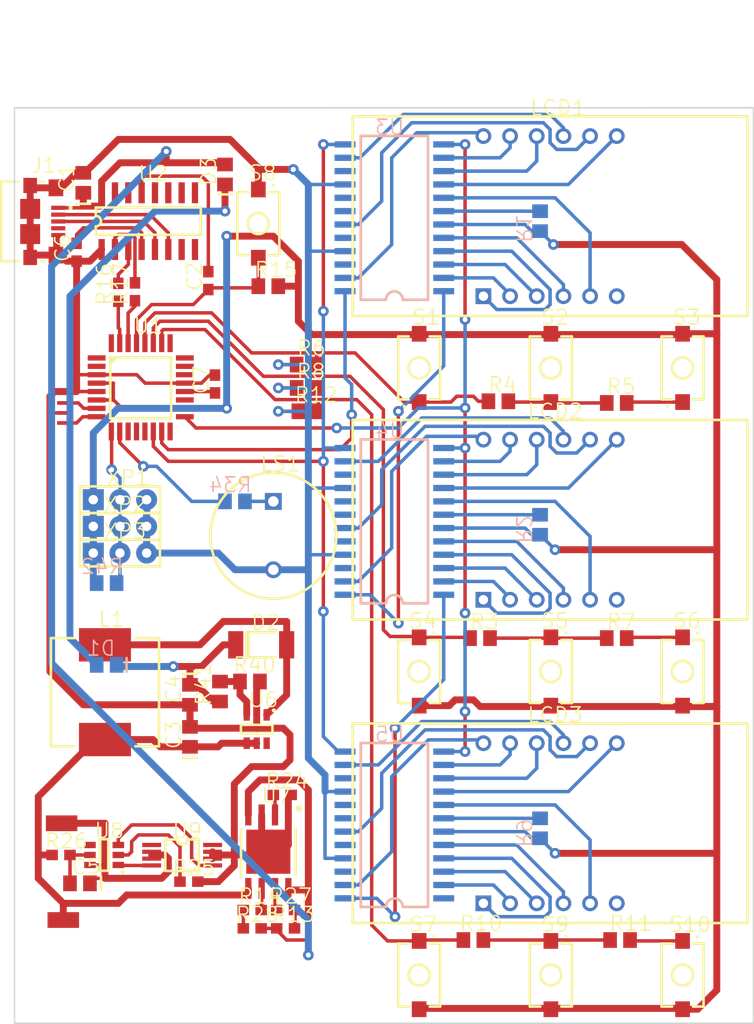
<source format=kicad_pcb>
(kicad_pcb (version 20171130) (host pcbnew 5.1.6-1.fc32)

  (general
    (thickness 1.6)
    (drawings 236)
    (tracks 645)
    (zones 0)
    (modules 69)
    (nets 84)
  )

  (page A4)
  (layers
    (0 Top signal)
    (31 Bottom signal)
    (32 B.Adhes user)
    (33 F.Adhes user)
    (34 B.Paste user)
    (35 F.Paste user)
    (36 B.SilkS user)
    (37 F.SilkS user)
    (38 B.Mask user)
    (39 F.Mask user)
    (40 Dwgs.User user)
    (41 Cmts.User user)
    (42 Eco1.User user)
    (43 Eco2.User user)
    (44 Edge.Cuts user)
    (45 Margin user)
    (46 B.CrtYd user)
    (47 F.CrtYd user)
    (48 B.Fab user)
    (49 F.Fab user)
  )

  (setup
    (last_trace_width 0.25)
    (trace_clearance 0.2)
    (zone_clearance 0.508)
    (zone_45_only no)
    (trace_min 0.2)
    (via_size 0.8)
    (via_drill 0.4)
    (via_min_size 0.4)
    (via_min_drill 0.3)
    (uvia_size 0.3)
    (uvia_drill 0.1)
    (uvias_allowed no)
    (uvia_min_size 0.2)
    (uvia_min_drill 0.1)
    (edge_width 0.05)
    (segment_width 0.2)
    (pcb_text_width 0.3)
    (pcb_text_size 1.5 1.5)
    (mod_edge_width 0.12)
    (mod_text_size 1 1)
    (mod_text_width 0.15)
    (pad_size 1.524 1.524)
    (pad_drill 0.762)
    (pad_to_mask_clearance 0.05)
    (aux_axis_origin 0 0)
    (visible_elements FFFFFF7F)
    (pcbplotparams
      (layerselection 0x010fc_ffffffff)
      (usegerberextensions false)
      (usegerberattributes true)
      (usegerberadvancedattributes true)
      (creategerberjobfile true)
      (excludeedgelayer true)
      (linewidth 0.100000)
      (plotframeref false)
      (viasonmask false)
      (mode 1)
      (useauxorigin false)
      (hpglpennumber 1)
      (hpglpenspeed 20)
      (hpglpendiameter 15.000000)
      (psnegative false)
      (psa4output false)
      (plotreference true)
      (plotvalue true)
      (plotinvisibletext false)
      (padsonsilk false)
      (subtractmaskfromsilk false)
      (outputformat 1)
      (mirror false)
      (drillshape 1)
      (scaleselection 1)
      (outputdirectory ""))
  )

  (net 0 "")
  (net 1 Net_0)
  (net 2 Net_1)
  (net 3 Net_2)
  (net 4 Net_3)
  (net 5 Net_4)
  (net 6 Net_5)
  (net 7 Net_6)
  (net 8 Net_7)
  (net 9 Net_8)
  (net 10 Net_9)
  (net 11 Net_10)
  (net 12 Net_11)
  (net 13 Net_12)
  (net 14 Net_13)
  (net 15 Net_14)
  (net 16 Net_15)
  (net 17 Net_16)
  (net 18 Net_17)
  (net 19 Net_18)
  (net 20 Net_19)
  (net 21 Net_20)
  (net 22 Net_21)
  (net 23 Net_22)
  (net 24 Net_23)
  (net 25 Net_24)
  (net 26 Net_25)
  (net 27 Net_26)
  (net 28 Net_27)
  (net 29 Net_28)
  (net 30 Net_29)
  (net 31 Net_30)
  (net 32 Net_31)
  (net 33 Net_32)
  (net 34 Net_33)
  (net 35 Net_34)
  (net 36 Net_35)
  (net 37 Net_36)
  (net 38 Net_37)
  (net 39 Net_38)
  (net 40 Net_39)
  (net 41 Net_40)
  (net 42 Net_41)
  (net 43 Net_42)
  (net 44 Net_43)
  (net 45 Net_44)
  (net 46 Net_45)
  (net 47 Net_46)
  (net 48 Net_47)
  (net 49 Net_48)
  (net 50 Net_49)
  (net 51 Net_50)
  (net 52 Net_51)
  (net 53 Net_52)
  (net 54 Net_53)
  (net 55 Net_54)
  (net 56 Net_55)
  (net 57 Net_56)
  (net 58 Net_57)
  (net 59 Net_58)
  (net 60 Net_59)
  (net 61 Net_60)
  (net 62 Net_61)
  (net 63 Net_63)
  (net 64 Net_64)
  (net 65 Net_65)
  (net 66 Net_67)
  (net 67 Net_68)
  (net 68 Net_69)
  (net 69 Net_71)
  (net 70 Net_72)
  (net 71 Net_76)
  (net 72 Net_78)
  (net 73 Net_79)
  (net 74 Net_80)
  (net 75 Net_81)
  (net 76 Net_82)
  (net 77 Net_83)
  (net 78 Net_85)
  (net 79 Net_87)
  (net 80 Net_62)
  (net 81 Net_66)
  (net 82 Net_70)
  (net 83 Net_73)

  (net_class Default "This is the default net class."
    (clearance 0.2)
    (trace_width 0.25)
    (via_dia 0.8)
    (via_drill 0.4)
    (uvia_dia 0.3)
    (uvia_drill 0.1)
    (add_net Net_0)
    (add_net Net_1)
    (add_net Net_10)
    (add_net Net_11)
    (add_net Net_12)
    (add_net Net_13)
    (add_net Net_14)
    (add_net Net_15)
    (add_net Net_16)
    (add_net Net_17)
    (add_net Net_18)
    (add_net Net_19)
    (add_net Net_2)
    (add_net Net_20)
    (add_net Net_21)
    (add_net Net_22)
    (add_net Net_23)
    (add_net Net_24)
    (add_net Net_25)
    (add_net Net_26)
    (add_net Net_27)
    (add_net Net_28)
    (add_net Net_29)
    (add_net Net_3)
    (add_net Net_30)
    (add_net Net_31)
    (add_net Net_32)
    (add_net Net_33)
    (add_net Net_34)
    (add_net Net_35)
    (add_net Net_36)
    (add_net Net_37)
    (add_net Net_38)
    (add_net Net_39)
    (add_net Net_4)
    (add_net Net_40)
    (add_net Net_41)
    (add_net Net_42)
    (add_net Net_43)
    (add_net Net_44)
    (add_net Net_45)
    (add_net Net_46)
    (add_net Net_47)
    (add_net Net_48)
    (add_net Net_49)
    (add_net Net_5)
    (add_net Net_50)
    (add_net Net_51)
    (add_net Net_52)
    (add_net Net_53)
    (add_net Net_54)
    (add_net Net_55)
    (add_net Net_56)
    (add_net Net_57)
    (add_net Net_58)
    (add_net Net_59)
    (add_net Net_6)
    (add_net Net_60)
    (add_net Net_61)
    (add_net Net_62)
    (add_net Net_63)
    (add_net Net_64)
    (add_net Net_65)
    (add_net Net_66)
    (add_net Net_67)
    (add_net Net_68)
    (add_net Net_69)
    (add_net Net_7)
    (add_net Net_70)
    (add_net Net_71)
    (add_net Net_72)
    (add_net Net_73)
    (add_net Net_76)
    (add_net Net_78)
    (add_net Net_79)
    (add_net Net_8)
    (add_net Net_80)
    (add_net Net_81)
    (add_net Net_82)
    (add_net Net_83)
    (add_net Net_85)
    (add_net Net_87)
    (add_net Net_9)
  )

  (module kicad:QFP-32_9x9x0.8 (layer Top) (tedit 0) (tstamp 5F56ED0E)
    (at 125.3346 88.046567)
    (fp_text reference U1 (at 0 0) (layer F.SilkS) hide
      (effects (font (size 1.27 1.27) (thickness 0.15)))
    )
    (fp_text value ATMEGA328_TQFP32 (at 0 0) (layer F.SilkS) hide
      (effects (font (size 1.27 1.27) (thickness 0.15)))
    )
    (fp_poly (pts (xy -2.9 -2.85) (xy -2.9 -2.05) (xy -2.1 -2.85)) (layer F.SilkS) (width 0))
    (fp_poly (pts (xy -4.21 -3.557) (xy -4.197 -3.558) (xy -4.184 -3.561) (xy -4.172 -3.566)
      (xy -4.161 -3.573) (xy -4.151 -3.581) (xy -4.143 -3.591) (xy -4.136 -3.603)
      (xy -4.131 -3.615) (xy -4.128 -3.627) (xy -4.127 -3.641) (xy -4.128 -3.654)
      (xy -4.131 -3.666) (xy -4.136 -3.678) (xy -4.143 -3.69) (xy -4.151 -3.7)
      (xy -4.161 -3.708) (xy -4.172 -3.715) (xy -4.184 -3.72) (xy -4.197 -3.723)
      (xy -4.21 -3.724) (xy -4.213 -3.724) (xy -4.226 -3.723) (xy -4.239 -3.72)
      (xy -4.251 -3.715) (xy -4.262 -3.708) (xy -4.272 -3.7) (xy -4.281 -3.69)
      (xy -4.288 -3.678) (xy -4.293 -3.666) (xy -4.296 -3.654) (xy -4.297 -3.641)
      (xy -4.296 -3.627) (xy -4.293 -3.615) (xy -4.288 -3.603) (xy -4.281 -3.591)
      (xy -4.272 -3.581) (xy -4.262 -3.573) (xy -4.251 -3.566) (xy -4.239 -3.561)
      (xy -4.226 -3.558) (xy -4.213 -3.557)) (layer F.SilkS) (width 0))
    (fp_line (start -2.9 2.95) (end -2.9 -2.85) (layer F.SilkS) (width 0.25))
    (fp_line (start 2.9 2.95) (end -2.9 2.95) (layer F.SilkS) (width 0.25))
    (fp_line (start 2.9 -2.85) (end 2.9 2.95) (layer F.SilkS) (width 0.25))
    (fp_line (start -2.9 -2.85) (end 2.9 -2.85) (layer F.SilkS) (width 0.25))
    (pad 32 smd rect (at -2.8 -4.2) (size 0.5 1.7) (layers Top F.Paste F.Mask)
      (solder_paste_margin -0.1016) (zone_connect 2))
    (pad 31 smd rect (at -2 -4.2) (size 0.5 1.7) (layers Top F.Paste F.Mask)
      (net 80 Net_62) (solder_paste_margin -0.1016) (zone_connect 2))
    (pad 30 smd rect (at -1.2 -4.2) (size 0.5 1.7) (layers Top F.Paste F.Mask)
      (net 81 Net_66) (solder_paste_margin -0.1016) (zone_connect 2))
    (pad 29 smd rect (at -0.4 -4.2) (size 0.5 1.7) (layers Top F.Paste F.Mask)
      (net 10 Net_9) (solder_paste_margin -0.1016) (zone_connect 2))
    (pad 28 smd rect (at 0.4 -4.2) (size 0.5 1.7) (layers Top F.Paste F.Mask)
      (net 40 Net_39) (solder_paste_margin -0.1016) (zone_connect 2))
    (pad 27 smd rect (at 1.2 -4.2) (size 0.5 1.7) (layers Top F.Paste F.Mask)
      (net 42 Net_41) (solder_paste_margin -0.1016) (zone_connect 2))
    (pad 26 smd rect (at 2 -4.2) (size 0.5 1.7) (layers Top F.Paste F.Mask)
      (net 60 Net_59) (solder_paste_margin -0.1016) (zone_connect 2))
    (pad 25 smd rect (at 2.8 -4.2) (size 0.5 1.7) (layers Top F.Paste F.Mask)
      (solder_paste_margin -0.1016) (zone_connect 2))
    (pad 24 smd rect (at 4.2 -2.8 90) (size 0.5 1.7) (layers Top F.Paste F.Mask)
      (solder_paste_margin -0.1016) (zone_connect 2))
    (pad 23 smd rect (at 4.2 -2 90) (size 0.5 1.7) (layers Top F.Paste F.Mask)
      (solder_paste_margin -0.1016) (zone_connect 2))
    (pad 22 smd rect (at 4.2 -1.2 90) (size 0.5 1.7) (layers Top F.Paste F.Mask)
      (solder_paste_margin -0.1016) (zone_connect 2))
    (pad 21 smd rect (at 4.2 -0.4 90) (size 0.5 1.7) (layers Top F.Paste F.Mask)
      (net 3 Net_2) (solder_paste_margin -0.1016) (zone_connect 2))
    (pad 20 smd rect (at 4.2 0.4 90) (size 0.5 1.7) (layers Top F.Paste F.Mask)
      (net 46 Net_45) (solder_paste_margin -0.1016) (zone_connect 2))
    (pad 19 smd rect (at 4.2 1.2 90) (size 0.5 1.7) (layers Top F.Paste F.Mask)
      (solder_paste_margin -0.1016) (zone_connect 2))
    (pad 18 smd rect (at 4.2 2 90) (size 0.5 1.7) (layers Top F.Paste F.Mask)
      (net 82 Net_70) (solder_paste_margin -0.1016) (zone_connect 2))
    (pad 17 smd rect (at 4.2 2.8 90) (size 0.5 1.7) (layers Top F.Paste F.Mask)
      (net 13 Net_12) (solder_paste_margin -0.1016) (zone_connect 2))
    (pad 16 smd rect (at 2.8 4.2) (size 0.5 1.7) (layers Top F.Paste F.Mask)
      (solder_paste_margin -0.1016) (zone_connect 2))
    (pad 15 smd rect (at 2 4.2) (size 0.5 1.7) (layers Top F.Paste F.Mask)
      (net 7 Net_6) (solder_paste_margin -0.1016) (zone_connect 2))
    (pad 14 smd rect (at 1.2 4.2) (size 0.5 1.7) (layers Top F.Paste F.Mask)
      (net 12 Net_11) (solder_paste_margin -0.1016) (zone_connect 2))
    (pad 13 smd rect (at 0.4 4.2) (size 0.5 1.7) (layers Top F.Paste F.Mask)
      (solder_paste_margin -0.1016) (zone_connect 2))
    (pad 12 smd rect (at -0.4 4.2) (size 0.5 1.7) (layers Top F.Paste F.Mask)
      (solder_paste_margin -0.1016) (zone_connect 2))
    (pad 11 smd rect (at -1.2 4.2) (size 0.5 1.7) (layers Top F.Paste F.Mask)
      (solder_paste_margin -0.1016) (zone_connect 2))
    (pad 10 smd rect (at -2 4.2) (size 0.5 1.7) (layers Top F.Paste F.Mask)
      (net 70 Net_72) (solder_paste_margin -0.1016) (zone_connect 2))
    (pad 9 smd rect (at -2.8 4.2) (size 0.5 1.7) (layers Top F.Paste F.Mask)
      (net 69 Net_71) (solder_paste_margin -0.1016) (zone_connect 2))
    (pad 8 smd rect (at -4.2 2.8 90) (size 0.5 1.7) (layers Top F.Paste F.Mask)
      (net 1 Net_0) (solder_paste_margin -0.1016) (zone_connect 2))
    (pad 7 smd rect (at -4.2 2 90) (size 0.5 1.7) (layers Top F.Paste F.Mask)
      (net 2 Net_1) (solder_paste_margin -0.1016) (zone_connect 2))
    (pad 6 smd rect (at -4.2 1.2 90) (size 0.5 1.7) (layers Top F.Paste F.Mask)
      (net 82 Net_70) (solder_paste_margin -0.1016) (zone_connect 2))
    (pad 5 smd rect (at -4.2 0.4 90) (size 0.5 1.7) (layers Top F.Paste F.Mask)
      (net 3 Net_2) (solder_paste_margin -0.1016) (zone_connect 2))
    (pad 4 smd rect (at -4.2 -0.4 90) (size 0.5 1.7) (layers Top F.Paste F.Mask)
      (net 82 Net_70) (solder_paste_margin -0.1016) (zone_connect 2))
    (pad 3 smd rect (at -4.2 -1.2 90) (size 0.5 1.7) (layers Top F.Paste F.Mask)
      (net 3 Net_2) (solder_paste_margin -0.1016) (zone_connect 2))
    (pad 2 smd rect (at -4.2 -2 90) (size 0.5 1.7) (layers Top F.Paste F.Mask)
      (solder_paste_margin -0.1016) (zone_connect 2))
    (pad 1 smd rect (at -4.2 -2.8 90) (size 0.5 1.7) (layers Top F.Paste F.Mask)
      (solder_paste_margin -0.1016) (zone_connect 2))
  )

  (module kicad:RES_0805_Pad1 (layer Top) (tedit 0) (tstamp 5F56ED37)
    (at 118.118033 91.438467 180)
    (fp_text reference Pad1 (at 0 0 180) (layer F.SilkS) hide
      (effects (font (size 1.27 1.27) (thickness 0.15)) (justify right top))
    )
    (fp_text value PAD (at 0 0 180) (layer F.SilkS) hide
      (effects (font (size 1.27 1.27) (thickness 0.15)) (justify right top))
    )
    (pad 1 smd rect (at 0 0 180) (size 1.5 0.35) (layers Top F.Paste F.Mask)
      (net 1 Net_0) (solder_paste_margin -0.1016) (zone_connect 2))
  )

  (module kicad:RES_0805_Pad1 (layer Top) (tedit 0) (tstamp 5F56ED3B)
    (at 118.118033 90.485867 180)
    (fp_text reference Pad2 (at 0 0 180) (layer F.SilkS) hide
      (effects (font (size 1.27 1.27) (thickness 0.15)) (justify right top))
    )
    (fp_text value PAD (at 0 0 180) (layer F.SilkS) hide
      (effects (font (size 1.27 1.27) (thickness 0.15)) (justify right top))
    )
    (pad 1 smd rect (at 0 0 180) (size 1.5 0.35) (layers Top F.Paste F.Mask)
      (net 3 Net_2) (solder_paste_margin -0.1016) (zone_connect 2))
  )

  (module kicad:RES_0805_Pad1 (layer Top) (tedit 0) (tstamp 5F56ED3F)
    (at 118.118033 89.533267 180)
    (fp_text reference Pad3 (at 0 0 180) (layer F.SilkS) hide
      (effects (font (size 1.27 1.27) (thickness 0.15)) (justify right top))
    )
    (fp_text value PAD (at 0 0 180) (layer F.SilkS) hide
      (effects (font (size 1.27 1.27) (thickness 0.15)) (justify right top))
    )
    (pad 1 smd rect (at 0 0 180) (size 1.5 0.35) (layers Top F.Paste F.Mask)
      (net 2 Net_1) (solder_paste_margin -0.1016) (zone_connect 2))
  )

  (module kicad:SOIC-16_150mil (layer Top) (tedit 0) (tstamp 5F56ED43)
    (at 126.0559 72.226733 90)
    (fp_text reference U2 (at 0 0 90) (layer F.SilkS) hide
      (effects (font (size 1.27 1.27) (thickness 0.15)))
    )
    (fp_text value SOIC-16/150MIL (at 0 0 90) (layer F.SilkS) hide
      (effects (font (size 1.27 1.27) (thickness 0.15)))
    )
    (fp_arc (start 0 -5.000279) (end -0.5 -5) (angle -179.935842) (layer F.SilkS) (width 0.25))
    (fp_line (start 0.5 -5) (end 1.3 -5) (layer F.SilkS) (width 0.25))
    (fp_line (start -1.3 -5) (end -0.5 -5) (layer F.SilkS) (width 0.25))
    (fp_line (start -1.3 5) (end 1.3 5) (layer F.SilkS) (width 0.25))
    (fp_line (start 1.3 -5) (end 1.3 5) (layer F.SilkS) (width 0.25))
    (fp_line (start -1.3 -5) (end -1.3 5) (layer F.SilkS) (width 0.25))
    (pad 16 smd rect (at 2.7 -4.445 180) (size 0.6 2) (layers Top F.Paste F.Mask)
      (net 6 Net_5) (solder_paste_margin -0.1016) (zone_connect 2))
    (pad 15 smd rect (at 2.7 -3.175 180) (size 0.6 2) (layers Top F.Paste F.Mask)
      (solder_paste_margin -0.1016) (zone_connect 2))
    (pad 14 smd rect (at 2.7 -1.905 180) (size 0.6 2) (layers Top F.Paste F.Mask)
      (solder_paste_margin -0.1016) (zone_connect 2))
    (pad 13 smd rect (at 2.7 -0.635 180) (size 0.6 2) (layers Top F.Paste F.Mask)
      (net 11 Net_10) (solder_paste_margin -0.1016) (zone_connect 2))
    (pad 12 smd rect (at 2.7 0.635 180) (size 0.6 2) (layers Top F.Paste F.Mask)
      (solder_paste_margin -0.1016) (zone_connect 2))
    (pad 11 smd rect (at 2.7 1.905 180) (size 0.6 2) (layers Top F.Paste F.Mask)
      (solder_paste_margin -0.1016) (zone_connect 2))
    (pad 10 smd rect (at 2.7 3.175 180) (size 0.6 2) (layers Top F.Paste F.Mask)
      (solder_paste_margin -0.1016) (zone_connect 2))
    (pad 9 smd rect (at 2.7 4.445 180) (size 0.6 2) (layers Top F.Paste F.Mask)
      (solder_paste_margin -0.1016) (zone_connect 2))
    (pad 8 smd rect (at -2.7 4.445 180) (size 0.6 2) (layers Top F.Paste F.Mask)
      (solder_paste_margin -0.1016) (zone_connect 2))
    (pad 7 smd rect (at -2.7 3.175 180) (size 0.6 2) (layers Top F.Paste F.Mask)
      (solder_paste_margin -0.1016) (zone_connect 2))
    (pad 6 smd rect (at -2.7 1.905 180) (size 0.6 2) (layers Top F.Paste F.Mask)
      (net 8 Net_7) (solder_paste_margin -0.1016) (zone_connect 2))
    (pad 5 smd rect (at -2.7 0.635 180) (size 0.6 2) (layers Top F.Paste F.Mask)
      (net 9 Net_8) (solder_paste_margin -0.1016) (zone_connect 2))
    (pad 4 smd rect (at -2.7 -0.635 180) (size 0.6 2) (layers Top F.Paste F.Mask)
      (net 72 Net_78) (solder_paste_margin -0.1016) (zone_connect 2))
    (pad 3 smd rect (at -2.7 -1.905 180) (size 0.6 2) (layers Top F.Paste F.Mask)
      (net 4 Net_3) (solder_paste_margin -0.1016) (zone_connect 2))
    (pad 2 smd rect (at -2.7 -3.175 180) (size 0.6 2) (layers Top F.Paste F.Mask)
      (net 5 Net_4) (solder_paste_margin -0.1016) (zone_connect 2))
    (pad 1 smd rect (at -2.7 -4.445 180) (size 0.6 2) (layers Top F.Paste F.Mask)
      (net 3 Net_2) (solder_paste_margin -0.1016) (zone_connect 2))
  )

  (module kicad:1981568-1 (layer Top) (tedit 0) (tstamp 5F56ED5C)
    (at 116.007967 72.257567 270)
    (fp_text reference J1 (at 0 0 270) (layer F.SilkS) hide
      (effects (font (size 1.27 1.27) (thickness 0.15)) (justify right top))
    )
    (fp_text value 1981568-1 (at 0 0 270) (layer F.SilkS) hide
      (effects (font (size 1.27 1.27) (thickness 0.15)) (justify right top))
    )
    (fp_line (start -4.5 2.65) (end 4.5 2.65) (layer F.Fab) (width 0.25))
    (fp_text user BOARD (at -2.651 2.84 270) (layer F.Fab)
      (effects (font (size 0.46835 0.46835) (thickness 0.0493)) (justify left top))
    )
    (fp_text user EDGE (at 0.399 2.829 270) (layer F.Fab)
      (effects (font (size 0.46835 0.46835) (thickness 0.0493)) (justify left top))
    )
    (fp_line (start 3.8 -0.12) (end 3.8 0.12) (layer F.SilkS) (width 0.25))
    (fp_line (start 3.8 3.95) (end 3.8 2.3) (layer F.SilkS) (width 0.25))
    (fp_line (start -3.8 3.95) (end 3.8 3.95) (layer F.SilkS) (width 0.25))
    (fp_line (start -3.8 2.3) (end -3.8 3.95) (layer F.SilkS) (width 0.25))
    (fp_line (start -3.8 -0.12) (end -3.8 0.12) (layer F.SilkS) (width 0.25))
    (fp_circle (center -1.3 -2.65) (end -1.2 -2.65) (layer F.SilkS) (width 0.2))
    (pad 11 smd rect (at 1.2 1.2 270) (size 1.9 1.9) (layers Top F.Paste F.Mask)
      (net 3 Net_2) (solder_paste_margin -0.1016) (zone_connect 2))
    (pad 10 smd rect (at -1.2 1.2 270) (size 1.9 1.9) (layers Top F.Paste F.Mask)
      (net 3 Net_2) (solder_paste_margin -0.1016) (zone_connect 2))
    (pad 9 smd rect (at 3.425 1.2 270) (size 1.45 1.3) (layers Top F.Paste F.Mask)
      (net 3 Net_2) (solder_paste_margin -0.1016) (zone_connect 2))
    (pad 8 smd rect (at -3.425 1.2 270) (size 1.45 1.3) (layers Top F.Paste F.Mask)
      (net 3 Net_2) (solder_paste_margin -0.1016) (zone_connect 2))
    (pad 7 smd rect (at 3.2 -1.25 270) (size 1.6 1.4) (layers Top F.Paste F.Mask)
      (net 3 Net_2) (solder_paste_margin -0.1016) (zone_connect 2))
    (pad 6 smd rect (at -3.2 -1.25 270) (size 1.6 1.4) (layers Top F.Paste F.Mask)
      (net 3 Net_2) (solder_paste_margin -0.1016) (zone_connect 2))
    (pad 5 smd rect (at 1.3 -1.475 270) (size 0.4 1.35) (layers Top F.Paste F.Mask)
      (net 3 Net_2) (solder_paste_margin -0.1016) (zone_connect 2))
    (pad 4 smd rect (at 0.65 -1.475 270) (size 0.4 1.35) (layers Top F.Paste F.Mask)
      (solder_paste_margin -0.1016) (zone_connect 2))
    (pad 3 smd rect (at 0 -1.475 270) (size 0.4 1.35) (layers Top F.Paste F.Mask)
      (net 9 Net_8) (solder_paste_margin -0.1016) (zone_connect 2))
    (pad 2 smd rect (at -0.65 -1.475 270) (size 0.4 1.35) (layers Top F.Paste F.Mask)
      (net 8 Net_7) (solder_paste_margin -0.1016) (zone_connect 2))
    (pad 1 smd rect (at -1.3 -1.475 270) (size 0.4 1.35) (layers Top F.Paste F.Mask)
      (net 6 Net_5) (solder_paste_margin -0.1016) (zone_connect 2))
  )

  (module kicad:DIO_0805 (layer Bottom) (tedit 0) (tstamp 5F56ED73)
    (at 122.0898 114.459633 180)
    (fp_text reference D1 (at 0 0 180) (layer B.SilkS) hide
      (effects (font (size 1.27 1.27) (thickness 0.15)) (justify mirror))
    )
    (fp_text value DIO_0805 (at 0 0 180) (layer B.SilkS) hide
      (effects (font (size 1.27 1.27) (thickness 0.15)) (justify mirror))
    )
    (fp_line (start -1.899 -0.65) (end -1.899 0.65) (layer B.SilkS) (width 0.25))
    (pad 2 smd rect (at 0.95 0 270) (size 1.5 1.3) (layers Bottom B.Paste B.Mask)
      (net 83 Net_73) (solder_paste_margin -0.1016) (zone_connect 2))
    (pad 1 smd rect (at -0.95 0 270) (size 1.5 1.3) (layers Bottom B.Paste B.Mask)
      (net 45 Net_44) (solder_paste_margin -0.1016) (zone_connect 2))
  )

  (module kicad:CAP_0805 (layer Top) (tedit 0) (tstamp 5F56ED79)
    (at 119.864467 68.578667 90)
    (fp_text reference C1 (at 0 0 90) (layer F.SilkS) hide
      (effects (font (size 1.27 1.27) (thickness 0.15)))
    )
    (fp_text value CAP_0805 (at 0 0 90) (layer F.SilkS) hide
      (effects (font (size 1.27 1.27) (thickness 0.15)))
    )
    (fp_line (start -2.001 0.65) (end -2.001 -0.65) (layer F.SilkS) (width 0.25))
    (pad 2 smd rect (at 0.95 0 180) (size 1.5 1.3) (layers Top F.Paste F.Mask)
      (net 3 Net_2) (solder_paste_margin -0.1016) (zone_connect 2))
    (pad 1 smd rect (at -0.95 0 180) (size 1.5 1.3) (layers Top F.Paste F.Mask)
      (net 6 Net_5) (solder_paste_margin -0.1016) (zone_connect 2))
  )

  (module kicad:CAP_0603 (layer Top) (tedit 0) (tstamp 5F56ED7F)
    (at 131.771967 77.887133 90)
    (descr "Description: non polarized")
    (fp_text reference C2 (at 0 0 90) (layer F.SilkS) hide
      (effects (font (size 1.27 1.27) (thickness 0.15)))
    )
    (fp_text value CAP_0603 (at 0 0 90) (layer F.SilkS) hide
      (effects (font (size 1.27 1.27) (thickness 0.15)))
    )
    (pad 2 smd rect (at 0.85 0 180) (size 1 1.1) (layers Top F.Paste F.Mask)
      (net 11 Net_10) (solder_paste_margin -0.1016) (zone_connect 2))
    (pad 1 smd rect (at -0.85 0 180) (size 1 1.1) (layers Top F.Paste F.Mask)
      (net 10 Net_9) (solder_paste_margin -0.1016) (zone_connect 2))
  )

  (module kicad:KSR-G (layer Top) (tedit 0) (tstamp 5F56ED84)
    (at 136.534967 72.461133 270)
    (fp_text reference S8 (at 0 0 270) (layer F.SilkS) hide
      (effects (font (size 1.27 1.27) (thickness 0.15)) (justify right top))
    )
    (fp_text value KSR211GLFS (at 0 0 270) (layer F.SilkS) hide
      (effects (font (size 1.27 1.27) (thickness 0.15)) (justify right top))
    )
    (fp_circle (center -3.652 -1.429) (end -3.5725 -1.429) (layer F.SilkS) (width 0.159))
    (fp_circle (center 0 0) (end 1 0) (layer F.SilkS) (width 0.25))
    (fp_line (start -3 -2) (end -3 -1) (layer F.SilkS) (width 0.25))
    (fp_line (start 3 -2) (end 3 -1) (layer F.SilkS) (width 0.25))
    (fp_line (start 3 2) (end 3 1) (layer F.SilkS) (width 0.25))
    (fp_line (start -3 2) (end -3 1) (layer F.SilkS) (width 0.25))
    (fp_line (start 3 2) (end -3 2) (layer F.SilkS) (width 0.25))
    (fp_line (start 3 -2) (end -3 -2) (layer F.SilkS) (width 0.25))
    (pad 2 smd rect (at 3.25 0) (size 1.4 1.5) (layers Top F.Paste F.Mask)
      (net 10 Net_9) (solder_paste_margin -0.1016) (zone_connect 2))
    (pad 1 smd rect (at -3.25 0) (size 1.4 1.5) (layers Top F.Paste F.Mask)
      (net 3 Net_2) (solder_paste_margin -0.1016) (zone_connect 2))
  )

  (module kicad:SOIC-24_300mil (layer Bottom) (tedit 0) (tstamp 5F56ED91)
    (at 149.490833 71.9109)
    (fp_text reference U3 (at 0 0) (layer B.SilkS) hide
      (effects (font (size 1.27 1.27) (thickness 0.15)) (justify mirror))
    )
    (fp_text value MAX7219EWG (at 0 0) (layer B.SilkS) hide
      (effects (font (size 1.27 1.27) (thickness 0.15)) (justify mirror))
    )
    (fp_arc (start 0 7.800023) (end -0.8 7.8) (angle 179.996572) (layer B.SilkS) (width 0.25))
    (fp_line (start 0.8 7.8) (end 3.2 7.8) (layer B.SilkS) (width 0.25))
    (fp_line (start -3.2 7.8) (end -0.8 7.8) (layer B.SilkS) (width 0.25))
    (fp_line (start -3.2 -7.8) (end 3.2 -7.8) (layer B.SilkS) (width 0.25))
    (fp_line (start 3.2 7.8) (end 3.2 -7.8) (layer B.SilkS) (width 0.25))
    (fp_line (start -3.2 7.8) (end -3.2 -7.8) (layer B.SilkS) (width 0.25))
    (pad 24 smd rect (at 4.7 6.985 90) (size 0.6 2) (layers Bottom B.Paste B.Mask)
      (net 23 Net_22) (solder_paste_margin -0.1016) (zone_connect 2))
    (pad 23 smd rect (at 4.7 5.715 90) (size 0.6 2) (layers Bottom B.Paste B.Mask)
      (net 21 Net_20) (solder_paste_margin -0.1016) (zone_connect 2))
    (pad 22 smd rect (at 4.7 4.445 90) (size 0.6 2) (layers Bottom B.Paste B.Mask)
      (net 20 Net_19) (solder_paste_margin -0.1016) (zone_connect 2))
    (pad 21 smd rect (at 4.7 3.175 90) (size 0.6 2) (layers Bottom B.Paste B.Mask)
      (net 19 Net_18) (solder_paste_margin -0.1016) (zone_connect 2))
    (pad 20 smd rect (at 4.7 1.905 90) (size 0.6 2) (layers Bottom B.Paste B.Mask)
      (net 18 Net_17) (solder_paste_margin -0.1016) (zone_connect 2))
    (pad 19 smd rect (at 4.7 0.635 90) (size 0.6 2) (layers Bottom B.Paste B.Mask)
      (net 82 Net_70) (solder_paste_margin -0.1016) (zone_connect 2))
    (pad 18 smd rect (at 4.7 -0.635 90) (size 0.6 2) (layers Bottom B.Paste B.Mask)
      (net 22 Net_21) (solder_paste_margin -0.1016) (zone_connect 2))
    (pad 17 smd rect (at 4.7 -1.905 90) (size 0.6 2) (layers Bottom B.Paste B.Mask)
      (net 17 Net_16) (solder_paste_margin -0.1016) (zone_connect 2))
    (pad 16 smd rect (at 4.7 -3.175 90) (size 0.6 2) (layers Bottom B.Paste B.Mask)
      (net 16 Net_15) (solder_paste_margin -0.1016) (zone_connect 2))
    (pad 15 smd rect (at 4.7 -4.445 90) (size 0.6 2) (layers Bottom B.Paste B.Mask)
      (net 15 Net_14) (solder_paste_margin -0.1016) (zone_connect 2))
    (pad 14 smd rect (at 4.7 -5.715 90) (size 0.6 2) (layers Bottom B.Paste B.Mask)
      (net 14 Net_13) (solder_paste_margin -0.1016) (zone_connect 2))
    (pad 13 smd rect (at 4.7 -6.985 90) (size 0.6 2) (layers Bottom B.Paste B.Mask)
      (net 13 Net_12) (solder_paste_margin -0.1016) (zone_connect 2))
    (pad 12 smd rect (at -4.7 -6.985 90) (size 0.6 2) (layers Bottom B.Paste B.Mask)
      (net 12 Net_11) (solder_paste_margin -0.1016) (zone_connect 2))
    (pad 11 smd rect (at -4.7 -5.715 90) (size 0.6 2) (layers Bottom B.Paste B.Mask)
      (net 25 Net_24) (solder_paste_margin -0.1016) (zone_connect 2))
    (pad 10 smd rect (at -4.7 -4.445 90) (size 0.6 2) (layers Bottom B.Paste B.Mask)
      (solder_paste_margin -0.1016) (zone_connect 2))
    (pad 9 smd rect (at -4.7 -3.175 90) (size 0.6 2) (layers Bottom B.Paste B.Mask)
      (net 3 Net_2) (solder_paste_margin -0.1016) (zone_connect 2))
    (pad 8 smd rect (at -4.7 -1.905 90) (size 0.6 2) (layers Bottom B.Paste B.Mask)
      (solder_paste_margin -0.1016) (zone_connect 2))
    (pad 7 smd rect (at -4.7 -0.635 90) (size 0.6 2) (layers Bottom B.Paste B.Mask)
      (solder_paste_margin -0.1016) (zone_connect 2))
    (pad 6 smd rect (at -4.7 0.635 90) (size 0.6 2) (layers Bottom B.Paste B.Mask)
      (net 26 Net_25) (solder_paste_margin -0.1016) (zone_connect 2))
    (pad 5 smd rect (at -4.7 1.905 90) (size 0.6 2) (layers Bottom B.Paste B.Mask)
      (solder_paste_margin -0.1016) (zone_connect 2))
    (pad 4 smd rect (at -4.7 3.175 90) (size 0.6 2) (layers Bottom B.Paste B.Mask)
      (net 3 Net_2) (solder_paste_margin -0.1016) (zone_connect 2))
    (pad 3 smd rect (at -4.7 4.445 90) (size 0.6 2) (layers Bottom B.Paste B.Mask)
      (solder_paste_margin -0.1016) (zone_connect 2))
    (pad 2 smd rect (at -4.7 5.715 90) (size 0.6 2) (layers Bottom B.Paste B.Mask)
      (net 24 Net_23) (solder_paste_margin -0.1016) (zone_connect 2))
    (pad 1 smd rect (at -4.7 6.985 90) (size 0.6 2) (layers Bottom B.Paste B.Mask)
      (net 7 Net_6) (solder_paste_margin -0.1016) (zone_connect 2))
  )

  (module kicad:BC56-12 (layer Top) (tedit 0) (tstamp 5F56EDB2)
    (at 164.318467 71.7506)
    (fp_text reference LCD1 (at 0 0) (layer F.SilkS) hide
      (effects (font (size 1.27 1.27) (thickness 0.15)))
    )
    (fp_text value BC56-12 (at 0 0) (layer F.SilkS) hide
      (effects (font (size 1.27 1.27) (thickness 0.15)))
    )
    (fp_line (start -18.8 9.5) (end -18.8 -9.5) (layer F.SilkS) (width 0.25))
    (fp_line (start 18.8 9.5) (end -18.8 9.5) (layer F.SilkS) (width 0.25))
    (fp_line (start 18.8 -9.5) (end 18.8 9.5) (layer F.SilkS) (width 0.25))
    (fp_line (start -18.8 -9.5) (end 18.8 -9.5) (layer F.SilkS) (width 0.25))
    (pad 6 thru_hole circle (at 6.35 7.62) (size 1.5 1.5) (drill 0.9) (layers *.Cu *.Mask)
      (zone_connect 2))
    (pad 5 thru_hole circle (at 3.81 7.62) (size 1.5 1.5) (drill 0.9) (layers *.Cu *.Mask)
      (net 17 Net_16) (zone_connect 2))
    (pad 4 thru_hole circle (at 1.27 7.62) (size 1.5 1.5) (drill 0.9) (layers *.Cu *.Mask)
      (net 18 Net_17) (zone_connect 2))
    (pad 3 thru_hole circle (at -1.27 7.62) (size 1.5 1.5) (drill 0.9) (layers *.Cu *.Mask)
      (net 20 Net_19) (zone_connect 2))
    (pad 2 thru_hole circle (at -3.81 7.62) (size 1.5 1.5) (drill 0.9) (layers *.Cu *.Mask)
      (net 21 Net_20) (zone_connect 2))
    (pad 1 thru_hole rect (at -6.35 7.62) (size 1.5 1.5) (drill 0.9) (layers *.Cu *.Mask)
      (net 19 Net_18) (zone_connect 2))
    (pad 7 thru_hole circle (at 6.35 -7.62) (size 1.5 1.5) (drill 0.9) (layers *.Cu *.Mask)
      (net 16 Net_15) (zone_connect 2))
    (pad 8 thru_hole circle (at 3.81 -7.62) (size 1.5 1.5) (drill 0.9) (layers *.Cu *.Mask)
      (net 26 Net_25) (zone_connect 2))
    (pad 9 thru_hole circle (at 1.27 -7.62) (size 1.5 1.5) (drill 0.9) (layers *.Cu *.Mask)
      (net 25 Net_24) (zone_connect 2))
    (pad 10 thru_hole circle (at -1.27 -7.62) (size 1.5 1.5) (drill 0.9) (layers *.Cu *.Mask)
      (net 15 Net_14) (zone_connect 2))
    (pad 11 thru_hole circle (at -3.81 -7.62) (size 1.5 1.5) (drill 0.9) (layers *.Cu *.Mask)
      (net 14 Net_13) (zone_connect 2))
    (pad 12 thru_hole circle (at -6.35 -7.62) (size 1.5 1.5) (drill 0.9) (layers *.Cu *.Mask)
      (net 24 Net_23) (zone_connect 2))
  )

  (module kicad:RES_0805 (layer Bottom) (tedit 0) (tstamp 5F56EDC5)
    (at 163.366533 72.2303 90)
    (fp_text reference R1 (at 0 0 90) (layer B.SilkS) hide
      (effects (font (size 1.27 1.27) (thickness 0.15)) (justify mirror))
    )
    (fp_text value RES_0805 (at 0 0 90) (layer B.SilkS) hide
      (effects (font (size 1.27 1.27) (thickness 0.15)) (justify mirror))
    )
    (pad 2 smd rect (at 0.95 0 180) (size 1.5 1.3) (layers Bottom B.Paste B.Mask)
      (net 22 Net_21) (solder_paste_margin -0.1016) (zone_connect 2))
    (pad 1 smd rect (at -0.95 0 180) (size 1.5 1.3) (layers Bottom B.Paste B.Mask)
      (net 82 Net_70) (solder_paste_margin -0.1016) (zone_connect 2))
  )

  (module kicad:SOIC-24_300mil (layer Bottom) (tedit 0) (tstamp 5F56EDCA)
    (at 149.490833 100.806433)
    (fp_text reference U4 (at 0 0) (layer B.SilkS) hide
      (effects (font (size 1.27 1.27) (thickness 0.15)) (justify mirror))
    )
    (fp_text value MAX7219EWG (at 0 0) (layer B.SilkS) hide
      (effects (font (size 1.27 1.27) (thickness 0.15)) (justify mirror))
    )
    (fp_arc (start 0 7.800023) (end -0.8 7.8) (angle 179.996572) (layer B.SilkS) (width 0.25))
    (fp_line (start 0.8 7.8) (end 3.2 7.8) (layer B.SilkS) (width 0.25))
    (fp_line (start -3.2 7.8) (end -0.8 7.8) (layer B.SilkS) (width 0.25))
    (fp_line (start -3.2 -7.8) (end 3.2 -7.8) (layer B.SilkS) (width 0.25))
    (fp_line (start 3.2 7.8) (end 3.2 -7.8) (layer B.SilkS) (width 0.25))
    (fp_line (start -3.2 7.8) (end -3.2 -7.8) (layer B.SilkS) (width 0.25))
    (pad 24 smd rect (at 4.7 6.985 90) (size 0.6 2) (layers Bottom B.Paste B.Mask)
      (net 27 Net_26) (solder_paste_margin -0.1016) (zone_connect 2))
    (pad 23 smd rect (at 4.7 5.715 90) (size 0.6 2) (layers Bottom B.Paste B.Mask)
      (net 35 Net_34) (solder_paste_margin -0.1016) (zone_connect 2))
    (pad 22 smd rect (at 4.7 4.445 90) (size 0.6 2) (layers Bottom B.Paste B.Mask)
      (net 34 Net_33) (solder_paste_margin -0.1016) (zone_connect 2))
    (pad 21 smd rect (at 4.7 3.175 90) (size 0.6 2) (layers Bottom B.Paste B.Mask)
      (net 33 Net_32) (solder_paste_margin -0.1016) (zone_connect 2))
    (pad 20 smd rect (at 4.7 1.905 90) (size 0.6 2) (layers Bottom B.Paste B.Mask)
      (net 32 Net_31) (solder_paste_margin -0.1016) (zone_connect 2))
    (pad 19 smd rect (at 4.7 0.635 90) (size 0.6 2) (layers Bottom B.Paste B.Mask)
      (net 82 Net_70) (solder_paste_margin -0.1016) (zone_connect 2))
    (pad 18 smd rect (at 4.7 -0.635 90) (size 0.6 2) (layers Bottom B.Paste B.Mask)
      (net 36 Net_35) (solder_paste_margin -0.1016) (zone_connect 2))
    (pad 17 smd rect (at 4.7 -1.905 90) (size 0.6 2) (layers Bottom B.Paste B.Mask)
      (net 31 Net_30) (solder_paste_margin -0.1016) (zone_connect 2))
    (pad 16 smd rect (at 4.7 -3.175 90) (size 0.6 2) (layers Bottom B.Paste B.Mask)
      (net 30 Net_29) (solder_paste_margin -0.1016) (zone_connect 2))
    (pad 15 smd rect (at 4.7 -4.445 90) (size 0.6 2) (layers Bottom B.Paste B.Mask)
      (net 29 Net_28) (solder_paste_margin -0.1016) (zone_connect 2))
    (pad 14 smd rect (at 4.7 -5.715 90) (size 0.6 2) (layers Bottom B.Paste B.Mask)
      (net 28 Net_27) (solder_paste_margin -0.1016) (zone_connect 2))
    (pad 13 smd rect (at 4.7 -6.985 90) (size 0.6 2) (layers Bottom B.Paste B.Mask)
      (net 13 Net_12) (solder_paste_margin -0.1016) (zone_connect 2))
    (pad 12 smd rect (at -4.7 -6.985 90) (size 0.6 2) (layers Bottom B.Paste B.Mask)
      (net 12 Net_11) (solder_paste_margin -0.1016) (zone_connect 2))
    (pad 11 smd rect (at -4.7 -5.715 90) (size 0.6 2) (layers Bottom B.Paste B.Mask)
      (net 38 Net_37) (solder_paste_margin -0.1016) (zone_connect 2))
    (pad 10 smd rect (at -4.7 -4.445 90) (size 0.6 2) (layers Bottom B.Paste B.Mask)
      (solder_paste_margin -0.1016) (zone_connect 2))
    (pad 9 smd rect (at -4.7 -3.175 90) (size 0.6 2) (layers Bottom B.Paste B.Mask)
      (net 3 Net_2) (solder_paste_margin -0.1016) (zone_connect 2))
    (pad 8 smd rect (at -4.7 -1.905 90) (size 0.6 2) (layers Bottom B.Paste B.Mask)
      (solder_paste_margin -0.1016) (zone_connect 2))
    (pad 7 smd rect (at -4.7 -0.635 90) (size 0.6 2) (layers Bottom B.Paste B.Mask)
      (solder_paste_margin -0.1016) (zone_connect 2))
    (pad 6 smd rect (at -4.7 0.635 90) (size 0.6 2) (layers Bottom B.Paste B.Mask)
      (net 39 Net_38) (solder_paste_margin -0.1016) (zone_connect 2))
    (pad 5 smd rect (at -4.7 1.905 90) (size 0.6 2) (layers Bottom B.Paste B.Mask)
      (solder_paste_margin -0.1016) (zone_connect 2))
    (pad 4 smd rect (at -4.7 3.175 90) (size 0.6 2) (layers Bottom B.Paste B.Mask)
      (net 3 Net_2) (solder_paste_margin -0.1016) (zone_connect 2))
    (pad 3 smd rect (at -4.7 4.445 90) (size 0.6 2) (layers Bottom B.Paste B.Mask)
      (solder_paste_margin -0.1016) (zone_connect 2))
    (pad 2 smd rect (at -4.7 5.715 90) (size 0.6 2) (layers Bottom B.Paste B.Mask)
      (net 37 Net_36) (solder_paste_margin -0.1016) (zone_connect 2))
    (pad 1 smd rect (at -4.7 6.985 90) (size 0.6 2) (layers Bottom B.Paste B.Mask)
      (net 23 Net_22) (solder_paste_margin -0.1016) (zone_connect 2))
  )

  (module kicad:BC56-12 (layer Top) (tedit 0) (tstamp 5F56EDEB)
    (at 164.318467 100.646133)
    (fp_text reference LCD2 (at 0 0) (layer F.SilkS) hide
      (effects (font (size 1.27 1.27) (thickness 0.15)))
    )
    (fp_text value BC56-12 (at 0 0) (layer F.SilkS) hide
      (effects (font (size 1.27 1.27) (thickness 0.15)))
    )
    (fp_line (start -18.8 9.5) (end -18.8 -9.5) (layer F.SilkS) (width 0.25))
    (fp_line (start 18.8 9.5) (end -18.8 9.5) (layer F.SilkS) (width 0.25))
    (fp_line (start 18.8 -9.5) (end 18.8 9.5) (layer F.SilkS) (width 0.25))
    (fp_line (start -18.8 -9.5) (end 18.8 -9.5) (layer F.SilkS) (width 0.25))
    (pad 6 thru_hole circle (at 6.35 7.62) (size 1.5 1.5) (drill 0.9) (layers *.Cu *.Mask)
      (zone_connect 2))
    (pad 5 thru_hole circle (at 3.81 7.62) (size 1.5 1.5) (drill 0.9) (layers *.Cu *.Mask)
      (net 31 Net_30) (zone_connect 2))
    (pad 4 thru_hole circle (at 1.27 7.62) (size 1.5 1.5) (drill 0.9) (layers *.Cu *.Mask)
      (net 32 Net_31) (zone_connect 2))
    (pad 3 thru_hole circle (at -1.27 7.62) (size 1.5 1.5) (drill 0.9) (layers *.Cu *.Mask)
      (net 34 Net_33) (zone_connect 2))
    (pad 2 thru_hole circle (at -3.81 7.62) (size 1.5 1.5) (drill 0.9) (layers *.Cu *.Mask)
      (net 35 Net_34) (zone_connect 2))
    (pad 1 thru_hole rect (at -6.35 7.62) (size 1.5 1.5) (drill 0.9) (layers *.Cu *.Mask)
      (net 33 Net_32) (zone_connect 2))
    (pad 7 thru_hole circle (at 6.35 -7.62) (size 1.5 1.5) (drill 0.9) (layers *.Cu *.Mask)
      (net 30 Net_29) (zone_connect 2))
    (pad 8 thru_hole circle (at 3.81 -7.62) (size 1.5 1.5) (drill 0.9) (layers *.Cu *.Mask)
      (net 39 Net_38) (zone_connect 2))
    (pad 9 thru_hole circle (at 1.27 -7.62) (size 1.5 1.5) (drill 0.9) (layers *.Cu *.Mask)
      (net 38 Net_37) (zone_connect 2))
    (pad 10 thru_hole circle (at -1.27 -7.62) (size 1.5 1.5) (drill 0.9) (layers *.Cu *.Mask)
      (net 29 Net_28) (zone_connect 2))
    (pad 11 thru_hole circle (at -3.81 -7.62) (size 1.5 1.5) (drill 0.9) (layers *.Cu *.Mask)
      (net 28 Net_27) (zone_connect 2))
    (pad 12 thru_hole circle (at -6.35 -7.62) (size 1.5 1.5) (drill 0.9) (layers *.Cu *.Mask)
      (net 37 Net_36) (zone_connect 2))
  )

  (module kicad:RES_0805 (layer Bottom) (tedit 0) (tstamp 5F56EDFE)
    (at 163.366533 101.125833 90)
    (fp_text reference R2 (at 0 0 90) (layer B.SilkS) hide
      (effects (font (size 1.27 1.27) (thickness 0.15)) (justify mirror))
    )
    (fp_text value RES_0805 (at 0 0 90) (layer B.SilkS) hide
      (effects (font (size 1.27 1.27) (thickness 0.15)) (justify mirror))
    )
    (pad 2 smd rect (at 0.95 0 180) (size 1.5 1.3) (layers Bottom B.Paste B.Mask)
      (net 36 Net_35) (solder_paste_margin -0.1016) (zone_connect 2))
    (pad 1 smd rect (at -0.95 0 180) (size 1.5 1.3) (layers Bottom B.Paste B.Mask)
      (net 82 Net_70) (solder_paste_margin -0.1016) (zone_connect 2))
  )

  (module kicad:KSR-G (layer Top) (tedit 0) (tstamp 5F56EE03)
    (at 151.851233 115.0947 270)
    (fp_text reference S4 (at 0 0 270) (layer F.SilkS) hide
      (effects (font (size 1.27 1.27) (thickness 0.15)) (justify right top))
    )
    (fp_text value KSR211GLFS (at 0 0 270) (layer F.SilkS) hide
      (effects (font (size 1.27 1.27) (thickness 0.15)) (justify right top))
    )
    (fp_circle (center -3.652 -1.429) (end -3.5725 -1.429) (layer F.SilkS) (width 0.159))
    (fp_circle (center 0 0) (end 1 0) (layer F.SilkS) (width 0.25))
    (fp_line (start -3 -2) (end -3 -1) (layer F.SilkS) (width 0.25))
    (fp_line (start 3 -2) (end 3 -1) (layer F.SilkS) (width 0.25))
    (fp_line (start 3 2) (end 3 1) (layer F.SilkS) (width 0.25))
    (fp_line (start -3 2) (end -3 1) (layer F.SilkS) (width 0.25))
    (fp_line (start 3 2) (end -3 2) (layer F.SilkS) (width 0.25))
    (fp_line (start 3 -2) (end -3 -2) (layer F.SilkS) (width 0.25))
    (pad 2 smd rect (at 3.25 0) (size 1.4 1.5) (layers Top F.Paste F.Mask)
      (net 82 Net_70) (solder_paste_margin -0.1016) (zone_connect 2))
    (pad 1 smd rect (at -3.25 0) (size 1.4 1.5) (layers Top F.Paste F.Mask)
      (net 42 Net_41) (solder_paste_margin -0.1016) (zone_connect 2))
  )

  (module kicad:KSR-G (layer Top) (tedit 0) (tstamp 5F56EE10)
    (at 164.3938 115.0947 270)
    (fp_text reference S5 (at 0 0 270) (layer F.SilkS) hide
      (effects (font (size 1.27 1.27) (thickness 0.15)) (justify right top))
    )
    (fp_text value KSR211GLFS (at 0 0 270) (layer F.SilkS) hide
      (effects (font (size 1.27 1.27) (thickness 0.15)) (justify right top))
    )
    (fp_circle (center -3.652 -1.429) (end -3.5725 -1.429) (layer F.SilkS) (width 0.159))
    (fp_circle (center 0 0) (end 1 0) (layer F.SilkS) (width 0.25))
    (fp_line (start -3 -2) (end -3 -1) (layer F.SilkS) (width 0.25))
    (fp_line (start 3 -2) (end 3 -1) (layer F.SilkS) (width 0.25))
    (fp_line (start 3 2) (end 3 1) (layer F.SilkS) (width 0.25))
    (fp_line (start -3 2) (end -3 1) (layer F.SilkS) (width 0.25))
    (fp_line (start 3 2) (end -3 2) (layer F.SilkS) (width 0.25))
    (fp_line (start 3 -2) (end -3 -2) (layer F.SilkS) (width 0.25))
    (pad 2 smd rect (at 3.25 0) (size 1.4 1.5) (layers Top F.Paste F.Mask)
      (net 82 Net_70) (solder_paste_margin -0.1016) (zone_connect 2))
    (pad 1 smd rect (at -3.25 0) (size 1.4 1.5) (layers Top F.Paste F.Mask)
      (net 43 Net_42) (solder_paste_margin -0.1016) (zone_connect 2))
  )

  (module kicad:KSR-G (layer Top) (tedit 0) (tstamp 5F56EE1D)
    (at 176.936367 115.0947 270)
    (fp_text reference S6 (at 0 0 270) (layer F.SilkS) hide
      (effects (font (size 1.27 1.27) (thickness 0.15)) (justify right top))
    )
    (fp_text value KSR211GLFS (at 0 0 270) (layer F.SilkS) hide
      (effects (font (size 1.27 1.27) (thickness 0.15)) (justify right top))
    )
    (fp_circle (center -3.652 -1.429) (end -3.5725 -1.429) (layer F.SilkS) (width 0.159))
    (fp_circle (center 0 0) (end 1 0) (layer F.SilkS) (width 0.25))
    (fp_line (start -3 -2) (end -3 -1) (layer F.SilkS) (width 0.25))
    (fp_line (start 3 -2) (end 3 -1) (layer F.SilkS) (width 0.25))
    (fp_line (start 3 2) (end 3 1) (layer F.SilkS) (width 0.25))
    (fp_line (start -3 2) (end -3 1) (layer F.SilkS) (width 0.25))
    (fp_line (start 3 2) (end -3 2) (layer F.SilkS) (width 0.25))
    (fp_line (start 3 -2) (end -3 -2) (layer F.SilkS) (width 0.25))
    (pad 2 smd rect (at 3.25 0) (size 1.4 1.5) (layers Top F.Paste F.Mask)
      (net 82 Net_70) (solder_paste_margin -0.1016) (zone_connect 2))
    (pad 1 smd rect (at -3.25 0) (size 1.4 1.5) (layers Top F.Paste F.Mask)
      (net 44 Net_43) (solder_paste_margin -0.1016) (zone_connect 2))
  )

  (module kicad:KSR-G_S1 (layer Top) (tedit 0) (tstamp 5F56EE2A)
    (at 151.851233 86.199167 90)
    (fp_text reference S1 (at 0 0 90) (layer F.SilkS) hide
      (effects (font (size 1.27 1.27) (thickness 0.15)))
    )
    (fp_text value KSR211GLFS (at 0 0 90) (layer F.SilkS) hide
      (effects (font (size 1.27 1.27) (thickness 0.15)))
    )
    (fp_circle (center -3.652 -1.429) (end -3.5725 -1.429) (layer F.SilkS) (width 0.159))
    (fp_circle (center 0 0) (end 1 0) (layer F.SilkS) (width 0.25))
    (fp_line (start -3 -2) (end -3 -1) (layer F.SilkS) (width 0.25))
    (fp_line (start 3 -2) (end 3 -1) (layer F.SilkS) (width 0.25))
    (fp_line (start 3 2) (end 3 1) (layer F.SilkS) (width 0.25))
    (fp_line (start -3 2) (end -3 1) (layer F.SilkS) (width 0.25))
    (fp_line (start 3 2) (end -3 2) (layer F.SilkS) (width 0.25))
    (fp_line (start 3 -2) (end -3 -2) (layer F.SilkS) (width 0.25))
    (pad 2 smd rect (at 3.25 0 180) (size 1.4 1.5) (layers Top F.Paste F.Mask)
      (net 82 Net_70) (solder_paste_margin -0.1016) (zone_connect 2))
    (pad 1 smd rect (at -3.25 0 180) (size 1.4 1.5) (layers Top F.Paste F.Mask)
      (net 40 Net_39) (solder_paste_margin -0.1016) (zone_connect 2))
  )

  (module kicad:KSR-G_S1 (layer Top) (tedit 0) (tstamp 5F56EE37)
    (at 164.3938 86.199167 90)
    (fp_text reference S2 (at 0 0 90) (layer F.SilkS) hide
      (effects (font (size 1.27 1.27) (thickness 0.15)))
    )
    (fp_text value KSR211GLFS (at 0 0 90) (layer F.SilkS) hide
      (effects (font (size 1.27 1.27) (thickness 0.15)))
    )
    (fp_circle (center -3.652 -1.429) (end -3.5725 -1.429) (layer F.SilkS) (width 0.159))
    (fp_circle (center 0 0) (end 1 0) (layer F.SilkS) (width 0.25))
    (fp_line (start -3 -2) (end -3 -1) (layer F.SilkS) (width 0.25))
    (fp_line (start 3 -2) (end 3 -1) (layer F.SilkS) (width 0.25))
    (fp_line (start 3 2) (end 3 1) (layer F.SilkS) (width 0.25))
    (fp_line (start -3 2) (end -3 1) (layer F.SilkS) (width 0.25))
    (fp_line (start 3 2) (end -3 2) (layer F.SilkS) (width 0.25))
    (fp_line (start 3 -2) (end -3 -2) (layer F.SilkS) (width 0.25))
    (pad 2 smd rect (at 3.25 0 180) (size 1.4 1.5) (layers Top F.Paste F.Mask)
      (net 82 Net_70) (solder_paste_margin -0.1016) (zone_connect 2))
    (pad 1 smd rect (at -3.25 0 180) (size 1.4 1.5) (layers Top F.Paste F.Mask)
      (net 41 Net_40) (solder_paste_margin -0.1016) (zone_connect 2))
  )

  (module kicad:KSR-G_S1 (layer Top) (tedit 0) (tstamp 5F56EE44)
    (at 176.936367 86.199167 90)
    (fp_text reference S3 (at 0 0 90) (layer F.SilkS) hide
      (effects (font (size 1.27 1.27) (thickness 0.15)))
    )
    (fp_text value KSR211GLFS (at 0 0 90) (layer F.SilkS) hide
      (effects (font (size 1.27 1.27) (thickness 0.15)))
    )
    (fp_circle (center -3.652 -1.429) (end -3.5725 -1.429) (layer F.SilkS) (width 0.159))
    (fp_circle (center 0 0) (end 1 0) (layer F.SilkS) (width 0.25))
    (fp_line (start -3 -2) (end -3 -1) (layer F.SilkS) (width 0.25))
    (fp_line (start 3 -2) (end 3 -1) (layer F.SilkS) (width 0.25))
    (fp_line (start 3 2) (end 3 1) (layer F.SilkS) (width 0.25))
    (fp_line (start -3 2) (end -3 1) (layer F.SilkS) (width 0.25))
    (fp_line (start 3 2) (end -3 2) (layer F.SilkS) (width 0.25))
    (fp_line (start 3 -2) (end -3 -2) (layer F.SilkS) (width 0.25))
    (pad 2 smd rect (at 3.25 0 180) (size 1.4 1.5) (layers Top F.Paste F.Mask)
      (net 82 Net_70) (solder_paste_margin -0.1016) (zone_connect 2))
    (pad 1 smd rect (at -3.25 0 180) (size 1.4 1.5) (layers Top F.Paste F.Mask)
      (net 54 Net_53) (solder_paste_margin -0.1016) (zone_connect 2))
  )

  (module kicad:RES_0805_R4 (layer Top) (tedit 0) (tstamp 5F56EE51)
    (at 159.394767 89.3745)
    (fp_text reference R4 (at 0 0) (layer F.SilkS) hide
      (effects (font (size 1.27 1.27) (thickness 0.15)))
    )
    (fp_text value RES_0805 (at 0 0) (layer F.SilkS) hide
      (effects (font (size 1.27 1.27) (thickness 0.15)))
    )
    (pad 2 smd rect (at 0.95 0 90) (size 1.5 1.3) (layers Top F.Paste F.Mask)
      (net 41 Net_40) (solder_paste_margin -0.1016) (zone_connect 2))
    (pad 1 smd rect (at -0.95 0 90) (size 1.5 1.3) (layers Top F.Paste F.Mask)
      (net 40 Net_39) (solder_paste_margin -0.1016) (zone_connect 2))
  )

  (module kicad:RES_0805_R4 (layer Top) (tedit 0) (tstamp 5F56EE56)
    (at 170.6672 89.533267)
    (fp_text reference R5 (at 0 0) (layer F.SilkS) hide
      (effects (font (size 1.27 1.27) (thickness 0.15)))
    )
    (fp_text value RES_0805 (at 0 0) (layer F.SilkS) hide
      (effects (font (size 1.27 1.27) (thickness 0.15)))
    )
    (pad 2 smd rect (at 0.95 0 90) (size 1.5 1.3) (layers Top F.Paste F.Mask)
      (net 54 Net_53) (solder_paste_margin -0.1016) (zone_connect 2))
    (pad 1 smd rect (at -0.95 0 90) (size 1.5 1.3) (layers Top F.Paste F.Mask)
      (net 41 Net_40) (solder_paste_margin -0.1016) (zone_connect 2))
  )

  (module kicad:RES_0805_R4 (layer Top) (tedit 0) (tstamp 5F56EE5B)
    (at 141.1366 85.881633)
    (fp_text reference R6 (at 0 0) (layer F.SilkS) hide
      (effects (font (size 1.27 1.27) (thickness 0.15)))
    )
    (fp_text value RES_0805 (at 0 0) (layer F.SilkS) hide
      (effects (font (size 1.27 1.27) (thickness 0.15)))
    )
    (pad 2 smd rect (at 0.95 0 90) (size 1.5 1.3) (layers Top F.Paste F.Mask)
      (net 40 Net_39) (solder_paste_margin -0.1016) (zone_connect 2))
    (pad 1 smd rect (at -0.95 0 90) (size 1.5 1.3) (layers Top F.Paste F.Mask)
      (net 3 Net_2) (solder_paste_margin -0.1016) (zone_connect 2))
  )

  (module kicad:RES_0805_R4 (layer Top) (tedit 0) (tstamp 5F56EE60)
    (at 157.648333 111.919367)
    (fp_text reference R3 (at 0 0) (layer F.SilkS) hide
      (effects (font (size 1.27 1.27) (thickness 0.15)))
    )
    (fp_text value RES_0805 (at 0 0) (layer F.SilkS) hide
      (effects (font (size 1.27 1.27) (thickness 0.15)))
    )
    (pad 2 smd rect (at 0.95 0 90) (size 1.5 1.3) (layers Top F.Paste F.Mask)
      (net 43 Net_42) (solder_paste_margin -0.1016) (zone_connect 2))
    (pad 1 smd rect (at -0.95 0 90) (size 1.5 1.3) (layers Top F.Paste F.Mask)
      (net 42 Net_41) (solder_paste_margin -0.1016) (zone_connect 2))
  )

  (module kicad:RES_0805_R4 (layer Top) (tedit 0) (tstamp 5F56EE65)
    (at 170.6672 111.919367)
    (fp_text reference R7 (at 0 0) (layer F.SilkS) hide
      (effects (font (size 1.27 1.27) (thickness 0.15)))
    )
    (fp_text value RES_0805 (at 0 0) (layer F.SilkS) hide
      (effects (font (size 1.27 1.27) (thickness 0.15)))
    )
    (pad 2 smd rect (at 0.95 0 90) (size 1.5 1.3) (layers Top F.Paste F.Mask)
      (net 44 Net_43) (solder_paste_margin -0.1016) (zone_connect 2))
    (pad 1 smd rect (at -0.95 0 90) (size 1.5 1.3) (layers Top F.Paste F.Mask)
      (net 43 Net_42) (solder_paste_margin -0.1016) (zone_connect 2))
  )

  (module kicad:RES_0805_R4 (layer Top) (tedit 0) (tstamp 5F56EE6A)
    (at 141.1366 88.104367)
    (fp_text reference R8 (at 0 0) (layer F.SilkS) hide
      (effects (font (size 1.27 1.27) (thickness 0.15)))
    )
    (fp_text value RES_0805 (at 0 0) (layer F.SilkS) hide
      (effects (font (size 1.27 1.27) (thickness 0.15)))
    )
    (pad 2 smd rect (at 0.95 0 90) (size 1.5 1.3) (layers Top F.Paste F.Mask)
      (solder_paste_margin -0.1016) (zone_connect 2))
    (pad 1 smd rect (at -0.95 0 90) (size 1.5 1.3) (layers Top F.Paste F.Mask)
      (net 3 Net_2) (solder_paste_margin -0.1016) (zone_connect 2))
  )

  (module kicad:SOIC-24_300mil (layer Bottom) (tedit 0) (tstamp 5F56EE6F)
    (at 149.490833 129.701967)
    (fp_text reference U5 (at 0 0) (layer B.SilkS) hide
      (effects (font (size 1.27 1.27) (thickness 0.15)) (justify mirror))
    )
    (fp_text value MAX7219EWG (at 0 0) (layer B.SilkS) hide
      (effects (font (size 1.27 1.27) (thickness 0.15)) (justify mirror))
    )
    (fp_arc (start 0 7.800023) (end -0.8 7.8) (angle 179.996572) (layer B.SilkS) (width 0.25))
    (fp_line (start 0.8 7.8) (end 3.2 7.8) (layer B.SilkS) (width 0.25))
    (fp_line (start -3.2 7.8) (end -0.8 7.8) (layer B.SilkS) (width 0.25))
    (fp_line (start -3.2 -7.8) (end 3.2 -7.8) (layer B.SilkS) (width 0.25))
    (fp_line (start 3.2 7.8) (end 3.2 -7.8) (layer B.SilkS) (width 0.25))
    (fp_line (start -3.2 7.8) (end -3.2 -7.8) (layer B.SilkS) (width 0.25))
    (pad 24 smd rect (at 4.7 6.985 90) (size 0.6 2) (layers Bottom B.Paste B.Mask)
      (solder_paste_margin -0.1016) (zone_connect 2))
    (pad 23 smd rect (at 4.7 5.715 90) (size 0.6 2) (layers Bottom B.Paste B.Mask)
      (net 55 Net_54) (solder_paste_margin -0.1016) (zone_connect 2))
    (pad 22 smd rect (at 4.7 4.445 90) (size 0.6 2) (layers Bottom B.Paste B.Mask)
      (net 53 Net_52) (solder_paste_margin -0.1016) (zone_connect 2))
    (pad 21 smd rect (at 4.7 3.175 90) (size 0.6 2) (layers Bottom B.Paste B.Mask)
      (net 52 Net_51) (solder_paste_margin -0.1016) (zone_connect 2))
    (pad 20 smd rect (at 4.7 1.905 90) (size 0.6 2) (layers Bottom B.Paste B.Mask)
      (net 51 Net_50) (solder_paste_margin -0.1016) (zone_connect 2))
    (pad 19 smd rect (at 4.7 0.635 90) (size 0.6 2) (layers Bottom B.Paste B.Mask)
      (net 82 Net_70) (solder_paste_margin -0.1016) (zone_connect 2))
    (pad 18 smd rect (at 4.7 -0.635 90) (size 0.6 2) (layers Bottom B.Paste B.Mask)
      (net 56 Net_55) (solder_paste_margin -0.1016) (zone_connect 2))
    (pad 17 smd rect (at 4.7 -1.905 90) (size 0.6 2) (layers Bottom B.Paste B.Mask)
      (net 50 Net_49) (solder_paste_margin -0.1016) (zone_connect 2))
    (pad 16 smd rect (at 4.7 -3.175 90) (size 0.6 2) (layers Bottom B.Paste B.Mask)
      (net 49 Net_48) (solder_paste_margin -0.1016) (zone_connect 2))
    (pad 15 smd rect (at 4.7 -4.445 90) (size 0.6 2) (layers Bottom B.Paste B.Mask)
      (net 48 Net_47) (solder_paste_margin -0.1016) (zone_connect 2))
    (pad 14 smd rect (at 4.7 -5.715 90) (size 0.6 2) (layers Bottom B.Paste B.Mask)
      (net 47 Net_46) (solder_paste_margin -0.1016) (zone_connect 2))
    (pad 13 smd rect (at 4.7 -6.985 90) (size 0.6 2) (layers Bottom B.Paste B.Mask)
      (net 13 Net_12) (solder_paste_margin -0.1016) (zone_connect 2))
    (pad 12 smd rect (at -4.7 -6.985 90) (size 0.6 2) (layers Bottom B.Paste B.Mask)
      (net 12 Net_11) (solder_paste_margin -0.1016) (zone_connect 2))
    (pad 11 smd rect (at -4.7 -5.715 90) (size 0.6 2) (layers Bottom B.Paste B.Mask)
      (net 58 Net_57) (solder_paste_margin -0.1016) (zone_connect 2))
    (pad 10 smd rect (at -4.7 -4.445 90) (size 0.6 2) (layers Bottom B.Paste B.Mask)
      (solder_paste_margin -0.1016) (zone_connect 2))
    (pad 9 smd rect (at -4.7 -3.175 90) (size 0.6 2) (layers Bottom B.Paste B.Mask)
      (net 3 Net_2) (solder_paste_margin -0.1016) (zone_connect 2))
    (pad 8 smd rect (at -4.7 -1.905 90) (size 0.6 2) (layers Bottom B.Paste B.Mask)
      (solder_paste_margin -0.1016) (zone_connect 2))
    (pad 7 smd rect (at -4.7 -0.635 90) (size 0.6 2) (layers Bottom B.Paste B.Mask)
      (solder_paste_margin -0.1016) (zone_connect 2))
    (pad 6 smd rect (at -4.7 0.635 90) (size 0.6 2) (layers Bottom B.Paste B.Mask)
      (net 59 Net_58) (solder_paste_margin -0.1016) (zone_connect 2))
    (pad 5 smd rect (at -4.7 1.905 90) (size 0.6 2) (layers Bottom B.Paste B.Mask)
      (solder_paste_margin -0.1016) (zone_connect 2))
    (pad 4 smd rect (at -4.7 3.175 90) (size 0.6 2) (layers Bottom B.Paste B.Mask)
      (net 3 Net_2) (solder_paste_margin -0.1016) (zone_connect 2))
    (pad 3 smd rect (at -4.7 4.445 90) (size 0.6 2) (layers Bottom B.Paste B.Mask)
      (solder_paste_margin -0.1016) (zone_connect 2))
    (pad 2 smd rect (at -4.7 5.715 90) (size 0.6 2) (layers Bottom B.Paste B.Mask)
      (net 57 Net_56) (solder_paste_margin -0.1016) (zone_connect 2))
    (pad 1 smd rect (at -4.7 6.985 90) (size 0.6 2) (layers Bottom B.Paste B.Mask)
      (net 27 Net_26) (solder_paste_margin -0.1016) (zone_connect 2))
  )

  (module kicad:BC56-12 (layer Top) (tedit 0) (tstamp 5F56EE90)
    (at 164.318467 129.541667)
    (fp_text reference LCD3 (at 0 0) (layer F.SilkS) hide
      (effects (font (size 1.27 1.27) (thickness 0.15)))
    )
    (fp_text value BC56-12 (at 0 0) (layer F.SilkS) hide
      (effects (font (size 1.27 1.27) (thickness 0.15)))
    )
    (fp_line (start -18.8 9.5) (end -18.8 -9.5) (layer F.SilkS) (width 0.25))
    (fp_line (start 18.8 9.5) (end -18.8 9.5) (layer F.SilkS) (width 0.25))
    (fp_line (start 18.8 -9.5) (end 18.8 9.5) (layer F.SilkS) (width 0.25))
    (fp_line (start -18.8 -9.5) (end 18.8 -9.5) (layer F.SilkS) (width 0.25))
    (pad 6 thru_hole circle (at 6.35 7.62) (size 1.5 1.5) (drill 0.9) (layers *.Cu *.Mask)
      (zone_connect 2))
    (pad 5 thru_hole circle (at 3.81 7.62) (size 1.5 1.5) (drill 0.9) (layers *.Cu *.Mask)
      (net 50 Net_49) (zone_connect 2))
    (pad 4 thru_hole circle (at 1.27 7.62) (size 1.5 1.5) (drill 0.9) (layers *.Cu *.Mask)
      (net 51 Net_50) (zone_connect 2))
    (pad 3 thru_hole circle (at -1.27 7.62) (size 1.5 1.5) (drill 0.9) (layers *.Cu *.Mask)
      (net 53 Net_52) (zone_connect 2))
    (pad 2 thru_hole circle (at -3.81 7.62) (size 1.5 1.5) (drill 0.9) (layers *.Cu *.Mask)
      (net 55 Net_54) (zone_connect 2))
    (pad 1 thru_hole rect (at -6.35 7.62) (size 1.5 1.5) (drill 0.9) (layers *.Cu *.Mask)
      (net 52 Net_51) (zone_connect 2))
    (pad 7 thru_hole circle (at 6.35 -7.62) (size 1.5 1.5) (drill 0.9) (layers *.Cu *.Mask)
      (net 49 Net_48) (zone_connect 2))
    (pad 8 thru_hole circle (at 3.81 -7.62) (size 1.5 1.5) (drill 0.9) (layers *.Cu *.Mask)
      (net 59 Net_58) (zone_connect 2))
    (pad 9 thru_hole circle (at 1.27 -7.62) (size 1.5 1.5) (drill 0.9) (layers *.Cu *.Mask)
      (net 58 Net_57) (zone_connect 2))
    (pad 10 thru_hole circle (at -1.27 -7.62) (size 1.5 1.5) (drill 0.9) (layers *.Cu *.Mask)
      (net 48 Net_47) (zone_connect 2))
    (pad 11 thru_hole circle (at -3.81 -7.62) (size 1.5 1.5) (drill 0.9) (layers *.Cu *.Mask)
      (net 47 Net_46) (zone_connect 2))
    (pad 12 thru_hole circle (at -6.35 -7.62) (size 1.5 1.5) (drill 0.9) (layers *.Cu *.Mask)
      (net 57 Net_56) (zone_connect 2))
  )

  (module kicad:RES_0805 (layer Bottom) (tedit 0) (tstamp 5F56EEA3)
    (at 163.366533 130.021367 90)
    (fp_text reference R9 (at 0 0 90) (layer B.SilkS) hide
      (effects (font (size 1.27 1.27) (thickness 0.15)) (justify mirror))
    )
    (fp_text value RES_0805 (at 0 0 90) (layer B.SilkS) hide
      (effects (font (size 1.27 1.27) (thickness 0.15)) (justify mirror))
    )
    (pad 2 smd rect (at 0.95 0 180) (size 1.5 1.3) (layers Bottom B.Paste B.Mask)
      (net 56 Net_55) (solder_paste_margin -0.1016) (zone_connect 2))
    (pad 1 smd rect (at -0.95 0 180) (size 1.5 1.3) (layers Bottom B.Paste B.Mask)
      (net 82 Net_70) (solder_paste_margin -0.1016) (zone_connect 2))
  )

  (module kicad:KSR-G (layer Top) (tedit 0) (tstamp 5F56EEA8)
    (at 151.851233 143.990233 270)
    (fp_text reference S7 (at 0 0 270) (layer F.SilkS) hide
      (effects (font (size 1.27 1.27) (thickness 0.15)) (justify right top))
    )
    (fp_text value KSR211GLFS (at 0 0 270) (layer F.SilkS) hide
      (effects (font (size 1.27 1.27) (thickness 0.15)) (justify right top))
    )
    (fp_circle (center -3.652 -1.429) (end -3.5725 -1.429) (layer F.SilkS) (width 0.159))
    (fp_circle (center 0 0) (end 1 0) (layer F.SilkS) (width 0.25))
    (fp_line (start -3 -2) (end -3 -1) (layer F.SilkS) (width 0.25))
    (fp_line (start 3 -2) (end 3 -1) (layer F.SilkS) (width 0.25))
    (fp_line (start 3 2) (end 3 1) (layer F.SilkS) (width 0.25))
    (fp_line (start -3 2) (end -3 1) (layer F.SilkS) (width 0.25))
    (fp_line (start 3 2) (end -3 2) (layer F.SilkS) (width 0.25))
    (fp_line (start 3 -2) (end -3 -2) (layer F.SilkS) (width 0.25))
    (pad 2 smd rect (at 3.25 0) (size 1.4 1.5) (layers Top F.Paste F.Mask)
      (net 82 Net_70) (solder_paste_margin -0.1016) (zone_connect 2))
    (pad 1 smd rect (at -3.25 0) (size 1.4 1.5) (layers Top F.Paste F.Mask)
      (net 60 Net_59) (solder_paste_margin -0.1016) (zone_connect 2))
  )

  (module kicad:KSR-G (layer Top) (tedit 0) (tstamp 5F56EEB5)
    (at 164.3938 143.990233 270)
    (fp_text reference S9 (at 0 0 270) (layer F.SilkS) hide
      (effects (font (size 1.27 1.27) (thickness 0.15)) (justify right top))
    )
    (fp_text value KSR211GLFS (at 0 0 270) (layer F.SilkS) hide
      (effects (font (size 1.27 1.27) (thickness 0.15)) (justify right top))
    )
    (fp_circle (center -3.652 -1.429) (end -3.5725 -1.429) (layer F.SilkS) (width 0.159))
    (fp_circle (center 0 0) (end 1 0) (layer F.SilkS) (width 0.25))
    (fp_line (start -3 -2) (end -3 -1) (layer F.SilkS) (width 0.25))
    (fp_line (start 3 -2) (end 3 -1) (layer F.SilkS) (width 0.25))
    (fp_line (start 3 2) (end 3 1) (layer F.SilkS) (width 0.25))
    (fp_line (start -3 2) (end -3 1) (layer F.SilkS) (width 0.25))
    (fp_line (start 3 2) (end -3 2) (layer F.SilkS) (width 0.25))
    (fp_line (start 3 -2) (end -3 -2) (layer F.SilkS) (width 0.25))
    (pad 2 smd rect (at 3.25 0) (size 1.4 1.5) (layers Top F.Paste F.Mask)
      (net 82 Net_70) (solder_paste_margin -0.1016) (zone_connect 2))
    (pad 1 smd rect (at -3.25 0) (size 1.4 1.5) (layers Top F.Paste F.Mask)
      (net 61 Net_60) (solder_paste_margin -0.1016) (zone_connect 2))
  )

  (module kicad:KSR-G (layer Top) (tedit 0) (tstamp 5F56EEC2)
    (at 176.936367 143.990233 270)
    (fp_text reference S10 (at 0 0 270) (layer F.SilkS) hide
      (effects (font (size 1.27 1.27) (thickness 0.15)) (justify right top))
    )
    (fp_text value KSR211GLFS (at 0 0 270) (layer F.SilkS) hide
      (effects (font (size 1.27 1.27) (thickness 0.15)) (justify right top))
    )
    (fp_circle (center -3.652 -1.429) (end -3.5725 -1.429) (layer F.SilkS) (width 0.159))
    (fp_circle (center 0 0) (end 1 0) (layer F.SilkS) (width 0.25))
    (fp_line (start -3 -2) (end -3 -1) (layer F.SilkS) (width 0.25))
    (fp_line (start 3 -2) (end 3 -1) (layer F.SilkS) (width 0.25))
    (fp_line (start 3 2) (end 3 1) (layer F.SilkS) (width 0.25))
    (fp_line (start -3 2) (end -3 1) (layer F.SilkS) (width 0.25))
    (fp_line (start 3 2) (end -3 2) (layer F.SilkS) (width 0.25))
    (fp_line (start 3 -2) (end -3 -2) (layer F.SilkS) (width 0.25))
    (pad 2 smd rect (at 3.25 0) (size 1.4 1.5) (layers Top F.Paste F.Mask)
      (net 82 Net_70) (solder_paste_margin -0.1016) (zone_connect 2))
    (pad 1 smd rect (at -3.25 0) (size 1.4 1.5) (layers Top F.Paste F.Mask)
      (net 62 Net_61) (solder_paste_margin -0.1016) (zone_connect 2))
  )

  (module kicad:RES_0805_R4 (layer Top) (tedit 0) (tstamp 5F56EECF)
    (at 157.013267 140.656133)
    (fp_text reference R10 (at 0 0) (layer F.SilkS) hide
      (effects (font (size 1.27 1.27) (thickness 0.15)))
    )
    (fp_text value RES_0805 (at 0 0) (layer F.SilkS) hide
      (effects (font (size 1.27 1.27) (thickness 0.15)))
    )
    (pad 2 smd rect (at 0.95 0 90) (size 1.5 1.3) (layers Top F.Paste F.Mask)
      (net 61 Net_60) (solder_paste_margin -0.1016) (zone_connect 2))
    (pad 1 smd rect (at -0.95 0 90) (size 1.5 1.3) (layers Top F.Paste F.Mask)
      (net 60 Net_59) (solder_paste_margin -0.1016) (zone_connect 2))
  )

  (module kicad:RES_0805_R4 (layer Top) (tedit 0) (tstamp 5F56EED4)
    (at 170.984733 140.656133)
    (fp_text reference R11 (at 0 0) (layer F.SilkS) hide
      (effects (font (size 1.27 1.27) (thickness 0.15)))
    )
    (fp_text value RES_0805 (at 0 0) (layer F.SilkS) hide
      (effects (font (size 1.27 1.27) (thickness 0.15)))
    )
    (pad 2 smd rect (at 0.95 0 90) (size 1.5 1.3) (layers Top F.Paste F.Mask)
      (net 62 Net_61) (solder_paste_margin -0.1016) (zone_connect 2))
    (pad 1 smd rect (at -0.95 0 90) (size 1.5 1.3) (layers Top F.Paste F.Mask)
      (net 61 Net_60) (solder_paste_margin -0.1016) (zone_connect 2))
  )

  (module kicad:RES_0805_R4 (layer Top) (tedit 0) (tstamp 5F56EED9)
    (at 141.295367 90.3271)
    (fp_text reference R12 (at 0 0) (layer F.SilkS) hide
      (effects (font (size 1.27 1.27) (thickness 0.15)))
    )
    (fp_text value RES_0805 (at 0 0) (layer F.SilkS) hide
      (effects (font (size 1.27 1.27) (thickness 0.15)))
    )
    (pad 2 smd rect (at 0.95 0 90) (size 1.5 1.3) (layers Top F.Paste F.Mask)
      (net 60 Net_59) (solder_paste_margin -0.1016) (zone_connect 2))
    (pad 1 smd rect (at -0.95 0 90) (size 1.5 1.3) (layers Top F.Paste F.Mask)
      (net 3 Net_2) (solder_paste_margin -0.1016) (zone_connect 2))
  )

  (module kicad:CAP_0805 (layer Top) (tedit 0) (tstamp 5F56EEDE)
    (at 130.025533 121.314833 90)
    (fp_text reference C3 (at 0 0 90) (layer F.SilkS) hide
      (effects (font (size 1.27 1.27) (thickness 0.15)))
    )
    (fp_text value CAP_0805 (at 0 0 90) (layer F.SilkS) hide
      (effects (font (size 1.27 1.27) (thickness 0.15)))
    )
    (fp_line (start -2.001 0.65) (end -2.001 -0.65) (layer F.SilkS) (width 0.25))
    (pad 2 smd rect (at 0.95 0 180) (size 1.5 1.3) (layers Top F.Paste F.Mask)
      (net 3 Net_2) (solder_paste_margin -0.1016) (zone_connect 2))
    (pad 1 smd rect (at -0.95 0 180) (size 1.5 1.3) (layers Top F.Paste F.Mask)
      (net 77 Net_83) (solder_paste_margin -0.1016) (zone_connect 2))
  )

  (module kicad:CAP_0805_C4 (layer Top) (tedit 0) (tstamp 5F56EEE4)
    (at 130.025533 117.314833 270)
    (fp_text reference C4 (at 0 0 270) (layer F.SilkS) hide
      (effects (font (size 1.27 1.27) (thickness 0.15)) (justify right top))
    )
    (fp_text value CAP_0805 (at 0 0 270) (layer F.SilkS) hide
      (effects (font (size 1.27 1.27) (thickness 0.15)) (justify right top))
    )
    (fp_line (start -2.001 0.65) (end -2.001 -0.65) (layer F.SilkS) (width 0.25))
    (pad 2 smd rect (at 0.95 0) (size 1.5 1.3) (layers Top F.Paste F.Mask)
      (net 3 Net_2) (solder_paste_margin -0.1016) (zone_connect 2))
    (pad 1 smd rect (at -0.95 0) (size 1.5 1.3) (layers Top F.Paste F.Mask)
      (net 45 Net_44) (solder_paste_margin -0.1016) (zone_connect 2))
  )

  (module kicad:DIO_2009 (layer Top) (tedit 0) (tstamp 5F56EEEA)
    (at 136.808033 112.554833)
    (fp_text reference D2 (at 0 0) (layer F.SilkS) hide
      (effects (font (size 1.27 1.27) (thickness 0.15)))
    )
    (fp_text value DIO_2009 (at 0 0) (layer F.SilkS) hide
      (effects (font (size 1.27 1.27) (thickness 0.15)))
    )
    (fp_line (start 1.4 1.2) (end -1.4 1.2) (layer F.SilkS) (width 0.25))
    (fp_line (start 1.4 -1.2) (end -1.4 -1.2) (layer F.SilkS) (width 0.25))
    (fp_line (start -1.4 -1.2) (end -1.4 1.2) (layer F.SilkS) (width 0.25))
    (fp_line (start -1.207 -1.2) (end -1.207 1.2) (layer F.SilkS) (width 0.25))
    (pad 1 smd rect (at -2.425 0 90) (size 2.6 1.45) (layers Top F.Paste F.Mask)
      (net 45 Net_44) (solder_paste_margin -0.1016) (zone_connect 2))
    (pad 2 smd rect (at 2.425 0 90) (size 2.6 1.45) (layers Top F.Paste F.Mask)
      (net 78 Net_85) (solder_paste_margin -0.1016) (zone_connect 2))
  )

  (module kicad:RES_0805_R4 (layer Top) (tedit 0) (tstamp 5F56EEF3)
    (at 135.738033 116.047333)
    (fp_text reference R40 (at 0 0) (layer F.SilkS) hide
      (effects (font (size 1.27 1.27) (thickness 0.15)))
    )
    (fp_text value "" (at 0 0) (layer F.SilkS) hide
      (effects (font (size 1.27 1.27) (thickness 0.15)))
    )
    (pad 2 smd rect (at 0.95 0 90) (size 1.5 1.3) (layers Top F.Paste F.Mask)
      (net 3 Net_2) (solder_paste_margin -0.1016) (zone_connect 2))
    (pad 1 smd rect (at -0.95 0 90) (size 1.5 1.3) (layers Top F.Paste F.Mask)
      (net 79 Net_87) (solder_paste_margin -0.1016) (zone_connect 2))
  )

  (module kicad:RES_0805_R4 (layer Top) (tedit 0) (tstamp 5F56EEF8)
    (at 132.883033 117.002333 90)
    (fp_text reference R41 (at 0 0 90) (layer F.SilkS) hide
      (effects (font (size 1.27 1.27) (thickness 0.15)))
    )
    (fp_text value "" (at 0 0 90) (layer F.SilkS) hide
      (effects (font (size 1.27 1.27) (thickness 0.15)))
    )
    (pad 2 smd rect (at 0.95 0 180) (size 1.5 1.3) (layers Top F.Paste F.Mask)
      (net 79 Net_87) (solder_paste_margin -0.1016) (zone_connect 2))
    (pad 1 smd rect (at -0.95 0 180) (size 1.5 1.3) (layers Top F.Paste F.Mask)
      (net 45 Net_44) (solder_paste_margin -0.1016) (zone_connect 2))
  )

  (module kicad:SOT23-6 (layer Top) (tedit 0) (tstamp 5F56EEFD)
    (at 136.378033 120.572333 270)
    (descr "Possible Names: SOT457, SC74")
    (fp_text reference U6 (at 0 0 270) (layer F.SilkS) hide
      (effects (font (size 1.27 1.27) (thickness 0.15)) (justify right top))
    )
    (fp_text value SOT23-6 (at 0 0 270) (layer F.SilkS) hide
      (effects (font (size 1.27 1.27) (thickness 0.15)) (justify right top))
    )
    (fp_line (start -0.399 -1.5) (end 0.401 -1.5) (layer F.SilkS) (width 0.25))
    (fp_line (start -0.399 1.5) (end 0.401 1.5) (layer F.SilkS) (width 0.25))
    (fp_line (start 0.401 -1.5) (end 0.401 1.5) (layer F.SilkS) (width 0.25))
    (fp_line (start -0.399 -1.5) (end -0.399 1.5) (layer F.SilkS) (width 0.25))
    (fp_circle (center -1.772 -1.634) (end -1.674 -1.634) (layer F.SilkS) (width 0.196))
    (pad 6 smd rect (at 1.35 -0.95) (size 0.6 1.1) (layers Top F.Paste F.Mask)
      (solder_paste_margin -0.1016) (zone_connect 2))
    (pad 5 smd rect (at 1.35 0) (size 0.6 1.1) (layers Top F.Paste F.Mask)
      (net 77 Net_83) (solder_paste_margin -0.1016) (zone_connect 2))
    (pad 4 smd rect (at 1.35 0.95) (size 0.6 1.1) (layers Top F.Paste F.Mask)
      (net 77 Net_83) (solder_paste_margin -0.1016) (zone_connect 2))
    (pad 3 smd rect (at -1.35 0.95) (size 0.6 1.1) (layers Top F.Paste F.Mask)
      (net 79 Net_87) (solder_paste_margin -0.1016) (zone_connect 2))
    (pad 2 smd rect (at -1.35 0) (size 0.6 1.1) (layers Top F.Paste F.Mask)
      (net 3 Net_2) (solder_paste_margin -0.1016) (zone_connect 2))
    (pad 1 smd rect (at -1.35 -0.95) (size 0.6 1.1) (layers Top F.Paste F.Mask)
      (net 78 Net_85) (solder_paste_margin -0.1016) (zone_connect 2))
  )

  (module kicad:IHLP4040DZER1R0 (layer Top) (tedit 0) (tstamp 5F56EF0B)
    (at 121.929467 117.064833 270)
    (fp_text reference L1 (at 0 0 270) (layer F.SilkS) hide
      (effects (font (size 1.27 1.27) (thickness 0.15)) (justify right top))
    )
    (fp_text value IHLP4040DZER1R0 (at 0 0 270) (layer F.SilkS) hide
      (effects (font (size 1.27 1.27) (thickness 0.15)) (justify right top))
    )
    (fp_line (start -5.15 -5.15) (end -5.15 -2.9) (layer F.SilkS) (width 0.25))
    (fp_line (start -5.15 5.15) (end -5.15 2.9) (layer F.SilkS) (width 0.25))
    (fp_line (start -5.15 -5.15) (end 5.15 -5.15) (layer F.SilkS) (width 0.25))
    (fp_line (start -5.15 5.15) (end 5.15 5.15) (layer F.SilkS) (width 0.25))
    (fp_line (start 5.15 -5.15) (end 5.15 -2.9) (layer F.SilkS) (width 0.25))
    (fp_line (start 5.15 5.15) (end 5.15 2.9) (layer F.SilkS) (width 0.25))
    (pad 2 smd rect (at 4.51 0 270) (size 3.175 4.953) (layers Top F.Paste F.Mask)
      (net 77 Net_83) (solder_paste_margin -0.1016) (zone_connect 2))
    (pad 1 smd rect (at -4.51 0 270) (size 3.175 4.953) (layers Top F.Paste F.Mask)
      (net 78 Net_85) (solder_paste_margin -0.1016) (zone_connect 2))
  )

  (module kicad:CAP_0805_C4 (layer Top) (tedit 0) (tstamp 5F56EF16)
    (at 119.549533 135.258067 180)
    (fp_text reference C5 (at 0 0 180) (layer F.SilkS) hide
      (effects (font (size 1.27 1.27) (thickness 0.15)) (justify right top))
    )
    (fp_text value CAP_0805 (at 0 0 180) (layer F.SilkS) hide
      (effects (font (size 1.27 1.27) (thickness 0.15)) (justify right top))
    )
    (fp_line (start -2.001 0.65) (end -2.001 -0.65) (layer F.SilkS) (width 0.25))
    (pad 2 smd rect (at 0.95 0 270) (size 1.5 1.3) (layers Top F.Paste F.Mask)
      (net 76 Net_82) (solder_paste_margin -0.1016) (zone_connect 2))
    (pad 1 smd rect (at -0.95 0 270) (size 1.5 1.3) (layers Top F.Paste F.Mask)
      (net 64 Net_64) (solder_paste_margin -0.1016) (zone_connect 2))
  )

  (module kicad:Pad (layer Top) (tedit 0) (tstamp 5F56EF1C)
    (at 117.8005 129.542467 180)
    (fp_text reference Pad4 (at 0 0 180) (layer F.SilkS) hide
      (effects (font (size 1.27 1.27) (thickness 0.15)) (justify right top))
    )
    (fp_text value PAD (at 0 0 180) (layer F.SilkS) hide
      (effects (font (size 1.27 1.27) (thickness 0.15)) (justify right top))
    )
    (pad - smd rect (at 0 0 180) (size 3 1.5) (layers Top F.Paste F.Mask)
      (net 64 Net_64) (solder_paste_margin -0.1016) (zone_connect 2))
  )

  (module kicad:Pad (layer Top) (tedit 0) (tstamp 5F56EF20)
    (at 117.959267 138.750933 180)
    (fp_text reference Pad5 (at 0 0 180) (layer F.SilkS) hide
      (effects (font (size 1.27 1.27) (thickness 0.15)) (justify right top))
    )
    (fp_text value PAD (at 0 0 180) (layer F.SilkS) hide
      (effects (font (size 1.27 1.27) (thickness 0.15)) (justify right top))
    )
    (pad - smd rect (at 0 0 180) (size 3 1.5) (layers Top F.Paste F.Mask)
      (solder_paste_margin -0.1016) (zone_connect 2))
  )

  (module kicad:RES_0603 (layer Top) (tedit 0) (tstamp 5F56EF24)
    (at 139.131067 139.544767)
    (fp_text reference R13 (at 0 0) (layer F.SilkS) hide
      (effects (font (size 1.27 1.27) (thickness 0.15)))
    )
    (fp_text value RES_0603 (at 0 0) (layer F.SilkS) hide
      (effects (font (size 1.27 1.27) (thickness 0.15)))
    )
    (pad 2 smd rect (at 0.85 0 90) (size 1 1.1) (layers Top F.Paste F.Mask)
      (net 75 Net_81) (solder_paste_margin -0.1016) (zone_connect 2))
    (pad 1 smd rect (at -0.85 0 90) (size 1 1.1) (layers Top F.Paste F.Mask)
      (net 6 Net_5) (solder_paste_margin -0.1016) (zone_connect 2))
  )

  (module kicad:RES_0603_R14 (layer Top) (tedit 0) (tstamp 5F56EF29)
    (at 135.956533 137.797367 180)
    (fp_text reference R14 (at 0 0 180) (layer F.SilkS) hide
      (effects (font (size 1.27 1.27) (thickness 0.15)) (justify right top))
    )
    (fp_text value RES_0603 (at 0 0 180) (layer F.SilkS) hide
      (effects (font (size 1.27 1.27) (thickness 0.15)) (justify right top))
    )
    (pad 2 smd rect (at 0.85 0 270) (size 1 1.1) (layers Top F.Paste F.Mask)
      (net 71 Net_76) (solder_paste_margin -0.1016) (zone_connect 2))
    (pad 1 smd rect (at -0.85 0 270) (size 1 1.1) (layers Top F.Paste F.Mask)
      (net 67 Net_68) (solder_paste_margin -0.1016) (zone_connect 2))
  )

  (module kicad:RES_0603 (layer Top) (tedit 0) (tstamp 5F56EF2E)
    (at 138.814033 126.843633)
    (fp_text reference R24 (at 0 0) (layer F.SilkS) hide
      (effects (font (size 1.27 1.27) (thickness 0.15)))
    )
    (fp_text value RES_0603 (at 0 0) (layer F.SilkS) hide
      (effects (font (size 1.27 1.27) (thickness 0.15)))
    )
    (pad 2 smd rect (at 0.85 0 90) (size 1 1.1) (layers Top F.Paste F.Mask)
      (net 3 Net_2) (solder_paste_margin -0.1016) (zone_connect 2))
    (pad 1 smd rect (at -0.85 0 90) (size 1 1.1) (layers Top F.Paste F.Mask)
      (net 63 Net_63) (solder_paste_margin -0.1016) (zone_connect 2))
  )

  (module kicad:RES_0603 (layer Top) (tedit 0) (tstamp 5F56EF33)
    (at 129.924 135.098633)
    (fp_text reference R25 (at 0 0) (layer F.SilkS) hide
      (effects (font (size 1.27 1.27) (thickness 0.15)))
    )
    (fp_text value RES_0603 (at 0 0) (layer F.SilkS) hide
      (effects (font (size 1.27 1.27) (thickness 0.15)))
    )
    (pad 2 smd rect (at 0.85 0 90) (size 1 1.1) (layers Top F.Paste F.Mask)
      (net 3 Net_2) (solder_paste_margin -0.1016) (zone_connect 2))
    (pad 1 smd rect (at -0.85 0 90) (size 1 1.1) (layers Top F.Paste F.Mask)
      (net 73 Net_79) (solder_paste_margin -0.1016) (zone_connect 2))
  )

  (module kicad:RES_0603_R14 (layer Top) (tedit 0) (tstamp 5F56EF38)
    (at 117.7465 132.5586 180)
    (fp_text reference R26 (at 0 0 180) (layer F.SilkS) hide
      (effects (font (size 1.27 1.27) (thickness 0.15)) (justify right top))
    )
    (fp_text value RES_0603 (at 0 0 180) (layer F.SilkS) hide
      (effects (font (size 1.27 1.27) (thickness 0.15)) (justify right top))
    )
    (pad 2 smd rect (at 0.85 0 270) (size 1 1.1) (layers Top F.Paste F.Mask)
      (net 77 Net_83) (solder_paste_margin -0.1016) (zone_connect 2))
    (pad 1 smd rect (at -0.85 0 270) (size 1 1.1) (layers Top F.Paste F.Mask)
      (net 76 Net_82) (solder_paste_margin -0.1016) (zone_connect 2))
  )

  (module kicad:RES_0603_R14 (layer Top) (tedit 0) (tstamp 5F56EF3D)
    (at 139.131533 137.797367 180)
    (fp_text reference R27 (at 0 0 180) (layer F.SilkS) hide
      (effects (font (size 1.27 1.27) (thickness 0.15)) (justify right top))
    )
    (fp_text value RES_0603 (at 0 0 180) (layer F.SilkS) hide
      (effects (font (size 1.27 1.27) (thickness 0.15)) (justify right top))
    )
    (pad 2 smd rect (at 0.85 0 270) (size 1 1.1) (layers Top F.Paste F.Mask)
      (net 66 Net_67) (solder_paste_margin -0.1016) (zone_connect 2))
    (pad 1 smd rect (at -0.85 0 270) (size 1 1.1) (layers Top F.Paste F.Mask)
      (net 75 Net_81) (solder_paste_margin -0.1016) (zone_connect 2))
  )

  (module kicad:RES_0603 (layer Top) (tedit 0) (tstamp 5F56EF42)
    (at 135.956067 139.544767)
    (fp_text reference R28 (at 0 0) (layer F.SilkS) hide
      (effects (font (size 1.27 1.27) (thickness 0.15)))
    )
    (fp_text value RES_0603 (at 0 0) (layer F.SilkS) hide
      (effects (font (size 1.27 1.27) (thickness 0.15)))
    )
    (pad 2 smd rect (at 0.85 0 90) (size 1 1.1) (layers Top F.Paste F.Mask)
      (net 6 Net_5) (solder_paste_margin -0.1016) (zone_connect 2))
    (pad 1 smd rect (at -0.85 0 90) (size 1 1.1) (layers Top F.Paste F.Mask)
      (net 71 Net_76) (solder_paste_margin -0.1016) (zone_connect 2))
  )

  (module kicad:SOP-8EP_7.8x1.27 (layer Top) (tedit 0) (tstamp 5F56EF47)
    (at 137.487767 132.248633 270)
    (fp_text reference U7 (at 0 0 270) (layer F.SilkS) hide
      (effects (font (size 1.27 1.27) (thickness 0.15)) (justify right top))
    )
    (fp_text value SOP-8EP/7.8X1.27 (at 0 0 270) (layer F.SilkS) hide
      (effects (font (size 1.27 1.27) (thickness 0.15)) (justify right top))
    )
    (fp_circle (center -4.1 -2.9) (end -3.95 -2.9) (layer F.SilkS) (width 0.3))
    (fp_line (start 0.2 -2.6) (end 2.201 -2.6) (layer F.SilkS) (width 0.25))
    (fp_line (start -2.201 2.6) (end 2.4 2.6) (layer F.SilkS) (width 0.25))
    (fp_line (start -2.201 -2.6) (end 0.2 -2.6) (layer F.SilkS) (width 0.25))
    (pad 9 smd rect (at 0 0) (size 4.2 4.2) (layers Top F.Paste F.Mask)
      (net 3 Net_2) (solder_paste_margin -0.1016) (zone_connect 2))
    (pad 8 smd rect (at 3.5 -1.905 270) (size 2 0.6) (layers Top F.Paste F.Mask)
      (net 6 Net_5) (solder_paste_margin -0.1016) (zone_connect 2))
    (pad 7 smd rect (at 3.5 -0.635 270) (size 2 0.6) (layers Top F.Paste F.Mask)
      (net 66 Net_67) (solder_paste_margin -0.1016) (zone_connect 2))
    (pad 6 smd rect (at 3.5 0.635 270) (size 2 0.6) (layers Top F.Paste F.Mask)
      (net 67 Net_68) (solder_paste_margin -0.1016) (zone_connect 2))
    (pad 5 smd rect (at 3.5 1.905 270) (size 2 0.6) (layers Top F.Paste F.Mask)
      (net 77 Net_83) (solder_paste_margin -0.1016) (zone_connect 2))
    (pad 4 smd rect (at -3.5 1.905 270) (size 2 0.6) (layers Top F.Paste F.Mask)
      (net 6 Net_5) (solder_paste_margin -0.1016) (zone_connect 2))
    (pad 3 smd rect (at -3.5 0.635 270) (size 2 0.6) (layers Top F.Paste F.Mask)
      (net 3 Net_2) (solder_paste_margin -0.1016) (zone_connect 2))
    (pad 2 smd rect (at -3.5 -0.635 270) (size 2 0.6) (layers Top F.Paste F.Mask)
      (net 63 Net_63) (solder_paste_margin -0.1016) (zone_connect 2))
    (pad 1 smd rect (at -3.5 -1.905 270) (size 2 0.6) (layers Top F.Paste F.Mask)
      (net 3 Net_2) (solder_paste_margin -0.1016) (zone_connect 2))
  )

  (module kicad:SOT23-6_U8 (layer Top) (tedit 0) (tstamp 5F56EF57)
    (at 121.850267 132.5611 180)
    (descr "Possible Names: SOT457, SC74")
    (fp_text reference U8 (at 0 0 180) (layer F.SilkS) hide
      (effects (font (size 1.27 1.27) (thickness 0.15)) (justify right top))
    )
    (fp_text value SOT23-6 (at 0 0 180) (layer F.SilkS) hide
      (effects (font (size 1.27 1.27) (thickness 0.15)) (justify right top))
    )
    (fp_line (start -0.399 -1.5) (end 0.401 -1.5) (layer F.SilkS) (width 0.25))
    (fp_line (start -0.399 1.5) (end 0.401 1.5) (layer F.SilkS) (width 0.25))
    (fp_line (start 0.401 -1.5) (end 0.401 1.5) (layer F.SilkS) (width 0.25))
    (fp_line (start -0.399 -1.5) (end -0.399 1.5) (layer F.SilkS) (width 0.25))
    (fp_circle (center -1.772 -1.634) (end -1.674 -1.634) (layer F.SilkS) (width 0.196))
    (pad 6 smd rect (at 1.35 -0.95 270) (size 0.6 1.1) (layers Top F.Paste F.Mask)
      (net 64 Net_64) (solder_paste_margin -0.1016) (zone_connect 2))
    (pad 5 smd rect (at 1.35 0 270) (size 0.6 1.1) (layers Top F.Paste F.Mask)
      (net 76 Net_82) (solder_paste_margin -0.1016) (zone_connect 2))
    (pad 4 smd rect (at 1.35 0.95 270) (size 0.6 1.1) (layers Top F.Paste F.Mask)
      (solder_paste_margin -0.1016) (zone_connect 2))
    (pad 3 smd rect (at -1.35 0.95 270) (size 0.6 1.1) (layers Top F.Paste F.Mask)
      (net 74 Net_80) (solder_paste_margin -0.1016) (zone_connect 2))
    (pad 2 smd rect (at -1.35 0 270) (size 0.6 1.1) (layers Top F.Paste F.Mask)
      (net 73 Net_79) (solder_paste_margin -0.1016) (zone_connect 2))
    (pad 1 smd rect (at -1.35 -0.95 270) (size 0.6 1.1) (layers Top F.Paste F.Mask)
      (net 65 Net_65) (solder_paste_margin -0.1016) (zone_connect 2))
  )

  (module kicad:TSSOP-8 (layer Top) (tedit 0) (tstamp 5F56EF65)
    (at 129.275267 132.5811)
    (fp_text reference U9 (at 0 0) (layer F.SilkS) hide
      (effects (font (size 1.27 1.27) (thickness 0.15)))
    )
    (fp_text value TSSOP-8 (at 0 0) (layer F.SilkS) hide
      (effects (font (size 1.27 1.27) (thickness 0.15)))
    )
    (fp_arc (start 0 -1.49968) (end -0.5 -1.5) (angle -180.073303) (layer F.SilkS) (width 0.25))
    (fp_line (start 0.5 -1.5) (end 1.6 -1.5) (layer F.SilkS) (width 0.25))
    (fp_line (start -1.6 -1.5) (end -0.5 -1.5) (layer F.SilkS) (width 0.25))
    (fp_line (start -1.6 1.5) (end 1.6 1.5) (layer F.SilkS) (width 0.25))
    (fp_line (start 1.6 -1.5) (end 1.6 1.5) (layer F.SilkS) (width 0.25))
    (fp_line (start -1.6 -1.5) (end -1.6 1.5) (layer F.SilkS) (width 0.25))
    (pad 8 smd rect (at 2.9 -0.975 90) (size 0.4 1.8) (layers Top F.Paste F.Mask)
      (solder_paste_margin -0.1016) (zone_connect 2))
    (pad 7 smd rect (at 2.9 -0.325 90) (size 0.4 1.8) (layers Top F.Paste F.Mask)
      (net 3 Net_2) (solder_paste_margin -0.1016) (zone_connect 2))
    (pad 6 smd rect (at 2.9 0.325 90) (size 0.4 1.8) (layers Top F.Paste F.Mask)
      (net 3 Net_2) (solder_paste_margin -0.1016) (zone_connect 2))
    (pad 5 smd rect (at 2.9 0.975 90) (size 0.4 1.8) (layers Top F.Paste F.Mask)
      (net 74 Net_80) (solder_paste_margin -0.1016) (zone_connect 2))
    (pad 4 smd rect (at -2.9 0.975 90) (size 0.4 1.8) (layers Top F.Paste F.Mask)
      (net 65 Net_65) (solder_paste_margin -0.1016) (zone_connect 2))
    (pad 3 smd rect (at -2.9 0.325 90) (size 0.4 1.8) (layers Top F.Paste F.Mask)
      (net 64 Net_64) (solder_paste_margin -0.1016) (zone_connect 2))
    (pad 2 smd rect (at -2.9 -0.325 90) (size 0.4 1.8) (layers Top F.Paste F.Mask)
      (net 64 Net_64) (solder_paste_margin -0.1016) (zone_connect 2))
    (pad 1 smd rect (at -2.9 -0.975 90) (size 0.4 1.8) (layers Top F.Paste F.Mask)
      (solder_paste_margin -0.1016) (zone_connect 2))
  )

  (module kicad:PB-1220PQ (layer Top) (tedit 0) (tstamp 5F56EF76)
    (at 137.963867 102.159933 270)
    (fp_text reference LS1 (at 0 0 270) (layer F.SilkS) hide
      (effects (font (size 1.27 1.27) (thickness 0.15)) (justify right top))
    )
    (fp_text value AT-1220-TT-R (at 0 0 270) (layer F.SilkS) hide
      (effects (font (size 1.27 1.27) (thickness 0.15)) (justify right top))
    )
    (fp_circle (center 0 0) (end 6 0) (layer F.SilkS) (width 0.25))
    (pad 2 thru_hole circle (at 3.25 0 270) (size 1.6 1.6) (drill 1) (layers *.Cu *.Mask)
      (net 3 Net_2) (zone_connect 2))
    (pad 1 thru_hole rect (at -3.25 0 270) (size 1.6 1.6) (drill 1) (layers *.Cu *.Mask)
      (net 68 Net_69) (zone_connect 2))
  )

  (module kicad:RES_0805 (layer Bottom) (tedit 0) (tstamp 5F56EF7C)
    (at 134.309633 98.9005)
    (fp_text reference R34 (at 0 0) (layer B.SilkS) hide
      (effects (font (size 1.27 1.27) (thickness 0.15)) (justify mirror))
    )
    (fp_text value RES_0805 (at 0 0) (layer B.SilkS) hide
      (effects (font (size 1.27 1.27) (thickness 0.15)) (justify mirror))
    )
    (pad 2 smd rect (at 0.95 0 90) (size 1.5 1.3) (layers Bottom B.Paste B.Mask)
      (net 68 Net_69) (solder_paste_margin -0.1016) (zone_connect 2))
    (pad 1 smd rect (at -0.95 0 90) (size 1.5 1.3) (layers Bottom B.Paste B.Mask)
      (net 70 Net_72) (solder_paste_margin -0.1016) (zone_connect 2))
  )

  (module kicad:RES_0805_R42 (layer Bottom) (tedit 0) (tstamp 5F56EF81)
    (at 122.0896 106.679567 180)
    (fp_text reference R42 (at 0 0 180) (layer B.SilkS) hide
      (effects (font (size 1.27 1.27) (thickness 0.15)) (justify mirror))
    )
    (fp_text value RES_0805 (at 0 0 180) (layer B.SilkS) hide
      (effects (font (size 1.27 1.27) (thickness 0.15)) (justify mirror))
    )
    (pad 2 smd rect (at 0.95 0 270) (size 1.5 1.3) (layers Bottom B.Paste B.Mask)
      (net 82 Net_70) (solder_paste_margin -0.1016) (zone_connect 2))
    (pad 1 smd rect (at -0.95 0 270) (size 1.5 1.3) (layers Bottom B.Paste B.Mask)
      (net 69 Net_71) (solder_paste_margin -0.1016) (zone_connect 2))
  )

  (module kicad:PLS_3 (layer Top) (tedit 0) (tstamp 5F56EF86)
    (at 123.357067 98.741967)
    (fp_text reference XP1 (at 0 0) (layer F.SilkS) hide
      (effects (font (size 1.27 1.27) (thickness 0.15)))
    )
    (fp_text value PLS_3 (at 0 0) (layer F.SilkS) hide
      (effects (font (size 1.27 1.27) (thickness 0.15)))
    )
    (fp_line (start -3.81 1.27) (end 3.81 1.27) (layer F.SilkS) (width 0.25))
    (fp_line (start 3.81 1.27) (end 3.81 -1.27) (layer F.SilkS) (width 0.25))
    (fp_line (start -3.81 -1.27) (end 3.81 -1.27) (layer F.SilkS) (width 0.25))
    (fp_line (start -3.81 1.27) (end -3.81 -1.27) (layer F.SilkS) (width 0.25))
    (pad 3 thru_hole circle (at 2.54 0) (size 2 2) (drill 0.9) (layers *.Cu *.Mask)
      (net 3 Net_2) (zone_connect 2))
    (pad 2 thru_hole circle (at 0 0) (size 2 2) (drill 0.9) (layers *.Cu *.Mask)
      (net 69 Net_71) (zone_connect 2))
    (pad 1 thru_hole rect (at -2.54 0) (size 2 2) (drill 0.9) (layers *.Cu *.Mask)
      (net 82 Net_70) (zone_connect 2))
  )

  (module kicad:PLS_3 (layer Top) (tedit 0) (tstamp 5F56EF90)
    (at 123.357067 101.282)
    (fp_text reference XP2 (at 0 0) (layer F.SilkS) hide
      (effects (font (size 1.27 1.27) (thickness 0.15)))
    )
    (fp_text value PLS_3 (at 0 0) (layer F.SilkS) hide
      (effects (font (size 1.27 1.27) (thickness 0.15)))
    )
    (fp_line (start -3.81 1.27) (end 3.81 1.27) (layer F.SilkS) (width 0.25))
    (fp_line (start 3.81 1.27) (end 3.81 -1.27) (layer F.SilkS) (width 0.25))
    (fp_line (start -3.81 -1.27) (end 3.81 -1.27) (layer F.SilkS) (width 0.25))
    (fp_line (start -3.81 1.27) (end -3.81 -1.27) (layer F.SilkS) (width 0.25))
    (pad 3 thru_hole circle (at 2.54 0) (size 2 2) (drill 0.9) (layers *.Cu *.Mask)
      (net 3 Net_2) (zone_connect 2))
    (pad 2 thru_hole circle (at 0 0) (size 2 2) (drill 0.9) (layers *.Cu *.Mask)
      (net 69 Net_71) (zone_connect 2))
    (pad 1 thru_hole rect (at -2.54 0) (size 2 2) (drill 0.9) (layers *.Cu *.Mask)
      (net 82 Net_70) (zone_connect 2))
  )

  (module kicad:PLS_3 (layer Top) (tedit 0) (tstamp 5F56EF9A)
    (at 123.357067 103.822)
    (fp_text reference XP3 (at 0 0) (layer F.SilkS) hide
      (effects (font (size 1.27 1.27) (thickness 0.15)))
    )
    (fp_text value PLS_3 (at 0 0) (layer F.SilkS) hide
      (effects (font (size 1.27 1.27) (thickness 0.15)))
    )
    (fp_line (start -3.81 1.27) (end 3.81 1.27) (layer F.SilkS) (width 0.25))
    (fp_line (start 3.81 1.27) (end 3.81 -1.27) (layer F.SilkS) (width 0.25))
    (fp_line (start -3.81 -1.27) (end 3.81 -1.27) (layer F.SilkS) (width 0.25))
    (fp_line (start -3.81 1.27) (end -3.81 -1.27) (layer F.SilkS) (width 0.25))
    (pad 3 thru_hole circle (at 2.54 0) (size 2 2) (drill 0.9) (layers *.Cu *.Mask)
      (net 3 Net_2) (zone_connect 2))
    (pad 2 thru_hole circle (at 0 0) (size 2 2) (drill 0.9) (layers *.Cu *.Mask)
      (net 69 Net_71) (zone_connect 2))
    (pad 1 thru_hole rect (at -2.54 0) (size 2 2) (drill 0.9) (layers *.Cu *.Mask)
      (net 82 Net_70) (zone_connect 2))
  )

  (module kicad:CAP_0603 (layer Top) (tedit 0) (tstamp 5F56EFA4)
    (at 119.2294 75.1881 90)
    (descr "Description: non polarized")
    (fp_text reference C6 (at 0 0 90) (layer F.SilkS) hide
      (effects (font (size 1.27 1.27) (thickness 0.15)))
    )
    (fp_text value CAP_0603 (at 0 0 90) (layer F.SilkS) hide
      (effects (font (size 1.27 1.27) (thickness 0.15)))
    )
    (pad 2 smd rect (at 0.85 0 180) (size 1 1.1) (layers Top F.Paste F.Mask)
      (net 72 Net_78) (solder_paste_margin -0.1016) (zone_connect 2))
    (pad 1 smd rect (at -0.85 0 180) (size 1 1.1) (layers Top F.Paste F.Mask)
      (net 3 Net_2) (solder_paste_margin -0.1016) (zone_connect 2))
  )

  (module kicad:CAP_0603 (layer Top) (tedit 0) (tstamp 5F56EFA9)
    (at 132.407033 87.730667 90)
    (descr "Description: non polarized")
    (fp_text reference C7 (at 0 0 90) (layer F.SilkS) hide
      (effects (font (size 1.27 1.27) (thickness 0.15)))
    )
    (fp_text value CAP_0603 (at 0 0 90) (layer F.SilkS) hide
      (effects (font (size 1.27 1.27) (thickness 0.15)))
    )
    (pad 2 smd rect (at 0.85 0 180) (size 1 1.1) (layers Top F.Paste F.Mask)
      (net 3 Net_2) (solder_paste_margin -0.1016) (zone_connect 2))
    (pad 1 smd rect (at -0.85 0 180) (size 1 1.1) (layers Top F.Paste F.Mask)
      (net 46 Net_45) (solder_paste_margin -0.1016) (zone_connect 2))
  )

  (module kicad:RES_0805_R4 (layer Top) (tedit 0) (tstamp 5F56EFAE)
    (at 137.484967 78.4196)
    (fp_text reference R15 (at 0 0) (layer F.SilkS) hide
      (effects (font (size 1.27 1.27) (thickness 0.15)))
    )
    (fp_text value RES_0805 (at 0 0) (layer F.SilkS) hide
      (effects (font (size 1.27 1.27) (thickness 0.15)))
    )
    (pad 2 smd rect (at 0.95 0 90) (size 1.5 1.3) (layers Top F.Paste F.Mask)
      (net 82 Net_70) (solder_paste_margin -0.1016) (zone_connect 2))
    (pad 1 smd rect (at -0.95 0 90) (size 1.5 1.3) (layers Top F.Paste F.Mask)
      (net 10 Net_9) (solder_paste_margin -0.1016) (zone_connect 2))
  )

  (module kicad:RES_0603 (layer Top) (tedit 0) (tstamp 5F56EFB3)
    (at 123.198567 78.9985 90)
    (fp_text reference R16 (at 0 0 90) (layer F.SilkS) hide
      (effects (font (size 1.27 1.27) (thickness 0.15)))
    )
    (fp_text value RES_0603 (at 0 0 90) (layer F.SilkS) hide
      (effects (font (size 1.27 1.27) (thickness 0.15)))
    )
    (pad 2 smd rect (at 0.85 0 180) (size 1 1.1) (layers Top F.Paste F.Mask)
      (net 4 Net_3) (solder_paste_margin -0.1016) (zone_connect 2))
    (pad 1 smd rect (at -0.85 0 180) (size 1 1.1) (layers Top F.Paste F.Mask)
      (net 80 Net_62) (solder_paste_margin -0.1016) (zone_connect 2))
  )

  (module kicad:RES_0603_R14 (layer Top) (tedit 0) (tstamp 5F56EFB8)
    (at 124.786233 78.952067 270)
    (fp_text reference R17 (at 0 0 270) (layer F.SilkS) hide
      (effects (font (size 1.27 1.27) (thickness 0.15)) (justify right top))
    )
    (fp_text value RES_0603 (at 0 0 270) (layer F.SilkS) hide
      (effects (font (size 1.27 1.27) (thickness 0.15)) (justify right top))
    )
    (pad 2 smd rect (at 0.85 0) (size 1 1.1) (layers Top F.Paste F.Mask)
      (net 81 Net_66) (solder_paste_margin -0.1016) (zone_connect 2))
    (pad 1 smd rect (at -0.85 0) (size 1 1.1) (layers Top F.Paste F.Mask)
      (net 5 Net_4) (solder_paste_margin -0.1016) (zone_connect 2))
  )

  (module kicad:DIO_0805_D3 (layer Top) (tedit 0) (tstamp 5F56EFBD)
    (at 133.359633 67.784833 90)
    (fp_text reference D3 (at 0 0 90) (layer F.SilkS) hide
      (effects (font (size 1.27 1.27) (thickness 0.15)))
    )
    (fp_text value DIO_0805 (at 0 0 90) (layer F.SilkS) hide
      (effects (font (size 1.27 1.27) (thickness 0.15)))
    )
    (fp_line (start -1.899 0.65) (end -1.899 -0.65) (layer F.SilkS) (width 0.25))
    (pad 2 smd rect (at 0.95 0 180) (size 1.5 1.3) (layers Top F.Paste F.Mask)
      (net 6 Net_5) (solder_paste_margin -0.1016) (zone_connect 2))
    (pad 1 smd rect (at -0.95 0 180) (size 1.5 1.3) (layers Top F.Paste F.Mask)
      (net 83 Net_73) (solder_paste_margin -0.1016) (zone_connect 2))
  )

  (gr_text "" (at 122.4351 85.1966) (layer F.SilkS) (tstamp 178FBF40)
    (effects (font (size 0 0)) (justify left))
  )
  (gr_text "" (at 120.9131 84.1976) (layer F.SilkS) (tstamp 178FC5F0)
    (effects (font (size 0 0)) (justify left))
  )
  (gr_text "" (at 122.4351 85.1966) (layer F.SilkS) (tstamp 178FCCE0)
    (effects (font (size 0 0)) (justify left))
  )
  (gr_text U1 (at 124.5611 82.9966) (layer F.SilkS) (tstamp 174DF9D0)
    (effects (font (size 1.406 1.406) (thickness 0.148)) (justify left bottom))
  )
  (gr_text "" (at 121.0561 73.5266 90) (layer F.SilkS) (tstamp 174E01A0)
    (effects (font (size 0 0)) (justify left))
  )
  (gr_text "" (at 121.0561 70.9266 90) (layer F.SilkS) (tstamp 174E0890)
    (effects (font (size 0 0)) (justify left))
  )
  (gr_text "" (at 131.0551 73.5266 90) (layer F.SilkS) (tstamp 174E0F80)
    (effects (font (size 0 0)) (justify left))
  )
  (gr_text "" (at 121.0561 73.5266 90) (layer F.SilkS) (tstamp 17B8B690)
    (effects (font (size 0 0)) (justify left))
  )
  (gr_text "" (at 121.0561 71.7266 90) (layer F.SilkS) (tstamp 17B8BD20)
    (effects (font (size 0 0)) (justify left))
  )
  (gr_text "" (at 121.0561 72.7266 90) (layer F.SilkS) (tstamp 17B8C410)
    (effects (font (size 0 0)) (justify left))
  )
  (gr_text U2 (at 125.0091 68.5266) (layer F.SilkS) (tstamp 17B8CB00)
    (effects (font (size 1.406 1.406) (thickness 0.148)) (justify left bottom))
  )
  (gr_text "" (at 118.8581 70.7576 270) (layer F.SilkS) (tstamp 17B8D2C0)
    (effects (font (size 0 0)) (justify left))
  )
  (gr_text "" (at 116.1281 68.4576 270) (layer F.SilkS) (tstamp 17B8D9D0)
    (effects (font (size 0 0)) (justify left))
  )
  (gr_text "" (at 113.7081 68.4576 270) (layer F.SilkS) (tstamp 17B8E0D0)
    (effects (font (size 0 0)) (justify left))
  )
  (gr_text "" (at 112.0581 68.4576 270) (layer F.SilkS) (tstamp 17B8E7D0)
    (effects (font (size 0 0)) (justify left))
  )
  (gr_text "" (at 112.0581 76.0576 270) (layer F.SilkS) (tstamp 17B8EED0)
    (effects (font (size 0 0)) (justify left))
  )
  (gr_text "" (at 116.1281 76.0576 270) (layer F.SilkS) (tstamp 17B8F5E0)
    (effects (font (size 0 0)) (justify left))
  )
  (gr_text "" (at 113.3581 67.7576 270) (layer F.Fab) (tstamp 17B8FCF0)
    (effects (font (size 0 0)) (justify left))
  )
  (gr_text J1 (at 114.8061 67.7576) (layer F.SilkS) (tstamp 17B903F0)
    (effects (font (size 1.406 1.406) (thickness 0.148)) (justify left bottom))
  )
  (gr_text "" (at 123.9891 115.1096) (layer B.SilkS) (tstamp 17B90BB0)
    (effects (font (size 0 0)) (justify left mirror))
  )
  (gr_text D1 (at 123.0131 113.7096) (layer B.SilkS) (tstamp 17B912C0)
    (effects (font (size 1.406 1.406) (thickness 0.148)) (justify left bottom mirror))
  )
  (gr_text "" (at 120.5141 70.5796 90) (layer F.SilkS) (tstamp 17B91AB0)
    (effects (font (size 0 0)) (justify left))
  )
  (gr_text C1 (at 119.1141 69.5826 90) (layer F.SilkS) (tstamp 17B921A0)
    (effects (font (size 1.406 1.406) (thickness 0.148)) (justify left bottom))
  )
  (gr_text C2 (at 131.2721 78.9646 90) (layer F.SilkS) (tstamp 17B92970)
    (effects (font (size 1.406 1.406) (thickness 0.148)) (justify left bottom))
  )
  (gr_text "" (at 138.5351 75.4616 270) (layer F.SilkS) (tstamp 17B93140)
    (effects (font (size 0 0)) (justify left))
  )
  (gr_text "" (at 134.5351 75.4616 270) (layer F.SilkS) (tstamp 17B93850)
    (effects (font (size 0 0)) (justify left))
  )
  (gr_text "" (at 134.5351 69.4616 270) (layer F.SilkS) (tstamp 17B93F60)
    (effects (font (size 0 0)) (justify left))
  )
  (gr_text "" (at 134.5351 75.4616 270) (layer F.SilkS) (tstamp 17B94670)
    (effects (font (size 0 0)) (justify left))
  )
  (gr_text "" (at 138.5351 75.4616 270) (layer F.SilkS) (tstamp 17B94D80)
    (effects (font (size 0 0)) (justify left))
  )
  (gr_text "" (at 138.5351 69.4616 270) (layer F.SilkS) (tstamp 17B95490)
    (effects (font (size 0 0)) (justify left))
  )
  (gr_text "" (at 137.5351 71.4616 270) (layer F.SilkS) (tstamp 17B95BA0)
    (effects (font (size 0 0)) (justify left))
  )
  (gr_text "" (at 138.1221 68.6506 270) (layer F.SilkS) (tstamp 17B962B0)
    (effects (font (size 0 0)) (justify left))
  )
  (gr_text S8 (at 135.4891 68.4616) (layer F.SilkS) (tstamp 17B969B0)
    (effects (font (size 1.406 1.406) (thickness 0.148)) (justify left bottom))
  )
  (gr_text "" (at 146.2911 79.7106 -180) (layer B.SilkS) (tstamp 17B97170)
    (effects (font (size 0 0)) (justify left mirror))
  )
  (gr_text "" (at 152.6911 79.7106 -180) (layer B.SilkS) (tstamp 17B97890)
    (effects (font (size 0 0)) (justify left mirror))
  )
  (gr_text "" (at 146.2911 64.1116 -180) (layer B.SilkS) (tstamp 17B97FB0)
    (effects (font (size 0 0)) (justify left mirror))
  )
  (gr_text "" (at 146.2911 79.7106 -180) (layer B.SilkS) (tstamp 17B986C0)
    (effects (font (size 0 0)) (justify left mirror))
  )
  (gr_text "" (at 150.2911 79.7106 -180) (layer B.SilkS) (tstamp 17B98DE0)
    (effects (font (size 0 0)) (justify left mirror))
  )
  (gr_text "" (at 148.6901 79.7106 -180) (layer B.SilkS) (tstamp 17B99500)
    (effects (font (size 0 0)) (justify left mirror))
  )
  (gr_text U3 (at 150.5381 64.1116) (layer B.SilkS) (tstamp 17B99C20)
    (effects (font (size 1.406 1.406) (thickness 0.148)) (justify left bottom mirror))
  )
  (gr_text "" (at 145.5181 62.2506) (layer F.SilkS) (tstamp 17B9A400)
    (effects (font (size 0 0)) (justify left))
  )
  (gr_text LCD1 (at 162.3331 62.2506) (layer F.SilkS) (tstamp 17B9AAE0)
    (effects (font (size 1.406 1.406) (thickness 0.148)) (justify left bottom))
  )
  (gr_text R1 (at 162.6161 71.4566 -90) (layer B.SilkS) (tstamp 17B9B2C0)
    (effects (font (size 1.406 1.406) (thickness 0.148)) (justify right top mirror))
  )
  (gr_text "" (at 146.2911 108.6066 -180) (layer B.SilkS) (tstamp 17B9BAB0)
    (effects (font (size 0 0)) (justify left mirror))
  )
  (gr_text "" (at 152.6911 108.6066 -180) (layer B.SilkS) (tstamp 17B9C1D0)
    (effects (font (size 0 0)) (justify left mirror))
  )
  (gr_text "" (at 146.2911 93.0066 -180) (layer B.SilkS) (tstamp 17B9C8F0)
    (effects (font (size 0 0)) (justify left mirror))
  )
  (gr_text "" (at 146.2911 108.6066 -180) (layer B.SilkS) (tstamp 17B9D010)
    (effects (font (size 0 0)) (justify left mirror))
  )
  (gr_text "" (at 150.2911 108.6066 -180) (layer B.SilkS) (tstamp 17B9D730)
    (effects (font (size 0 0)) (justify left mirror))
  )
  (gr_text "" (at 148.6901 108.6066 -180) (layer B.SilkS) (tstamp 17B9DE50)
    (effects (font (size 0 0)) (justify left mirror))
  )
  (gr_text U4 (at 150.5681 93.0066) (layer B.SilkS) (tstamp 17B9E570)
    (effects (font (size 1.406 1.406) (thickness 0.148)) (justify left bottom mirror))
  )
  (gr_text "" (at 145.5181 91.1466) (layer F.SilkS) (tstamp 17B9ED60)
    (effects (font (size 0 0)) (justify left))
  )
  (gr_text LCD2 (at 162.0601 91.1466) (layer F.SilkS) (tstamp 17B9F450)
    (effects (font (size 1.406 1.406) (thickness 0.148)) (justify left bottom))
  )
  (gr_text R2 (at 162.6161 100.0786 -90) (layer B.SilkS) (tstamp 17B9FC40)
    (effects (font (size 1.406 1.406) (thickness 0.148)) (justify right top mirror))
  )
  (gr_text "" (at 153.8511 118.0946 270) (layer F.SilkS) (tstamp 17BA0430)
    (effects (font (size 0 0)) (justify left))
  )
  (gr_text "" (at 149.8511 118.0946 270) (layer F.SilkS) (tstamp 17BA0B40)
    (effects (font (size 0 0)) (justify left))
  )
  (gr_text "" (at 149.8511 112.0946 270) (layer F.SilkS) (tstamp 17BA1250)
    (effects (font (size 0 0)) (justify left))
  )
  (gr_text "" (at 149.8511 118.0946 270) (layer F.SilkS) (tstamp 17BA1960)
    (effects (font (size 0 0)) (justify left))
  )
  (gr_text "" (at 153.8511 118.0946 270) (layer F.SilkS) (tstamp 17BA2070)
    (effects (font (size 0 0)) (justify left))
  )
  (gr_text "" (at 153.8511 112.0946 270) (layer F.SilkS) (tstamp 17BA2780)
    (effects (font (size 0 0)) (justify left))
  )
  (gr_text "" (at 152.8511 114.0946 270) (layer F.SilkS) (tstamp 17BA2E90)
    (effects (font (size 0 0)) (justify left))
  )
  (gr_text "" (at 153.4391 111.2846 270) (layer F.SilkS) (tstamp 17BA35A0)
    (effects (font (size 0 0)) (justify left))
  )
  (gr_text S4 (at 150.7741 111.0946) (layer F.SilkS) (tstamp 17BA3CB0)
    (effects (font (size 1.406 1.406) (thickness 0.148)) (justify left bottom))
  )
  (gr_text "" (at 166.3941 118.0946 270) (layer F.SilkS) (tstamp 17BA4480)
    (effects (font (size 0 0)) (justify left))
  )
  (gr_text "" (at 162.3941 118.0946 270) (layer F.SilkS) (tstamp 17BA4B90)
    (effects (font (size 0 0)) (justify left))
  )
  (gr_text "" (at 162.3941 112.0946 270) (layer F.SilkS) (tstamp 17BA52A0)
    (effects (font (size 0 0)) (justify left))
  )
  (gr_text "" (at 162.3941 118.0946 270) (layer F.SilkS) (tstamp 17BA59B0)
    (effects (font (size 0 0)) (justify left))
  )
  (gr_text "" (at 166.3941 118.0946 270) (layer F.SilkS) (tstamp 17BA60C0)
    (effects (font (size 0 0)) (justify left))
  )
  (gr_text "" (at 166.3941 112.0946 270) (layer F.SilkS) (tstamp 17BA67D0)
    (effects (font (size 0 0)) (justify left))
  )
  (gr_text "" (at 165.3941 114.0946 270) (layer F.SilkS) (tstamp 17BA6EE0)
    (effects (font (size 0 0)) (justify left))
  )
  (gr_text "" (at 165.9811 111.2846 270) (layer F.SilkS) (tstamp 17BA75F0)
    (effects (font (size 0 0)) (justify left))
  )
  (gr_text S5 (at 163.3471 111.0946) (layer F.SilkS) (tstamp 17BA7D00)
    (effects (font (size 1.406 1.406) (thickness 0.148)) (justify left bottom))
  )
  (gr_text "" (at 178.9361 118.0946 270) (layer F.SilkS) (tstamp 17BA84D0)
    (effects (font (size 0 0)) (justify left))
  )
  (gr_text "" (at 174.9361 118.0946 270) (layer F.SilkS) (tstamp 17BA8BE0)
    (effects (font (size 0 0)) (justify left))
  )
  (gr_text "" (at 174.9361 112.0946 270) (layer F.SilkS) (tstamp 17BA92F0)
    (effects (font (size 0 0)) (justify left))
  )
  (gr_text "" (at 174.9361 118.0946 270) (layer F.SilkS) (tstamp 17BA9A00)
    (effects (font (size 0 0)) (justify left))
  )
  (gr_text "" (at 178.9361 118.0946 270) (layer F.SilkS) (tstamp 17BAA110)
    (effects (font (size 0 0)) (justify left))
  )
  (gr_text "" (at 178.9361 112.0946 270) (layer F.SilkS) (tstamp 17BAA820)
    (effects (font (size 0 0)) (justify left))
  )
  (gr_text "" (at 177.9361 114.0946 270) (layer F.SilkS) (tstamp 17BAAF30)
    (effects (font (size 0 0)) (justify left))
  )
  (gr_text "" (at 178.5241 111.2846 270) (layer F.SilkS) (tstamp 17BAB640)
    (effects (font (size 0 0)) (justify left))
  )
  (gr_text S6 (at 175.9201 111.0946) (layer F.SilkS) (tstamp 17BABD50)
    (effects (font (size 1.406 1.406) (thickness 0.148)) (justify left bottom))
  )
  (gr_text "" (at 149.8511 83.1996 90) (layer F.SilkS) (tstamp 17BB0E10)
    (effects (font (size 0 0)) (justify left))
  )
  (gr_text "" (at 153.8511 83.1996 90) (layer F.SilkS) (tstamp 17BB1500)
    (effects (font (size 0 0)) (justify left))
  )
  (gr_text "" (at 153.8511 89.1996 90) (layer F.SilkS) (tstamp 17BB1BF0)
    (effects (font (size 0 0)) (justify left))
  )
  (gr_text "" (at 153.8511 83.1996 90) (layer F.SilkS) (tstamp 17BB22E0)
    (effects (font (size 0 0)) (justify left))
  )
  (gr_text "" (at 149.8511 83.1996 90) (layer F.SilkS) (tstamp 17BB29D0)
    (effects (font (size 0 0)) (justify left))
  )
  (gr_text "" (at 149.8511 89.1996 90) (layer F.SilkS) (tstamp 17BB30C0)
    (effects (font (size 0 0)) (justify left))
  )
  (gr_text "" (at 150.8511 87.1996 90) (layer F.SilkS) (tstamp 17BB37B0)
    (effects (font (size 0 0)) (justify left))
  )
  (gr_text "" (at 150.2641 90.0096 90) (layer F.SilkS) (tstamp 17BB3EA0)
    (effects (font (size 0 0)) (justify left))
  )
  (gr_text S1 (at 151.0771 82.1996) (layer F.SilkS) (tstamp 17BB4590)
    (effects (font (size 1.406 1.406) (thickness 0.148)) (justify left bottom))
  )
  (gr_text "" (at 162.3941 83.1996 90) (layer F.SilkS) (tstamp 17BB4D60)
    (effects (font (size 0 0)) (justify left))
  )
  (gr_text "" (at 166.3941 83.1996 90) (layer F.SilkS) (tstamp 17BB5450)
    (effects (font (size 0 0)) (justify left))
  )
  (gr_text "" (at 166.3941 89.1996 90) (layer F.SilkS) (tstamp 17BB5B40)
    (effects (font (size 0 0)) (justify left))
  )
  (gr_text "" (at 166.3941 83.1996 90) (layer F.SilkS) (tstamp 17BB6230)
    (effects (font (size 0 0)) (justify left))
  )
  (gr_text "" (at 162.3941 83.1996 90) (layer F.SilkS) (tstamp 17BB6920)
    (effects (font (size 0 0)) (justify left))
  )
  (gr_text "" (at 162.3941 89.1996 90) (layer F.SilkS) (tstamp 17BB7010)
    (effects (font (size 0 0)) (justify left))
  )
  (gr_text "" (at 163.3941 87.1996 90) (layer F.SilkS) (tstamp 17BB7700)
    (effects (font (size 0 0)) (justify left))
  )
  (gr_text "" (at 162.8061 90.0096 90) (layer F.SilkS) (tstamp 17BB7DF0)
    (effects (font (size 0 0)) (justify left))
  )
  (gr_text S2 (at 163.3471 82.1996) (layer F.SilkS) (tstamp 17BB84E0)
    (effects (font (size 1.406 1.406) (thickness 0.148)) (justify left bottom))
  )
  (gr_text "" (at 174.9361 83.1996 90) (layer F.SilkS) (tstamp 17BB8CB0)
    (effects (font (size 0 0)) (justify left))
  )
  (gr_text "" (at 178.9361 83.1996 90) (layer F.SilkS) (tstamp 17BB93A0)
    (effects (font (size 0 0)) (justify left))
  )
  (gr_text "" (at 178.9361 89.1996 90) (layer F.SilkS) (tstamp 17BB9A90)
    (effects (font (size 0 0)) (justify left))
  )
  (gr_text "" (at 178.9361 83.1996 90) (layer F.SilkS) (tstamp 17BBA180)
    (effects (font (size 0 0)) (justify left))
  )
  (gr_text "" (at 174.9361 83.1996 90) (layer F.SilkS) (tstamp 17BBA870)
    (effects (font (size 0 0)) (justify left))
  )
  (gr_text "" (at 174.9361 89.1996 90) (layer F.SilkS) (tstamp 17BBAF60)
    (effects (font (size 0 0)) (justify left))
  )
  (gr_text "" (at 175.9361 87.1996 90) (layer F.SilkS) (tstamp 17BBB650)
    (effects (font (size 0 0)) (justify left))
  )
  (gr_text "" (at 175.3491 90.0096 90) (layer F.SilkS) (tstamp 17BBBD40)
    (effects (font (size 0 0)) (justify left))
  )
  (gr_text S3 (at 175.8891 82.1996) (layer F.SilkS) (tstamp 17BBC430)
    (effects (font (size 1.406 1.406) (thickness 0.148)) (justify left bottom))
  )
  (gr_text R4 (at 158.3181 88.6246) (layer F.SilkS) (tstamp 17BBCC00)
    (effects (font (size 1.406 1.406) (thickness 0.148)) (justify left bottom))
  )
  (gr_text R5 (at 169.6201 88.7836) (layer F.SilkS) (tstamp 17BBD3D0)
    (effects (font (size 1.406 1.406) (thickness 0.148)) (justify left bottom))
  )
  (gr_text R6 (at 140.1211 85.1316) (layer F.SilkS) (tstamp 17BBDBA0)
    (effects (font (size 1.406 1.406) (thickness 0.148)) (justify left bottom))
  )
  (gr_text R3 (at 156.6011 111.1696) (layer F.SilkS) (tstamp 17BBE370)
    (effects (font (size 1.406 1.406) (thickness 0.148)) (justify left bottom))
  )
  (gr_text R7 (at 169.6201 111.1696) (layer F.SilkS) (tstamp 17BBEB40)
    (effects (font (size 1.406 1.406) (thickness 0.148)) (justify left bottom))
  )
  (gr_text R8 (at 140.0901 87.3546) (layer F.SilkS) (tstamp 17BBF310)
    (effects (font (size 1.406 1.406) (thickness 0.148)) (justify left bottom))
  )
  (gr_text "" (at 146.2911 137.5016 -180) (layer B.SilkS) (tstamp 17BBFAE0)
    (effects (font (size 0 0)) (justify left mirror))
  )
  (gr_text "" (at 152.6911 137.5016 -180) (layer B.SilkS) (tstamp 17BC0200)
    (effects (font (size 0 0)) (justify left mirror))
  )
  (gr_text "" (at 146.2911 121.9026 -180) (layer B.SilkS) (tstamp 17BC0920)
    (effects (font (size 0 0)) (justify left mirror))
  )
  (gr_text "" (at 146.2911 137.5016 -180) (layer B.SilkS) (tstamp 17BC1040)
    (effects (font (size 0 0)) (justify left mirror))
  )
  (gr_text "" (at 150.2911 137.5016 -180) (layer B.SilkS) (tstamp 17BC1760)
    (effects (font (size 0 0)) (justify left mirror))
  )
  (gr_text "" (at 148.6901 137.5016 -180) (layer B.SilkS) (tstamp 17BC1E80)
    (effects (font (size 0 0)) (justify left mirror))
  )
  (gr_text U5 (at 150.5381 121.9026) (layer B.SilkS) (tstamp 17BC25A0)
    (effects (font (size 1.406 1.406) (thickness 0.148)) (justify left bottom mirror))
  )
  (gr_text "" (at 145.5181 120.0416) (layer F.SilkS) (tstamp 17BC2D90)
    (effects (font (size 0 0)) (justify left))
  )
  (gr_text LCD3 (at 162.0601 120.0416) (layer F.SilkS) (tstamp 17BC3480)
    (effects (font (size 1.406 1.406) (thickness 0.148)) (justify left bottom))
  )
  (gr_text R9 (at 162.6161 129.0046 -90) (layer B.SilkS) (tstamp 17BC3C70)
    (effects (font (size 1.406 1.406) (thickness 0.148)) (justify right top mirror))
  )
  (gr_text "" (at 153.8511 146.9906 270) (layer F.SilkS) (tstamp 17BC4460)
    (effects (font (size 0 0)) (justify left))
  )
  (gr_text "" (at 149.8511 146.9906 270) (layer F.SilkS) (tstamp 17BC4B70)
    (effects (font (size 0 0)) (justify left))
  )
  (gr_text "" (at 149.8511 140.9906 270) (layer F.SilkS) (tstamp 17BC5280)
    (effects (font (size 0 0)) (justify left))
  )
  (gr_text "" (at 149.8511 146.9906 270) (layer F.SilkS) (tstamp 17BC5990)
    (effects (font (size 0 0)) (justify left))
  )
  (gr_text "" (at 153.8511 146.9906 270) (layer F.SilkS) (tstamp 17BC60A0)
    (effects (font (size 0 0)) (justify left))
  )
  (gr_text "" (at 153.8511 140.9906 270) (layer F.SilkS) (tstamp 17BC67B0)
    (effects (font (size 0 0)) (justify left))
  )
  (gr_text "" (at 152.8511 142.9906 270) (layer F.SilkS) (tstamp 17BC6EC0)
    (effects (font (size 0 0)) (justify left))
  )
  (gr_text "" (at 153.4391 140.1796 270) (layer F.SilkS) (tstamp 17BC75D0)
    (effects (font (size 0 0)) (justify left))
  )
  (gr_text S7 (at 150.8041 139.9906) (layer F.SilkS) (tstamp 17BC7CE0)
    (effects (font (size 1.406 1.406) (thickness 0.148)) (justify left bottom))
  )
  (gr_text "" (at 166.3941 146.9906 270) (layer F.SilkS) (tstamp 17BC84B0)
    (effects (font (size 0 0)) (justify left))
  )
  (gr_text "" (at 162.3941 146.9906 270) (layer F.SilkS) (tstamp 17BC8BC0)
    (effects (font (size 0 0)) (justify left))
  )
  (gr_text "" (at 162.3941 140.9906 270) (layer F.SilkS) (tstamp 17BC92D0)
    (effects (font (size 0 0)) (justify left))
  )
  (gr_text "" (at 162.3941 146.9906 270) (layer F.SilkS) (tstamp 17BC99E0)
    (effects (font (size 0 0)) (justify left))
  )
  (gr_text "" (at 166.3941 146.9906 270) (layer F.SilkS) (tstamp 17BCA0F0)
    (effects (font (size 0 0)) (justify left))
  )
  (gr_text "" (at 166.3941 140.9906 270) (layer F.SilkS) (tstamp 17BCA800)
    (effects (font (size 0 0)) (justify left))
  )
  (gr_text "" (at 165.3941 142.9906 270) (layer F.SilkS) (tstamp 17BCAF10)
    (effects (font (size 0 0)) (justify left))
  )
  (gr_text "" (at 165.9811 140.1796 270) (layer F.SilkS) (tstamp 17BCB620)
    (effects (font (size 0 0)) (justify left))
  )
  (gr_text S9 (at 163.3771 139.9906) (layer F.SilkS) (tstamp 17BCBD30)
    (effects (font (size 1.406 1.406) (thickness 0.148)) (justify left bottom))
  )
  (gr_text "" (at 178.9361 146.9906 270) (layer F.SilkS) (tstamp 17BCC500)
    (effects (font (size 0 0)) (justify left))
  )
  (gr_text "" (at 174.9361 146.9906 270) (layer F.SilkS) (tstamp 17BCCC10)
    (effects (font (size 0 0)) (justify left))
  )
  (gr_text "" (at 174.9361 140.9906 270) (layer F.SilkS) (tstamp 17BCD320)
    (effects (font (size 0 0)) (justify left))
  )
  (gr_text "" (at 174.9361 146.9906 270) (layer F.SilkS) (tstamp 17BCDA30)
    (effects (font (size 0 0)) (justify left))
  )
  (gr_text "" (at 178.9361 146.9906 270) (layer F.SilkS) (tstamp 17BCE140)
    (effects (font (size 0 0)) (justify left))
  )
  (gr_text "" (at 178.9361 140.9906 270) (layer F.SilkS) (tstamp 17BCE850)
    (effects (font (size 0 0)) (justify left))
  )
  (gr_text "" (at 177.9361 142.9906 270) (layer F.SilkS) (tstamp 17BCEF60)
    (effects (font (size 0 0)) (justify left))
  )
  (gr_text "" (at 178.5241 140.1796 270) (layer F.SilkS) (tstamp 17BCF670)
    (effects (font (size 0 0)) (justify left))
  )
  (gr_text S10 (at 175.5411 139.9906) (layer F.SilkS) (tstamp 17BCFD80)
    (effects (font (size 1.406 1.406) (thickness 0.148)) (justify left bottom))
  )
  (gr_text R10 (at 155.6181 139.9066) (layer F.SilkS) (tstamp 17BD0550)
    (effects (font (size 1.406 1.406) (thickness 0.148)) (justify left bottom))
  )
  (gr_text R11 (at 169.8621 139.9066) (layer F.SilkS) (tstamp 17BD0D20)
    (effects (font (size 1.406 1.406) (thickness 0.148)) (justify left bottom))
  )
  (gr_text R12 (at 139.9001 89.5766) (layer F.SilkS) (tstamp 17BD14F0)
    (effects (font (size 1.406 1.406) (thickness 0.148)) (justify left bottom))
  )
  (gr_text "" (at 130.6751 123.3156 90) (layer F.SilkS) (tstamp 17BD1CC0)
    (effects (font (size 0 0)) (justify left))
  )
  (gr_text C3 (at 129.2751 122.5916 90) (layer F.SilkS) (tstamp 17995BA0)
    (effects (font (size 1.406 1.406) (thickness 0.148)) (justify left bottom))
  )
  (gr_text "" (at 129.3761 115.3146 270) (layer F.SilkS) (tstamp 17996340)
    (effects (font (size 0 0)) (justify left))
  )
  (gr_text C4 (at 129.2751 118.2216 90) (layer F.SilkS) (tstamp 17996A50)
    (effects (font (size 1.406 1.406) (thickness 0.148)) (justify left bottom))
  )
  (gr_text "" (at 135.6011 111.3546) (layer F.SilkS) (tstamp 17997220)
    (effects (font (size 0 0)) (justify left))
  )
  (gr_text "" (at 135.4071 111.3546) (layer F.SilkS) (tstamp 17997910)
    (effects (font (size 0 0)) (justify left))
  )
  (gr_text "" (at 138.2081 111.3546) (layer F.SilkS) (tstamp 17998000)
    (effects (font (size 0 0)) (justify left))
  )
  (gr_text "" (at 138.2081 113.7546) (layer F.SilkS) (tstamp 179986F0)
    (effects (font (size 0 0)) (justify left))
  )
  (gr_text D2 (at 135.7611 111.2546) (layer F.SilkS) (tstamp 17998DE0)
    (effects (font (size 1.406 1.406) (thickness 0.148)) (justify left bottom))
  )
  (gr_text R40 (at 134.0391 115.2976) (layer F.SilkS) (tstamp 179995B0)
    (effects (font (size 1.406 1.406) (thickness 0.148)) (justify left bottom))
  )
  (gr_text R41 (at 132.1331 118.4276 90) (layer F.SilkS) (tstamp 17999D80)
    (effects (font (size 1.406 1.406) (thickness 0.148)) (justify left bottom))
  )
  (gr_text "" (at 138.2071 118.6046 270) (layer F.SilkS) (tstamp 1799A550)
    (effects (font (size 0 0)) (justify left))
  )
  (gr_text "" (at 137.8781 120.1736 270) (layer F.SilkS) (tstamp 1799AC60)
    (effects (font (size 0 0)) (justify left))
  )
  (gr_text "" (at 137.8781 120.9736 270) (layer F.SilkS) (tstamp 1799B370)
    (effects (font (size 0 0)) (justify left))
  )
  (gr_text "" (at 134.8781 120.1736 270) (layer F.SilkS) (tstamp 1799BA80)
    (effects (font (size 0 0)) (justify left))
  )
  (gr_text "" (at 137.8781 120.1736 270) (layer F.SilkS) (tstamp 1799C190)
    (effects (font (size 0 0)) (justify left))
  )
  (gr_text U6 (at 135.5271 118.6046) (layer F.SilkS) (tstamp 1799C8A0)
    (effects (font (size 1.406 1.406) (thickness 0.148)) (justify left bottom))
  )
  (gr_text "" (at 116.7791 122.2146 270) (layer F.SilkS) (tstamp 1799D070)
    (effects (font (size 0 0)) (justify left))
  )
  (gr_text "" (at 127.0791 122.2146 270) (layer F.SilkS) (tstamp 1799D780)
    (effects (font (size 0 0)) (justify left))
  )
  (gr_text "" (at 116.7791 111.9146 270) (layer F.SilkS) (tstamp 1799DE90)
    (effects (font (size 0 0)) (justify left))
  )
  (gr_text "" (at 127.0791 111.9146 270) (layer F.SilkS) (tstamp 1799E5A0)
    (effects (font (size 0 0)) (justify left))
  )
  (gr_text "" (at 116.7791 111.9146 270) (layer F.SilkS) (tstamp 1799ECB0)
    (effects (font (size 0 0)) (justify left))
  )
  (gr_text "" (at 127.0791 111.9146 270) (layer F.SilkS) (tstamp 1799F3C0)
    (effects (font (size 0 0)) (justify left))
  )
  (gr_text L1 (at 121.2171 110.9676) (layer F.SilkS) (tstamp 1799FAD0)
    (effects (font (size 1.406 1.406) (thickness 0.148)) (justify left bottom))
  )
  (gr_text "" (at 121.5501 134.6086 180) (layer F.SilkS) (tstamp 179A02A0)
    (effects (font (size 0 0)) (justify left))
  )
  (gr_text C5 (at 118.6731 134.5076) (layer F.SilkS) (tstamp 179A09B0)
    (effects (font (size 1.406 1.406) (thickness 0.148)) (justify left bottom))
  )
  (gr_text R13 (at 137.7361 139.0446) (layer F.SilkS) (tstamp 179A1180)
    (effects (font (size 1.406 1.406) (thickness 0.148)) (justify left bottom))
  )
  (gr_text R14 (at 134.5311 137.2976) (layer F.SilkS) (tstamp 179A1950)
    (effects (font (size 1.406 1.406) (thickness 0.148)) (justify left bottom))
  )
  (gr_text R24 (at 137.1151 126.3436) (layer F.SilkS) (tstamp 179A2120)
    (effects (font (size 1.406 1.406) (thickness 0.148)) (justify left bottom))
  )
  (gr_text R25 (at 128.2561 134.5986) (layer F.SilkS) (tstamp 179A28F0)
    (effects (font (size 1.406 1.406) (thickness 0.148)) (justify left bottom))
  )
  (gr_text R26 (at 116.1091 132.0586) (layer F.SilkS) (tstamp 179A30C0)
    (effects (font (size 1.406 1.406) (thickness 0.148)) (justify left bottom))
  )
  (gr_text R27 (at 137.4631 137.2976) (layer F.SilkS) (tstamp 179A3890)
    (effects (font (size 1.406 1.406) (thickness 0.148)) (justify left bottom))
  )
  (gr_text R28 (at 134.2881 139.0446) (layer F.SilkS) (tstamp 179A4060)
    (effects (font (size 1.406 1.406) (thickness 0.148)) (justify left bottom))
  )
  (gr_text "" (at 140.0881 130.0486 270) (layer F.SilkS) (tstamp 179A4830)
    (effects (font (size 0 0)) (justify left))
  )
  (gr_text "" (at 134.8881 130.0486 270) (layer F.SilkS) (tstamp 179A4F40)
    (effects (font (size 0 0)) (justify left))
  )
  (gr_text "" (at 140.0881 132.4486 270) (layer F.SilkS) (tstamp 179A5650)
    (effects (font (size 0 0)) (justify left))
  )
  (gr_text "" (at 140.6881 127.8486 270) (layer F.SilkS) (tstamp 179A5D60)
    (effects (font (size 0 0)) (justify left))
  )
  (gr_text U7 (at 136.7411 127.7486) (layer F.SilkS) (tstamp 179A6470)
    (effects (font (size 1.406 1.406) (thickness 0.148)) (justify left bottom))
  )
  (gr_text "" (at 123.8181 134.3906 180) (layer F.SilkS) (tstamp 179A6C40)
    (effects (font (size 0 0)) (justify left))
  )
  (gr_text "" (at 122.2491 134.0606 180) (layer F.SilkS) (tstamp 179A7350)
    (effects (font (size 0 0)) (justify left))
  )
  (gr_text "" (at 121.4491 134.0606 180) (layer F.SilkS) (tstamp 179A7A60)
    (effects (font (size 0 0)) (justify left))
  )
  (gr_text "" (at 122.2491 131.0616 180) (layer F.SilkS) (tstamp 179A8170)
    (effects (font (size 0 0)) (justify left))
  )
  (gr_text "" (at 122.2491 134.0606 180) (layer F.SilkS) (tstamp 179A8880)
    (effects (font (size 0 0)) (justify left))
  )
  (gr_text U8 (at 120.8381 131.0616) (layer F.SilkS) (tstamp 179A8F90)
    (effects (font (size 1.406 1.406) (thickness 0.148)) (justify left bottom))
  )
  (gr_text "" (at 127.6751 131.0816) (layer F.SilkS) (tstamp 179A9760)
    (effects (font (size 0 0)) (justify left))
  )
  (gr_text "" (at 130.8751 131.0816) (layer F.SilkS) (tstamp 179A9E50)
    (effects (font (size 0 0)) (justify left))
  )
  (gr_text "" (at 127.6751 134.0816) (layer F.SilkS) (tstamp 179AA540)
    (effects (font (size 0 0)) (justify left))
  )
  (gr_text "" (at 127.6751 131.0816) (layer F.SilkS) (tstamp 179AAC30)
    (effects (font (size 0 0)) (justify left))
  )
  (gr_text "" (at 129.7751 131.0816) (layer F.SilkS) (tstamp 179AB320)
    (effects (font (size 0 0)) (justify left))
  )
  (gr_text "" (at 128.7751 131.0816) (layer F.SilkS) (tstamp 179ABA10)
    (effects (font (size 0 0)) (justify left))
  )
  (gr_text U9 (at 128.2591 131.0816) (layer F.SilkS) (tstamp 179AC100)
    (effects (font (size 1.406 1.406) (thickness 0.148)) (justify left bottom))
  )
  (gr_text "" (at 143.9641 96.1596 270) (layer F.SilkS) (tstamp 179AC8D0)
    (effects (font (size 0 0)) (justify left))
  )
  (gr_text LS1 (at 136.6301 96.1596) (layer F.SilkS) (tstamp 179ACFE0)
    (effects (font (size 1.406 1.406) (thickness 0.148)) (justify left bottom))
  )
  (gr_text R34 (at 136.0081 98.1506) (layer B.SilkS) (tstamp 179AD7B0)
    (effects (font (size 1.406 1.406) (thickness 0.148)) (justify left bottom mirror))
  )
  (gr_text R42 (at 123.7881 105.9296) (layer B.SilkS) (tstamp 179ADFA0)
    (effects (font (size 1.406 1.406) (thickness 0.148)) (justify left bottom mirror))
  )
  (gr_text "" (at 119.5471 100.0116) (layer F.SilkS) (tstamp 179AE790)
    (effects (font (size 0 0)) (justify left))
  )
  (gr_text "" (at 119.5471 97.4716) (layer F.SilkS) (tstamp 179AEE80)
    (effects (font (size 0 0)) (justify left))
  )
  (gr_text "" (at 127.1671 100.0116) (layer F.SilkS) (tstamp 179AF570)
    (effects (font (size 0 0)) (justify left))
  )
  (gr_text "" (at 119.5471 100.0116) (layer F.SilkS) (tstamp 179AFC60)
    (effects (font (size 0 0)) (justify left))
  )
  (gr_text XP1 (at 121.9621 97.4716) (layer F.SilkS) (tstamp 179B0350)
    (effects (font (size 1.406 1.406) (thickness 0.148)) (justify left bottom))
  )
  (gr_text "" (at 119.5471 102.5516) (layer F.SilkS) (tstamp 179B0B20)
    (effects (font (size 0 0)) (justify left))
  )
  (gr_text "" (at 119.5471 100.0116) (layer F.SilkS) (tstamp 179B1210)
    (effects (font (size 0 0)) (justify left))
  )
  (gr_text "" (at 127.1671 102.5516) (layer F.SilkS) (tstamp 179B1900)
    (effects (font (size 0 0)) (justify left))
  )
  (gr_text "" (at 119.5471 102.5516) (layer F.SilkS) (tstamp 179B1FF0)
    (effects (font (size 0 0)) (justify left))
  )
  (gr_text XP2 (at 121.6891 100.0116) (layer F.SilkS) (tstamp 179B26E0)
    (effects (font (size 1.406 1.406) (thickness 0.148)) (justify left bottom))
  )
  (gr_text "" (at 119.5471 105.0916) (layer F.SilkS) (tstamp 179B2EB0)
    (effects (font (size 0 0)) (justify left))
  )
  (gr_text "" (at 119.5471 102.5516) (layer F.SilkS) (tstamp 179B35A0)
    (effects (font (size 0 0)) (justify left))
  )
  (gr_text "" (at 127.1671 105.0916) (layer F.SilkS) (tstamp 179B3C90)
    (effects (font (size 0 0)) (justify left))
  )
  (gr_text "" (at 119.5471 105.0916) (layer F.SilkS) (tstamp 179B4380)
    (effects (font (size 0 0)) (justify left))
  )
  (gr_text XP3 (at 121.6891 102.5516) (layer F.SilkS) (tstamp 179B4A70)
    (effects (font (size 1.406 1.406) (thickness 0.148)) (justify left bottom))
  )
  (gr_text C6 (at 118.7291 76.2346 90) (layer F.SilkS) (tstamp 179B5240)
    (effects (font (size 1.406 1.406) (thickness 0.148)) (justify left bottom))
  )
  (gr_text C7 (at 131.9071 88.8076 90) (layer F.SilkS) (tstamp 179B5A10)
    (effects (font (size 1.406 1.406) (thickness 0.148)) (justify left bottom))
  )
  (gr_text R15 (at 136.0901 77.6696) (layer F.SilkS) (tstamp 179B61E0)
    (effects (font (size 1.406 1.406) (thickness 0.148)) (justify left bottom))
  )
  (gr_text R16 (at 122.6981 80.3626 90) (layer F.SilkS) (tstamp 179B69B0)
    (effects (font (size 1.406 1.406) (thickness 0.148)) (justify left bottom))
  )
  (gr_text R17 (at 124.2861 80.3476 90) (layer F.SilkS) (tstamp 179B7180)
    (effects (font (size 1.406 1.406) (thickness 0.148)) (justify left bottom))
  )
  (gr_text "" (at 134.0091 69.6846 90) (layer F.SilkS) (tstamp 179B7950)
    (effects (font (size 0 0)) (justify left))
  )
  (gr_text D3 (at 132.6101 68.9816 90) (layer F.SilkS) (tstamp 179B8040)
    (effects (font (size 1.406 1.406) (thickness 0.148)) (justify left bottom))
  )
  (gr_line (start 113.3131 61.4416) (end 183.6891 61.4316) (layer Edge.Cuts) (width 0.14) (tstamp 179B88E0))
  (gr_line (start 183.6891 61.4316) (end 183.6891 148.5756) (layer Edge.Cuts) (width 0.14) (tstamp 179B8DD0))
  (gr_line (start 183.6891 148.5756) (end 113.3131 148.5756) (layer Edge.Cuts) (width 0.14) (tstamp 179B9270))
  (gr_line (start 113.3131 148.5756) (end 113.3131 61.4416) (layer Edge.Cuts) (width 0.14) (tstamp 179B9750))
  (dimension 70.376 (width 0.1) (layer F.Fab)
    (gr_text "70.376 mm" (at 148.5011 51.9256) (layer F.Fab)
      (effects (font (size 1 1) (thickness 0.15)))
    )
    (feature1 (pts (xy 183.6891 61.4366) (xy 183.6891 52.589179)))
    (feature2 (pts (xy 113.3131 61.4366) (xy 113.3131 52.589179)))
    (crossbar (pts (xy 113.3131 53.1756) (xy 183.6891 53.1756)))
    (arrow1a (pts (xy 183.6891 53.1756) (xy 182.562596 53.762021)))
    (arrow1b (pts (xy 183.6891 53.1756) (xy 182.562596 52.589179)))
    (arrow2a (pts (xy 113.3131 53.1756) (xy 114.439604 53.762021)))
    (arrow2b (pts (xy 113.3131 53.1756) (xy 114.439604 52.589179)))
  )
  (dimension 87.134 (width 0.1) (layer F.Fab)
    (gr_text "87.134 mm" (at 133.2561 105.0086 270) (layer F.Fab)
      (effects (font (size 1 1) (thickness 0.15)))
    )
    (feature1 (pts (xy 113.3131 148.5756) (xy 132.592521 148.5756)))
    (feature2 (pts (xy 113.3131 61.4416) (xy 132.592521 61.4416)))
    (crossbar (pts (xy 132.0061 61.4416) (xy 132.0061 148.5756)))
    (arrow1a (pts (xy 132.0061 148.5756) (xy 131.419679 147.449096)))
    (arrow1b (pts (xy 132.0061 148.5756) (xy 132.592521 147.449096)))
    (arrow2a (pts (xy 132.0061 61.4416) (xy 131.419679 62.568104)))
    (arrow2b (pts (xy 132.0061 61.4416) (xy 132.592521 62.568104)))
  )

  (segment (start 118.118033 91.438467) (end 119.2294 91.438467) (width 0.33) (layer Top) (net 1) (tstamp 17A53F80))
  (segment (start 119.2294 91.438467) (end 119.8213 90.846567) (width 0.33) (layer Top) (net 1) (tstamp 17A54490))
  (segment (start 119.8213 90.846567) (end 121.1346 90.846567) (width 0.33) (layer Top) (net 1) (tstamp 17A54960))
  (segment (start 121.1346 90.046567) (end 119.901467 90.046567) (width 0.33) (layer Top) (net 2) (tstamp 17A55460))
  (segment (start 119.901467 90.046567) (end 119.388167 89.533267) (width 0.33) (layer Top) (net 2) (tstamp 17A55970))
  (segment (start 119.388167 89.533267) (end 118.118033 89.533267) (width 0.33) (layer Top) (net 2) (tstamp 17A55EC0))
  (segment (start 144.790833 68.7359) (end 141.297967 68.7359) (width 0.33) (layer Bottom) (net 3) (tstamp 17A5B7B0))
  (segment (start 141.297967 68.7359) (end 141.297967 75.0859) (width 0.66) (layer Bottom) (net 3) (tstamp 17A5BCB0))
  (segment (start 141.297967 75.0859) (end 144.790833 75.0859) (width 0.33) (layer Bottom) (net 3) (tstamp 17A5C1B0))
  (segment (start 144.790833 97.631433) (end 141.297967 97.631433) (width 0.33) (layer Bottom) (net 3) (tstamp 17A5C6B0))
  (segment (start 141.297967 97.631433) (end 141.297967 103.981433) (width 0.66) (layer Bottom) (net 3) (tstamp 17A5CC30))
  (segment (start 141.297967 103.981433) (end 144.790833 103.981433) (width 0.33) (layer Bottom) (net 3) (tstamp 17A5D150))
  (segment (start 141.297967 75.0859) (end 141.297967 85.881633) (width 0.66) (layer Bottom) (net 3) (tstamp 17A5D670))
  (segment (start 141.297967 85.881633) (end 141.297967 88.104367) (width 0.66) (layer Bottom) (net 3) (tstamp 17A5DB50))
  (segment (start 141.297967 88.104367) (end 141.297967 90.255333) (width 0.66) (layer Bottom) (net 3) (tstamp 17A5E0A0))
  (segment (start 141.297967 90.255333) (end 141.297967 97.631433) (width 0.66) (layer Bottom) (net 3) (tstamp 17A5E5C0))
  (segment (start 144.790833 126.526967) (end 142.885633 126.526967) (width 0.33) (layer Bottom) (net 3) (tstamp 17A5EAE0))
  (segment (start 142.885633 126.526967) (end 142.885633 132.876967) (width 0.33) (layer Bottom) (net 3) (tstamp 17A5F000))
  (segment (start 142.885633 132.876967) (end 144.790833 132.876967) (width 0.33) (layer Bottom) (net 3) (tstamp 17A5F520))
  (segment (start 141.297967 103.981433) (end 141.297967 105.409933) (width 0.66) (layer Bottom) (net 3) (tstamp 17A5FA40))
  (segment (start 141.297967 105.409933) (end 141.297967 123.350567) (width 0.66) (layer Bottom) (net 3) (tstamp 17A5FF60))
  (segment (start 141.297967 123.350567) (end 142.885633 124.938233) (width 0.66) (layer Bottom) (net 3) (tstamp 17A60480))
  (segment (start 142.885633 124.938233) (end 142.885633 126.526967) (width 0.66) (layer Bottom) (net 3) (tstamp 17A609A0))
  (segment (start 139.868 67.305933) (end 141.297967 68.7359) (width 0.66) (layer Bottom) (net 3) (tstamp 17A60EC0))
  (segment (start 125.897067 98.741967) (end 125.897067 103.822) (width 0.66) (layer Bottom) (net 3) (tstamp 17A61350))
  (segment (start 125.897067 103.822) (end 125.897067 101.282) (width 0.66) (layer Bottom) (net 3) (tstamp 17A61890))
  (segment (start 137.963867 105.409933) (end 134.312233 105.409933) (width 0.66) (layer Bottom) (net 3) (tstamp 17A61D60))
  (segment (start 134.312233 105.409933) (end 132.724567 103.822267) (width 0.66) (layer Bottom) (net 3) (tstamp 17A622E0))
  (segment (start 132.724567 103.822267) (end 125.897067 103.822267) (width 0.66) (layer Bottom) (net 3) (tstamp 17A62800))
  (segment (start 125.897067 103.822267) (end 125.897067 98.741967) (width 0.66) (layer Bottom) (net 3) (tstamp 17A62D20))
  (segment (start 137.963867 105.409933) (end 141.297967 105.409933) (width 0.66) (layer Bottom) (net 3) (tstamp 17A63240))
  (segment (start 138.440167 85.881633) (end 141.297967 85.881633) (width 0.33) (layer Bottom) (net 3) (tstamp 17A63760))
  (segment (start 138.440167 90.3271) (end 141.2262 90.3271) (width 0.33) (layer Bottom) (net 3) (tstamp 17A63C80))
  (segment (start 141.2262 90.3271) (end 141.297967 90.255333) (width 0.33) (layer Bottom) (net 3) (tstamp 17A64110))
  (segment (start 138.440167 88.104367) (end 141.297967 88.104367) (width 0.33) (layer Bottom) (net 3) (tstamp 17A64610))
  (segment (start 121.1346 86.846567) (end 119.2294 86.846567) (width 0.33) (layer Top) (net 3) (tstamp 17A64B90))
  (segment (start 119.2294 86.846567) (end 119.2294 88.446567) (width 0.66) (layer Top) (net 3) (tstamp 17A65030))
  (segment (start 119.2294 88.446567) (end 121.1346 88.446567) (width 0.33) (layer Top) (net 3) (tstamp 17A65530))
  (segment (start 121.1346 86.846567) (end 124.957333 86.846567) (width 0.33) (layer Top) (net 3) (tstamp 17A65A30))
  (segment (start 124.957333 86.846567) (end 125.757333 87.646567) (width 0.33) (layer Top) (net 3) (tstamp 17A65F70))
  (segment (start 125.757333 87.646567) (end 129.5346 87.646567) (width 0.33) (layer Top) (net 3) (tstamp 17A664C0))
  (segment (start 117.257967 75.457567) (end 117.3242 75.457567) (width 0.66) (layer Top) (net 3) (tstamp 17A669A0))
  (segment (start 117.3242 75.457567) (end 117.3242 73.716333) (width 0.66) (layer Top) (net 3) (tstamp 17A66E60))
  (segment (start 117.3242 73.716333) (end 117.482967 73.557567) (width 0.33) (layer Top) (net 3) (tstamp 17A67340))
  (segment (start 117.257967 75.457567) (end 115.032967 75.457567) (width 0.66) (layer Top) (net 3) (tstamp 17A67830))
  (segment (start 115.032967 75.457567) (end 114.807967 75.682567) (width 0.66) (layer Top) (net 3) (tstamp 17A67D30))
  (segment (start 117.257967 69.057567) (end 115.032967 69.057567) (width 0.66) (layer Top) (net 3) (tstamp 17A68230))
  (segment (start 115.032967 69.057567) (end 114.807967 68.832567) (width 0.66) (layer Top) (net 3) (tstamp 17A68730))
  (segment (start 114.807967 68.832567) (end 114.807967 71.057567) (width 0.66) (layer Top) (net 3) (tstamp 17A68C30))
  (segment (start 114.807967 71.057567) (end 114.807967 73.457567) (width 0.66) (layer Top) (net 3) (tstamp 17A69130))
  (segment (start 114.807967 73.457567) (end 114.807967 75.682567) (width 0.66) (layer Top) (net 3) (tstamp 17A69630))
  (segment (start 119.864467 67.628667) (end 119.2242 67.628667) (width 0.66) (layer Top) (net 3) (tstamp 17A69B30))
  (segment (start 119.2242 67.628667) (end 117.7953 69.057567) (width 0.66) (layer Top) (net 3) (tstamp 17A6A020))
  (segment (start 117.7953 69.057567) (end 117.257967 69.057567) (width 0.66) (layer Top) (net 3) (tstamp 17A6A500))
  (segment (start 119.864467 67.628667) (end 120.018033 67.628667) (width 0.66) (layer Top) (net 3) (tstamp 17A6A9F0))
  (segment (start 120.018033 67.628667) (end 123.198567 64.448133) (width 0.66) (layer Top) (net 3) (tstamp 17A6AEF0))
  (segment (start 123.198567 64.448133) (end 133.835933 64.448133) (width 0.66) (layer Top) (net 3) (tstamp 17A6B3F0))
  (segment (start 133.835933 64.448133) (end 136.534967 67.147167) (width 0.66) (layer Top) (net 3) (tstamp 17A6B8F0))
  (segment (start 136.534967 67.147167) (end 136.534967 69.211133) (width 0.66) (layer Top) (net 3) (tstamp 17A6BDF0))
  (segment (start 136.534967 69.211133) (end 136.534967 67.305933) (width 0.66) (layer Top) (net 3) (tstamp 17A6C2F0))
  (segment (start 136.534967 67.305933) (end 139.868 67.305933) (width 0.66) (layer Top) (net 3) (tstamp 17A6C7F0))
  (segment (start 136.852767 128.748633) (end 136.852767 131.613633) (width 0.66) (layer Top) (net 3) (tstamp 17A6CCE0))
  (segment (start 136.852767 131.613633) (end 137.487767 132.248633) (width 0.66) (layer Top) (net 3) (tstamp 17A6D260))
  (segment (start 139.392767 128.748633) (end 139.392767 131.6152) (width 0.66) (layer Top) (net 3) (tstamp 17A6D780))
  (segment (start 139.392767 131.6152) (end 138.759333 132.248633) (width 0.66) (layer Top) (net 3) (tstamp 17A6DC60))
  (segment (start 138.759333 132.248633) (end 137.487767 132.248633) (width 0.66) (layer Top) (net 3) (tstamp 17A6E170))
  (segment (start 132.175267 132.9061) (end 132.175267 132.559033) (width 0.66) (layer Top) (net 3) (tstamp 17A6E6C0))
  (segment (start 132.175267 132.559033) (end 132.175267 132.2561) (width 0.66) (layer Top) (net 3) (tstamp 17A6EBA0))
  (segment (start 137.487767 132.248633) (end 137.480233 132.248633) (width 0.66) (layer Top) (net 3) (tstamp 17A6F0B0))
  (segment (start 137.480233 132.248633) (end 137.169833 132.559033) (width 0.66) (layer Top) (net 3) (tstamp 17A6F600))
  (segment (start 137.169833 132.559033) (end 134.246233 132.559033) (width 0.66) (layer Top) (net 3) (tstamp 17A6FB20))
  (segment (start 134.246233 132.559033) (end 132.175267 132.559033) (width 0.66) (layer Top) (net 3) (tstamp 17A70040))
  (segment (start 130.774 135.098633) (end 132.725333 135.098633) (width 0.66) (layer Top) (net 3) (tstamp 17A70560))
  (segment (start 132.725333 135.098633) (end 134.246233 133.577733) (width 0.66) (layer Top) (net 3) (tstamp 17A70A40))
  (segment (start 134.246233 133.577733) (end 134.246233 132.559033) (width 0.66) (layer Top) (net 3) (tstamp 17A70F90))
  (segment (start 139.392767 128.748633) (end 139.392767 127.1149) (width 0.66) (layer Top) (net 3) (tstamp 17A714B0))
  (segment (start 139.392767 127.1149) (end 139.664033 126.843633) (width 0.66) (layer Top) (net 3) (tstamp 17A71990))
  (segment (start 136.378033 119.222333) (end 136.378033 116.357333) (width 0.66) (layer Top) (net 3) (tstamp 17A71EA0))
  (segment (start 136.378033 116.357333) (end 136.688033 116.047333) (width 0.66) (layer Top) (net 3) (tstamp 17A723F0))
  (segment (start 130.025533 118.264833) (end 130.025533 120.364833) (width 0.66) (layer Top) (net 3) (tstamp 17A72910))
  (segment (start 130.025533 118.264833) (end 130.025533 120.364833) (width 0.66) (layer Top) (net 3) (tstamp 17A72E30))
  (segment (start 136.378033 119.222333) (end 136.378033 120.492767) (width 0.66) (layer Top) (net 3) (tstamp 17A73350))
  (segment (start 136.378033 120.492767) (end 130.153467 120.492767) (width 0.66) (layer Top) (net 3) (tstamp 17A73870))
  (segment (start 130.153467 120.492767) (end 130.025533 120.364833) (width 0.66) (layer Top) (net 3) (tstamp 17A73D90))
  (segment (start 134.246233 132.559033) (end 134.246233 125.798067) (width 0.66) (layer Top) (net 3) (tstamp 17A742B0))
  (segment (start 134.246233 125.798067) (end 135.8999 124.1444) (width 0.66) (layer Top) (net 3) (tstamp 17A747D0))
  (segment (start 135.8999 124.1444) (end 138.916467 124.1444) (width 0.66) (layer Top) (net 3) (tstamp 17A74C70))
  (segment (start 138.916467 124.1444) (end 139.551533 123.509333) (width 0.66) (layer Top) (net 3) (tstamp 17A75160))
  (segment (start 139.551533 123.509333) (end 139.551533 121.127833) (width 0.66) (layer Top) (net 3) (tstamp 17A756A0))
  (segment (start 139.551533 121.127833) (end 138.916467 120.492767) (width 0.66) (layer Top) (net 3) (tstamp 17A75BF0))
  (segment (start 138.916467 120.492767) (end 136.378033 120.492767) (width 0.66) (layer Top) (net 3) (tstamp 17A76110))
  (segment (start 132.407033 86.880667) (end 131.8843 86.880667) (width 0.33) (layer Top) (net 3) (tstamp 17A76630))
  (segment (start 131.8843 86.880667) (end 131.1184 87.646567) (width 0.33) (layer Top) (net 3) (tstamp 17A76B10))
  (segment (start 131.1184 87.646567) (end 129.5346 87.646567) (width 0.33) (layer Top) (net 3) (tstamp 17A76FE0))
  (segment (start 119.2294 76.0381) (end 119.2294 86.846567) (width 0.66) (layer Top) (net 3) (tstamp 17A774E0))
  (segment (start 117.257967 75.457567) (end 117.696267 75.457567) (width 0.66) (layer Top) (net 3) (tstamp 17A779D0))
  (segment (start 117.696267 75.457567) (end 118.2768 76.0381) (width 0.66) (layer Top) (net 3) (tstamp 17A77ED0))
  (segment (start 118.2768 76.0381) (end 119.2294 76.0381) (width 0.66) (layer Top) (net 3) (tstamp 17A783C0))
  (segment (start 119.2294 76.0381) (end 120.499533 76.0381) (width 0.66) (layer Top) (net 3) (tstamp 17A788A0))
  (segment (start 120.499533 76.0381) (end 121.6109 74.926733) (width 0.66) (layer Top) (net 3) (tstamp 17A78D90))
  (segment (start 118.118033 90.485867) (end 116.689133 90.485867) (width 0.33) (layer Top) (net 3) (tstamp 17A79280))
  (segment (start 116.689133 90.485867) (end 116.689133 88.8982) (width 0.66) (layer Top) (net 3) (tstamp 17A79800))
  (segment (start 116.689133 88.8982) (end 117.140767 88.446567) (width 0.66) (layer Top) (net 3) (tstamp 17A79CE0))
  (segment (start 117.140767 88.446567) (end 119.2294 88.446567) (width 0.66) (layer Top) (net 3) (tstamp 17A7A1F0))
  (segment (start 116.689133 90.485867) (end 116.689133 115.0947) (width 0.66) (layer Top) (net 3) (tstamp 17A7A700))
  (segment (start 116.689133 115.0947) (end 119.859267 118.264833) (width 0.66) (layer Top) (net 3) (tstamp 17A7AC10))
  (segment (start 119.859267 118.264833) (end 130.025533 118.264833) (width 0.66) (layer Top) (net 3) (tstamp 17A7B120))
  (segment (start 140.1866 85.881633) (end 138.440167 85.881633) (width 0.33) (layer Top) (net 3) (tstamp 17A7B670))
  (segment (start 140.345367 90.3271) (end 138.440167 90.3271) (width 0.33) (layer Top) (net 3) (tstamp 17A7BB50))
  (segment (start 140.1866 88.104367) (end 138.440167 88.104367) (width 0.33) (layer Top) (net 3) (tstamp 17A7C020))
  (via (at 139.868 67.305933) (size 1.016) (drill 0.485667) (layers Top Bottom) (net 3) (tstamp 17A7C5A0))
  (via (at 138.440167 85.881633) (size 1.016) (drill 0.485667) (layers Top Bottom) (net 3) (tstamp 17A7CBF0))
  (via (at 138.440167 90.3271) (size 1.016) (drill 0.485667) (layers Top Bottom) (net 3) (tstamp 17A7D200))
  (via (at 138.440167 88.104367) (size 1.016) (drill 0.485667) (layers Top Bottom) (net 3) (tstamp 17A7D800))
  (segment (start 124.1509 74.926733) (end 124.1509 76.3559) (width 0.33) (layer Top) (net 4) (tstamp 17A7E360))
  (segment (start 124.1509 76.3559) (end 123.198567 77.308233) (width 0.33) (layer Top) (net 4) (tstamp 17A7E840))
  (segment (start 123.198567 77.308233) (end 123.198567 78.1485) (width 0.33) (layer Top) (net 4) (tstamp 17A7ED30))
  (segment (start 122.8809 74.926733) (end 122.8809 73.8155) (width 0.33) (layer Top) (net 5) (tstamp 17A7F7E0))
  (segment (start 122.8809 73.8155) (end 123.198567 73.497833) (width 0.33) (layer Top) (net 5) (tstamp 17A7FCC0))
  (segment (start 123.198567 73.497833) (end 124.4687 73.497833) (width 0.33) (layer Top) (net 5) (tstamp 17A801B0))
  (segment (start 124.4687 73.497833) (end 124.786233 73.815367) (width 0.33) (layer Top) (net 5) (tstamp 17A806A0))
  (segment (start 124.786233 73.815367) (end 124.786233 78.102067) (width 0.33) (layer Top) (net 5) (tstamp 17A80B90))
  (segment (start 127.7691 65.5932) (end 116.8479 76.5144) (width 0.66) (layer Bottom) (net 6) (tstamp 17A822A0))
  (segment (start 116.8479 76.5144) (end 116.8479 114.300867) (width 0.66) (layer Bottom) (net 6) (tstamp 17A82780))
  (segment (start 116.8479 114.300867) (end 141.297967 138.750933) (width 0.66) (layer Bottom) (net 6) (tstamp 17A82C70))
  (segment (start 141.297967 138.750933) (end 141.297967 142.085033) (width 0.66) (layer Bottom) (net 6) (tstamp 17A831B0))
  (segment (start 117.482967 70.957567) (end 119.864467 70.957567) (width 0.33) (layer Top) (net 6) (tstamp 17A83700))
  (segment (start 119.864467 70.957567) (end 119.864467 70.7988) (width 0.33) (layer Top) (net 6) (tstamp 17A83BA0))
  (segment (start 119.864467 70.7988) (end 121.452133 70.7988) (width 0.66) (layer Top) (net 6) (tstamp 17A840A0))
  (segment (start 121.452133 70.7988) (end 121.6109 70.640033) (width 0.66) (layer Top) (net 6) (tstamp 17A845A0))
  (segment (start 121.6109 70.640033) (end 121.6109 69.526733) (width 0.66) (layer Top) (net 6) (tstamp 17A84A90))
  (segment (start 119.864467 70.7988) (end 119.864467 69.528667) (width 0.66) (layer Top) (net 6) (tstamp 17A84F70))
  (segment (start 135.582767 128.748633) (end 135.582767 126.526133) (width 0.66) (layer Top) (net 6) (tstamp 17A85470))
  (segment (start 135.582767 126.526133) (end 136.694367 125.414533) (width 0.66) (layer Top) (net 6) (tstamp 17A859F0))
  (segment (start 136.694367 125.414533) (end 140.345367 125.414533) (width 0.66) (layer Top) (net 6) (tstamp 17A85F10))
  (segment (start 140.345367 125.414533) (end 141.297967 126.367133) (width 0.66) (layer Top) (net 6) (tstamp 17A86430))
  (segment (start 141.297967 126.367133) (end 141.297967 135.892367) (width 0.66) (layer Top) (net 6) (tstamp 17A86950))
  (segment (start 141.297967 135.892367) (end 139.5365 135.892367) (width 0.66) (layer Top) (net 6) (tstamp 17A86E70))
  (segment (start 139.5365 135.892367) (end 139.392767 135.748633) (width 0.66) (layer Top) (net 6) (tstamp 17A87350))
  (segment (start 138.281067 139.544767) (end 136.806067 139.544767) (width 0.33) (layer Top) (net 6) (tstamp 17A87860))
  (segment (start 136.806067 139.544767) (end 136.806067 139.544767) (width 0.33) (layer Top) (net 6) (tstamp 17A87DB0))
  (segment (start 138.281067 139.544767) (end 138.281067 139.7032) (width 0.33) (layer Top) (net 6) (tstamp 17A882D0))
  (segment (start 138.281067 139.7032) (end 139.234 140.656133) (width 0.33) (layer Top) (net 6) (tstamp 17A887B0))
  (segment (start 139.234 140.656133) (end 141.297967 140.656133) (width 0.33) (layer Top) (net 6) (tstamp 17A88C80))
  (segment (start 141.297967 140.656133) (end 141.297967 135.892367) (width 0.66) (layer Top) (net 6) (tstamp 17A891C0))
  (segment (start 141.297967 135.892367) (end 139.392767 135.892367) (width 0.33) (layer Top) (net 6) (tstamp 17A89710))
  (segment (start 139.392767 135.892367) (end 139.392767 135.748633) (width 0.33) (layer Top) (net 6) (tstamp 17A89C30))
  (segment (start 121.6109 69.526733) (end 121.6109 68.4173) (width 0.66) (layer Top) (net 6) (tstamp 17A8A150))
  (segment (start 121.6109 68.4173) (end 123.357333 66.670867) (width 0.66) (layer Top) (net 6) (tstamp 17A8A5D0))
  (segment (start 123.357333 66.670867) (end 127.7691 66.670867) (width 0.66) (layer Top) (net 6) (tstamp 17A8AAC0))
  (segment (start 127.7691 66.670867) (end 133.195667 66.670867) (width 0.66) (layer Top) (net 6) (tstamp 17A8AFB0))
  (segment (start 133.195667 66.670867) (end 133.359633 66.834833) (width 0.33) (layer Top) (net 6) (tstamp 17A8B4A0))
  (segment (start 127.7691 66.670867) (end 127.7691 65.5932) (width 0.66) (layer Top) (net 6) (tstamp 17A8B9A0))
  (segment (start 141.297967 142.085033) (end 141.297967 140.656133) (width 0.66) (layer Top) (net 6) (tstamp 17A8BE80))
  (via (at 127.7691 65.5932) (size 1.016) (drill 0.485667) (layers Top Bottom) (net 6) (tstamp 17A8C400))
  (via (at 141.297967 142.085033) (size 1.016) (drill 0.485667) (layers Top Bottom) (net 6) (tstamp 17A8C9F0))
  (segment (start 144.790833 78.8959) (end 144.790833 87.151767) (width 0.33) (layer Bottom) (net 7) (tstamp 17A8D550))
  (segment (start 144.790833 87.151767) (end 145.4259 87.786833) (width 0.33) (layer Bottom) (net 7) (tstamp 17A8DA90))
  (segment (start 145.4259 87.786833) (end 145.4259 90.644633) (width 0.33) (layer Bottom) (net 7) (tstamp 17A8DFA0))
  (segment (start 145.4259 90.644633) (end 145.4259 92.867367) (width 0.33) (layer Top) (net 7) (tstamp 17A8E470))
  (segment (start 145.4259 92.867367) (end 144.314533 93.978733) (width 0.33) (layer Top) (net 7) (tstamp 17A8E970))
  (segment (start 144.314533 93.978733) (end 127.961567 93.978733) (width 0.33) (layer Top) (net 7) (tstamp 17A8EEB0))
  (segment (start 127.961567 93.978733) (end 127.3346 93.351767) (width 0.33) (layer Top) (net 7) (tstamp 17A8F400))
  (segment (start 127.3346 93.351767) (end 127.3346 92.246567) (width 0.33) (layer Top) (net 7) (tstamp 17A8F8E0))
  (via (at 145.4259 90.644633) (size 1.016) (drill 0.485667) (layers Top Bottom) (net 7) (tstamp 17A8FDB0))
  (segment (start 117.482967 71.607567) (end 126.230067 71.607567) (width 0.33) (layer Top) (net 8) (tstamp 17A90960))
  (segment (start 126.230067 71.607567) (end 127.9609 73.3384) (width 0.33) (layer Top) (net 8) (tstamp 17A90E60))
  (segment (start 127.9609 73.3384) (end 127.9609 74.926733) (width 0.33) (layer Top) (net 8) (tstamp 17A91350))
  (segment (start 126.6909 74.926733) (end 126.6909 73.338533) (width 0.33) (layer Top) (net 9) (tstamp 17A91DE0))
  (segment (start 126.6909 73.338533) (end 125.609933 72.257567) (width 0.33) (layer Top) (net 9) (tstamp 17A922C0))
  (segment (start 125.609933 72.257567) (end 117.482967 72.257567) (width 0.33) (layer Top) (net 9) (tstamp 17A927B0))
  (segment (start 131.771967 78.737133) (end 130.343067 80.166033) (width 0.33) (layer Top) (net 10) (tstamp 17A93680))
  (segment (start 130.343067 80.166033) (end 126.3739 80.166033) (width 0.33) (layer Top) (net 10) (tstamp 17A93BC0))
  (segment (start 126.3739 80.166033) (end 124.9346 81.605333) (width 0.33) (layer Top) (net 10) (tstamp 17A940D0))
  (segment (start 124.9346 81.605333) (end 124.9346 83.846567) (width 0.33) (layer Top) (net 10) (tstamp 17A945A0))
  (segment (start 131.771967 78.737133) (end 131.771967 78.578367) (width 0.33) (layer Top) (net 10) (tstamp 17A94AA0))
  (segment (start 131.771967 78.578367) (end 136.534967 78.578367) (width 0.33) (layer Top) (net 10) (tstamp 17A94FA0))
  (segment (start 136.534967 78.578367) (end 136.534967 75.711133) (width 0.33) (layer Top) (net 10) (tstamp 17A954A0))
  (segment (start 136.534967 75.711133) (end 136.534967 78.4196) (width 0.33) (layer Top) (net 10) (tstamp 17A959A0))
  (segment (start 125.4209 69.526733) (end 125.4209 67.941) (width 0.33) (layer Top) (net 11) (tstamp 17A96460))
  (segment (start 125.4209 67.941) (end 131.1369 67.941) (width 0.33) (layer Top) (net 11) (tstamp 17A96940))
  (segment (start 131.1369 67.941) (end 131.771967 68.576067) (width 0.33) (layer Top) (net 11) (tstamp 17A96E20))
  (segment (start 131.771967 68.576067) (end 131.771967 77.037133) (width 0.33) (layer Top) (net 11) (tstamp 17A97310))
  (segment (start 131.771967 77.037133) (end 131.771967 77.037133) (width 0.33) (layer Top) (net 11) (tstamp 17A97810))
  (segment (start 144.790833 64.9259) (end 142.726867 64.9259) (width 0.33) (layer Bottom) (net 12) (tstamp 17A986F0))
  (segment (start 142.726867 80.8011) (end 142.726867 93.821433) (width 0.33) (layer Bottom) (net 12) (tstamp 17A98BF0))
  (segment (start 142.726867 93.821433) (end 144.790833 93.821433) (width 0.33) (layer Bottom) (net 12) (tstamp 17A99130))
  (segment (start 142.726867 93.821433) (end 142.726867 95.0901) (width 0.33) (layer Bottom) (net 12) (tstamp 17A99680))
  (segment (start 142.726867 109.3791) (end 142.726867 121.2866) (width 0.33) (layer Bottom) (net 12) (tstamp 17A99B60))
  (segment (start 142.726867 121.2866) (end 144.157233 122.716967) (width 0.33) (layer Bottom) (net 12) (tstamp 17A9A030))
  (segment (start 144.157233 122.716967) (end 144.790833 122.716967) (width 0.33) (layer Bottom) (net 12) (tstamp 17A9A570))
  (segment (start 142.726867 64.9259) (end 142.726867 80.8011) (width 0.33) (layer Top) (net 12) (tstamp 17A9AAC0))
  (segment (start 142.726867 95.0901) (end 142.726867 109.3791) (width 0.33) (layer Top) (net 12) (tstamp 17A9AF60))
  (segment (start 126.5346 92.246567) (end 126.5346 93.663133) (width 0.33) (layer Top) (net 12) (tstamp 17A9B460))
  (segment (start 126.5346 93.663133) (end 127.961567 95.0901) (width 0.33) (layer Top) (net 12) (tstamp 17A9B960))
  (segment (start 127.961567 95.0901) (end 142.726867 95.0901) (width 0.33) (layer Top) (net 12) (tstamp 17A9BE60))
  (via (at 142.726867 64.9259) (size 1.016) (drill 0.485667) (layers Top Bottom) (net 12) (tstamp 17A9C360))
  (via (at 142.726867 80.8011) (size 1.016) (drill 0.485667) (layers Top Bottom) (net 12) (tstamp 17A9C9C0))
  (via (at 142.726867 95.0901) (size 1.016) (drill 0.485667) (layers Top Bottom) (net 12) (tstamp 17A9CFC0))
  (via (at 142.726867 109.3791) (size 1.016) (drill 0.485667) (layers Top Bottom) (net 12) (tstamp 17A9D5C0))
  (via (at 142.726867 95.0901) (size 1.016) (drill 0.485667) (layers Top Bottom) (net 12) (tstamp 17A9DBC0))
  (segment (start 154.190833 64.9259) (end 156.222033 64.9259) (width 0.33) (layer Bottom) (net 13) (tstamp 17A9EB40))
  (segment (start 156.222033 81.594933) (end 156.222033 90.009567) (width 0.33) (layer Bottom) (net 13) (tstamp 17A9F040))
  (segment (start 156.222033 93.821433) (end 154.190833 93.821433) (width 0.33) (layer Bottom) (net 13) (tstamp 17A9F5C0))
  (segment (start 156.222033 109.537867) (end 156.222033 118.9051) (width 0.33) (layer Bottom) (net 13) (tstamp 17A9FAE0))
  (segment (start 156.222033 122.716967) (end 154.190833 122.716967) (width 0.33) (layer Bottom) (net 13) (tstamp 17A9FFC0))
  (segment (start 156.222033 90.009567) (end 151.776567 90.009567) (width 0.33) (layer Bottom) (net 13) (tstamp 17AA0510))
  (segment (start 151.776567 90.009567) (end 149.871367 91.914767) (width 0.33) (layer Bottom) (net 13) (tstamp 17AA0A30))
  (segment (start 149.871367 91.914767) (end 143.997 91.914767) (width 0.33) (layer Bottom) (net 13) (tstamp 17AA0F50))
  (segment (start 156.222033 64.9259) (end 156.222033 81.594933) (width 0.33) (layer Top) (net 13) (tstamp 17AA1430))
  (segment (start 156.222033 90.009567) (end 156.222033 93.821433) (width 0.33) (layer Top) (net 13) (tstamp 17AA1940))
  (segment (start 156.222033 93.821433) (end 156.222033 109.537867) (width 0.33) (layer Top) (net 13) (tstamp 17AA1E90))
  (segment (start 156.222033 118.9051) (end 156.222033 122.716967) (width 0.33) (layer Top) (net 13) (tstamp 17AA23B0))
  (segment (start 143.997 91.914767) (end 130.6028 91.914767) (width 0.33) (layer Top) (net 13) (tstamp 17AA2890))
  (segment (start 130.6028 91.914767) (end 129.5346 90.846567) (width 0.33) (layer Top) (net 13) (tstamp 17AA2D60))
  (via (at 156.222033 64.9259) (size 1.016) (drill 0.485667) (layers Top Bottom) (net 13) (tstamp 17AA3260))
  (via (at 156.222033 81.594933) (size 1.016) (drill 0.485667) (layers Top Bottom) (net 13) (tstamp 17AA38C0))
  (via (at 156.222033 90.009567) (size 1.016) (drill 0.485667) (layers Top Bottom) (net 13) (tstamp 17AA3ED0))
  (via (at 156.222033 93.821433) (size 1.016) (drill 0.485667) (layers Top Bottom) (net 13) (tstamp 17AA44E0))
  (via (at 156.222033 109.537867) (size 1.016) (drill 0.485667) (layers Top Bottom) (net 13) (tstamp 17AA4AF0))
  (via (at 156.222033 118.9051) (size 1.016) (drill 0.485667) (layers Top Bottom) (net 13) (tstamp 17AA5100))
  (via (at 156.222033 122.716967) (size 1.016) (drill 0.485667) (layers Top Bottom) (net 13) (tstamp 17AA5700))
  (via (at 143.997 91.914767) (size 1.016) (drill 0.485667) (layers Top Bottom) (net 13) (tstamp 17AA5D10))
  (segment (start 154.190833 66.1959) (end 159.5548 66.1959) (width 0.33) (layer Bottom) (net 14) (tstamp 17AA68C0))
  (segment (start 159.5548 66.1959) (end 160.508467 65.242233) (width 0.33) (layer Bottom) (net 14) (tstamp 17AA6D80))
  (segment (start 160.508467 65.242233) (end 160.508467 64.1306) (width 0.33) (layer Bottom) (net 14) (tstamp 17AA7270))
  (segment (start 154.190833 67.4659) (end 162.0952 67.4659) (width 0.33) (layer Bottom) (net 15) (tstamp 17AA7D70))
  (segment (start 162.0952 67.4659) (end 163.048467 66.512633) (width 0.33) (layer Bottom) (net 15) (tstamp 17AA8230))
  (segment (start 163.048467 66.512633) (end 163.048467 64.1306) (width 0.33) (layer Bottom) (net 15) (tstamp 17AA8720))
  (segment (start 154.190833 68.7359) (end 166.063167 68.7359) (width 0.33) (layer Bottom) (net 16) (tstamp 17AA9220))
  (segment (start 166.063167 68.7359) (end 170.668467 64.1306) (width 0.33) (layer Bottom) (net 16) (tstamp 17AA96F0))
  (segment (start 154.190833 70.0059) (end 164.796367 70.0059) (width 0.33) (layer Bottom) (net 17) (tstamp 17AAA1F0))
  (segment (start 164.796367 70.0059) (end 168.128467 73.338) (width 0.33) (layer Bottom) (net 17) (tstamp 17AAA6C0))
  (segment (start 168.128467 73.338) (end 168.128467 79.3706) (width 0.33) (layer Bottom) (net 17) (tstamp 17AAABC0))
  (segment (start 154.190833 73.8159) (end 161.144333 73.8159) (width 0.33) (layer Bottom) (net 18) (tstamp 17AAB6D0))
  (segment (start 161.144333 73.8159) (end 165.588467 78.260033) (width 0.33) (layer Bottom) (net 18) (tstamp 17AABBA0))
  (segment (start 165.588467 78.260033) (end 165.588467 79.3706) (width 0.33) (layer Bottom) (net 18) (tstamp 17AAC0A0))
  (segment (start 157.968467 79.3706) (end 159.2402 80.642333) (width 0.33) (layer Bottom) (net 19) (tstamp 17AACBB0))
  (segment (start 159.2402 80.642333) (end 163.842833 80.642333) (width 0.33) (layer Bottom) (net 19) (tstamp 17AAD080))
  (segment (start 163.842833 80.642333) (end 164.319133 80.166033) (width 0.33) (layer Bottom) (net 19) (tstamp 17AAD5C0))
  (segment (start 164.319133 80.166033) (end 164.319133 78.737133) (width 0.33) (layer Bottom) (net 19) (tstamp 17AADB10))
  (segment (start 164.319133 78.737133) (end 160.6679 75.0859) (width 0.33) (layer Bottom) (net 19) (tstamp 17AADFF0))
  (segment (start 160.6679 75.0859) (end 154.190833 75.0859) (width 0.33) (layer Bottom) (net 19) (tstamp 17AAE4B0))
  (segment (start 154.190833 76.3559) (end 160.033767 76.3559) (width 0.33) (layer Bottom) (net 20) (tstamp 17AAEFB0))
  (segment (start 160.033767 76.3559) (end 163.048467 79.3706) (width 0.33) (layer Bottom) (net 20) (tstamp 17AAF480))
  (segment (start 154.190833 77.6259) (end 158.9212 77.6259) (width 0.33) (layer Bottom) (net 21) (tstamp 17AAFF90))
  (segment (start 158.9212 77.6259) (end 160.508467 79.213167) (width 0.33) (layer Bottom) (net 21) (tstamp 17AB0450))
  (segment (start 160.508467 79.213167) (end 160.508467 79.3706) (width 0.33) (layer Bottom) (net 21) (tstamp 17AB0950))
  (segment (start 154.190833 71.2759) (end 161.788467 71.2759) (width 0.33) (layer Bottom) (net 22) (tstamp 17AB1420))
  (segment (start 161.788467 71.2759) (end 161.792867 71.2803) (width 0.33) (layer Bottom) (net 22) (tstamp 17AB1920))
  (segment (start 161.792867 71.2803) (end 163.366533 71.2803) (width 0.33) (layer Bottom) (net 22) (tstamp 17AB1E20))
  (segment (start 154.190833 78.8959) (end 154.190833 86.007633) (width 0.33) (layer Bottom) (net 23) (tstamp 17AB28E0))
  (segment (start 154.190833 86.007633) (end 149.871367 90.3271) (width 0.33) (layer Bottom) (net 23) (tstamp 17AB2E20))
  (segment (start 149.871367 110.490467) (end 147.172333 107.791433) (width 0.33) (layer Bottom) (net 23) (tstamp 17AB3330))
  (segment (start 147.172333 107.791433) (end 144.790833 107.791433) (width 0.33) (layer Bottom) (net 23) (tstamp 17AB3880))
  (segment (start 149.871367 90.3271) (end 149.871367 110.490467) (width 0.33) (layer Top) (net 23) (tstamp 17AB3DA0))
  (via (at 149.871367 90.3271) (size 1.016) (drill 0.485667) (layers Top Bottom) (net 23) (tstamp 17AB4280))
  (via (at 149.871367 110.490467) (size 1.016) (drill 0.485667) (layers Top Bottom) (net 23) (tstamp 17AB48B0))
  (segment (start 157.968467 64.1306) (end 157.8097 64.1306) (width 0.33) (layer Bottom) (net 24) (tstamp 17AB5470))
  (segment (start 157.8097 64.1306) (end 157.492167 63.813067) (width 0.33) (layer Bottom) (net 24) (tstamp 17AB5940))
  (segment (start 157.492167 63.813067) (end 151.6178 63.813067) (width 0.33) (layer Bottom) (net 24) (tstamp 17AB5DF0))
  (segment (start 151.6178 63.813067) (end 149.2363 66.194567) (width 0.33) (layer Bottom) (net 24) (tstamp 17AB62E0))
  (segment (start 149.2363 66.194567) (end 149.2363 74.450433) (width 0.33) (layer Bottom) (net 24) (tstamp 17AB67C0))
  (segment (start 149.2363 74.450433) (end 146.060833 77.6259) (width 0.33) (layer Bottom) (net 24) (tstamp 17AB6CA0))
  (segment (start 146.060833 77.6259) (end 144.790833 77.6259) (width 0.33) (layer Bottom) (net 24) (tstamp 17AB7190))
  (segment (start 165.588467 64.1306) (end 165.588467 63.335967) (width 0.33) (layer Bottom) (net 25) (tstamp 17AB7CA0))
  (segment (start 165.588467 63.335967) (end 164.319133 62.066633) (width 0.33) (layer Bottom) (net 25) (tstamp 17AB8190))
  (segment (start 164.319133 62.066633) (end 150.347667 62.066633) (width 0.33) (layer Bottom) (net 25) (tstamp 17AB8660))
  (segment (start 150.347667 62.066633) (end 146.2184 66.1959) (width 0.33) (layer Bottom) (net 25) (tstamp 17AB8B60))
  (segment (start 146.2184 66.1959) (end 144.790833 66.1959) (width 0.33) (layer Bottom) (net 25) (tstamp 17AB9050))
  (segment (start 168.128467 64.1306) (end 166.858333 65.400733) (width 0.33) (layer Bottom) (net 26) (tstamp 17AB9B50))
  (segment (start 166.858333 65.400733) (end 164.9542 65.400733) (width 0.33) (layer Bottom) (net 26) (tstamp 17ABA040))
  (segment (start 164.9542 65.400733) (end 164.319133 64.765667) (width 0.33) (layer Bottom) (net 26) (tstamp 17ABA500))
  (segment (start 164.319133 64.765667) (end 164.319133 63.495533) (width 0.33) (layer Bottom) (net 26) (tstamp 17ABA9F0))
  (segment (start 164.319133 63.495533) (end 163.684067 62.860467) (width 0.33) (layer Bottom) (net 26) (tstamp 17ABAEF0))
  (segment (start 163.684067 62.860467) (end 151.1415 62.860467) (width 0.33) (layer Bottom) (net 26) (tstamp 17ABB3F0))
  (segment (start 151.1415 62.860467) (end 148.2837 65.718267) (width 0.33) (layer Bottom) (net 26) (tstamp 17ABB8E0))
  (segment (start 148.2837 65.718267) (end 148.2837 70.3225) (width 0.33) (layer Bottom) (net 26) (tstamp 17ABBDC0))
  (segment (start 148.2837 70.3225) (end 146.0603 72.5459) (width 0.33) (layer Bottom) (net 26) (tstamp 17ABC2A0))
  (segment (start 146.0603 72.5459) (end 144.790833 72.5459) (width 0.33) (layer Bottom) (net 26) (tstamp 17ABC780))
  (segment (start 154.190833 107.791433) (end 154.190833 115.855767) (width 0.33) (layer Bottom) (net 27) (tstamp 17ABD230))
  (segment (start 154.190833 115.855767) (end 149.553833 120.492767) (width 0.33) (layer Bottom) (net 27) (tstamp 17ABD7B0))
  (segment (start 149.553833 138.4334) (end 147.8074 136.686967) (width 0.33) (layer Bottom) (net 27) (tstamp 17ABDCD0))
  (segment (start 147.8074 136.686967) (end 144.790833 136.686967) (width 0.33) (layer Bottom) (net 27) (tstamp 17ABE170))
  (segment (start 149.553833 120.492767) (end 149.553833 138.4334) (width 0.33) (layer Top) (net 27) (tstamp 17ABE6B0))
  (via (at 149.553833 120.492767) (size 1.016) (drill 0.485667) (layers Top Bottom) (net 27) (tstamp 17ABEBC0))
  (via (at 149.553833 138.4334) (size 1.016) (drill 0.485667) (layers Top Bottom) (net 27) (tstamp 17ABF200))
  (segment (start 154.190833 95.091433) (end 159.5548 95.091433) (width 0.33) (layer Bottom) (net 28) (tstamp 17ABFDB0))
  (segment (start 159.5548 95.091433) (end 160.508467 94.137767) (width 0.33) (layer Bottom) (net 28) (tstamp 17AC02C0))
  (segment (start 160.508467 94.137767) (end 160.508467 93.026133) (width 0.33) (layer Bottom) (net 28) (tstamp 17AC07D0))
  (segment (start 154.190833 96.361433) (end 162.0952 96.361433) (width 0.33) (layer Bottom) (net 29) (tstamp 17AC12D0))
  (segment (start 162.0952 96.361433) (end 163.048467 95.408167) (width 0.33) (layer Bottom) (net 29) (tstamp 17AC17E0))
  (segment (start 163.048467 95.408167) (end 163.048467 93.026133) (width 0.33) (layer Bottom) (net 29) (tstamp 17AC1CF0))
  (segment (start 154.190833 97.631433) (end 166.063167 97.631433) (width 0.33) (layer Bottom) (net 30) (tstamp 17AC27F0))
  (segment (start 166.063167 97.631433) (end 170.668467 93.026133) (width 0.33) (layer Bottom) (net 30) (tstamp 17AC2D40))
  (segment (start 154.190833 98.901433) (end 164.796367 98.901433) (width 0.33) (layer Bottom) (net 31) (tstamp 17AC3810))
  (segment (start 164.796367 98.901433) (end 168.128467 102.233533) (width 0.33) (layer Bottom) (net 31) (tstamp 17AC3D60))
  (segment (start 168.128467 102.233533) (end 168.128467 108.266133) (width 0.33) (layer Bottom) (net 31) (tstamp 17AC4280))
  (segment (start 154.190833 102.711433) (end 161.144333 102.711433) (width 0.33) (layer Bottom) (net 32) (tstamp 17AC4D50))
  (segment (start 161.144333 102.711433) (end 165.588467 107.155567) (width 0.33) (layer Bottom) (net 32) (tstamp 17AC52A0))
  (segment (start 165.588467 107.155567) (end 165.588467 108.266133) (width 0.33) (layer Bottom) (net 32) (tstamp 17AC57C0))
  (segment (start 157.968467 108.266133) (end 159.2402 109.537867) (width 0.33) (layer Bottom) (net 33) (tstamp 17AC6290))
  (segment (start 159.2402 109.537867) (end 163.842833 109.537867) (width 0.33) (layer Bottom) (net 33) (tstamp 17AC67A0))
  (segment (start 163.842833 109.537867) (end 164.319133 109.061567) (width 0.33) (layer Bottom) (net 33) (tstamp 17AC6CB0))
  (segment (start 164.319133 109.061567) (end 164.319133 107.632667) (width 0.33) (layer Bottom) (net 33) (tstamp 17AC7200))
  (segment (start 164.319133 107.632667) (end 160.6679 103.981433) (width 0.33) (layer Bottom) (net 33) (tstamp 17AC7720))
  (segment (start 160.6679 103.981433) (end 154.190833 103.981433) (width 0.33) (layer Bottom) (net 33) (tstamp 17AC7C00))
  (segment (start 154.190833 105.251433) (end 160.033767 105.251433) (width 0.33) (layer Bottom) (net 34) (tstamp 17AC86F0))
  (segment (start 160.033767 105.251433) (end 163.048467 108.266133) (width 0.33) (layer Bottom) (net 34) (tstamp 17AC8C40))
  (segment (start 154.190833 106.521433) (end 158.9212 106.521433) (width 0.33) (layer Bottom) (net 35) (tstamp 17AC9710))
  (segment (start 158.9212 106.521433) (end 160.508467 108.1087) (width 0.33) (layer Bottom) (net 35) (tstamp 17AC9C20))
  (segment (start 160.508467 108.1087) (end 160.508467 108.266133) (width 0.33) (layer Bottom) (net 35) (tstamp 17ACA0F0))
  (segment (start 154.190833 100.171433) (end 161.788467 100.171433) (width 0.33) (layer Bottom) (net 36) (tstamp 17ACABC0))
  (segment (start 161.788467 100.171433) (end 161.792867 100.175833) (width 0.33) (layer Bottom) (net 36) (tstamp 17ACB140))
  (segment (start 161.792867 100.175833) (end 163.366533 100.175833) (width 0.33) (layer Bottom) (net 36) (tstamp 17ACB660))
  (segment (start 157.968467 93.026133) (end 157.8097 93.026133) (width 0.33) (layer Bottom) (net 37) (tstamp 17ACC130))
  (segment (start 157.8097 93.026133) (end 157.492167 92.7086) (width 0.33) (layer Bottom) (net 37) (tstamp 17ACC640))
  (segment (start 157.492167 92.7086) (end 152.5704 92.7086) (width 0.33) (layer Bottom) (net 37) (tstamp 17ACCB10))
  (segment (start 152.5704 92.7086) (end 149.2363 96.0427) (width 0.33) (layer Bottom) (net 37) (tstamp 17ACD000))
  (segment (start 149.2363 96.0427) (end 149.2363 103.345967) (width 0.33) (layer Bottom) (net 37) (tstamp 17ACD4E0))
  (segment (start 149.2363 103.345967) (end 146.060833 106.521433) (width 0.33) (layer Bottom) (net 37) (tstamp 17ACD9D0))
  (segment (start 146.060833 106.521433) (end 144.790833 106.521433) (width 0.33) (layer Bottom) (net 37) (tstamp 17ACDF10))
  (segment (start 165.588467 93.026133) (end 165.588467 92.2315) (width 0.33) (layer Bottom) (net 38) (tstamp 17ACEA10))
  (segment (start 165.588467 92.2315) (end 164.319133 90.962167) (width 0.33) (layer Bottom) (net 38) (tstamp 17ACEF20))
  (segment (start 164.319133 90.962167) (end 152.0941 90.962167) (width 0.33) (layer Bottom) (net 38) (tstamp 17ACF430))
  (segment (start 152.0941 90.962167) (end 147.964833 95.091433) (width 0.33) (layer Bottom) (net 38) (tstamp 17ACF940))
  (segment (start 147.964833 95.091433) (end 144.790833 95.091433) (width 0.33) (layer Bottom) (net 38) (tstamp 17ACFE50))
  (segment (start 168.128467 93.026133) (end 166.858333 94.296267) (width 0.33) (layer Bottom) (net 39) (tstamp 17AD0950))
  (segment (start 166.858333 94.296267) (end 164.9542 94.296267) (width 0.33) (layer Bottom) (net 39) (tstamp 17AD0EA0))
  (segment (start 164.9542 94.296267) (end 164.319133 93.6612) (width 0.33) (layer Bottom) (net 39) (tstamp 17AD1380))
  (segment (start 164.319133 93.6612) (end 164.319133 92.391067) (width 0.33) (layer Bottom) (net 39) (tstamp 17AD1850))
  (segment (start 164.319133 92.391067) (end 163.684067 91.756) (width 0.33) (layer Bottom) (net 39) (tstamp 17AD1D90))
  (segment (start 163.684067 91.756) (end 152.411633 91.756) (width 0.33) (layer Bottom) (net 39) (tstamp 17AD22A0))
  (segment (start 152.411633 91.756) (end 148.2837 95.883933) (width 0.33) (layer Bottom) (net 39) (tstamp 17AD2770))
  (segment (start 148.2837 95.883933) (end 148.2837 99.218033) (width 0.33) (layer Bottom) (net 39) (tstamp 17AD2C70))
  (segment (start 148.2837 99.218033) (end 146.0603 101.441433) (width 0.33) (layer Bottom) (net 39) (tstamp 17AD3170))
  (segment (start 146.0603 101.441433) (end 144.790833 101.441433) (width 0.33) (layer Bottom) (net 39) (tstamp 17AD3670))
  (segment (start 158.444767 89.3745) (end 157.492167 89.3745) (width 0.33) (layer Top) (net 40) (tstamp 17AD4560))
  (segment (start 157.492167 89.3745) (end 157.015867 88.8982) (width 0.33) (layer Top) (net 40) (tstamp 17AD4A60))
  (segment (start 157.015867 88.8982) (end 155.4282 88.8982) (width 0.33) (layer Top) (net 40) (tstamp 17AD4F60))
  (segment (start 155.4282 88.8982) (end 154.877233 89.449167) (width 0.33) (layer Top) (net 40) (tstamp 17AD5450))
  (segment (start 154.877233 89.449167) (end 151.851233 89.449167) (width 0.33) (layer Top) (net 40) (tstamp 17AD5950))
  (segment (start 125.7346 83.846567) (end 125.7346 81.9167) (width 0.33) (layer Top) (net 40) (tstamp 17AD5ED0))
  (segment (start 125.7346 81.9167) (end 126.691433 80.959867) (width 0.33) (layer Top) (net 40) (tstamp 17AD6360))
  (segment (start 126.691433 80.959867) (end 132.0895 80.959867) (width 0.33) (layer Top) (net 40) (tstamp 17AD6860))
  (segment (start 132.0895 80.959867) (end 135.8999 84.770267) (width 0.33) (layer Top) (net 40) (tstamp 17AD6DA0))
  (segment (start 135.8999 84.770267) (end 142.0866 84.770267) (width 0.33) (layer Top) (net 40) (tstamp 17AD7270))
  (segment (start 142.0866 84.770267) (end 145.743433 84.770267) (width 0.33) (layer Top) (net 40) (tstamp 17AD7770))
  (segment (start 145.743433 84.770267) (end 150.422333 89.449167) (width 0.33) (layer Top) (net 40) (tstamp 17AD7CB0))
  (segment (start 150.422333 89.449167) (end 151.851233 89.449167) (width 0.33) (layer Top) (net 40) (tstamp 17AD8200))
  (segment (start 142.0866 85.881633) (end 142.0866 84.770267) (width 0.33) (layer Top) (net 40) (tstamp 17AD8720))
  (segment (start 164.3938 89.449167) (end 160.344767 89.449167) (width 0.33) (layer Top) (net 41) (tstamp 17AD9390))
  (segment (start 160.344767 89.449167) (end 160.344767 89.3745) (width 0.33) (layer Top) (net 41) (tstamp 17AD98D0))
  (segment (start 169.7172 89.533267) (end 164.3097 89.533267) (width 0.33) (layer Top) (net 41) (tstamp 17AD9DE0))
  (segment (start 164.3097 89.533267) (end 164.3938 89.449167) (width 0.33) (layer Top) (net 41) (tstamp 17ADA2B0))
  (segment (start 151.851233 111.8447) (end 151.851233 111.7606) (width 0.33) (layer Top) (net 42) (tstamp 17ADAF80))
  (segment (start 151.851233 111.7606) (end 149.077533 111.7606) (width 0.33) (layer Top) (net 42) (tstamp 17ADB480))
  (segment (start 149.077533 111.7606) (end 148.442467 111.125533) (width 0.33) (layer Top) (net 42) (tstamp 17ADB980))
  (segment (start 148.442467 111.125533) (end 148.442467 90.168333) (width 0.33) (layer Top) (net 42) (tstamp 17ADBEC0))
  (segment (start 148.442467 90.168333) (end 145.267133 86.993) (width 0.33) (layer Top) (net 42) (tstamp 17ADC410))
  (segment (start 145.267133 86.993) (end 137.011267 86.993) (width 0.33) (layer Top) (net 42) (tstamp 17ADC8F0))
  (segment (start 137.011267 86.993) (end 131.771967 81.7537) (width 0.33) (layer Top) (net 42) (tstamp 17ADCDC0))
  (segment (start 131.771967 81.7537) (end 127.167733 81.7537) (width 0.33) (layer Top) (net 42) (tstamp 17ADD2C0))
  (segment (start 127.167733 81.7537) (end 126.5346 82.386833) (width 0.33) (layer Top) (net 42) (tstamp 17ADD7C0))
  (segment (start 126.5346 82.386833) (end 126.5346 83.846567) (width 0.33) (layer Top) (net 42) (tstamp 17ADDCC0))
  (segment (start 151.851233 111.8447) (end 156.623667 111.8447) (width 0.33) (layer Top) (net 42) (tstamp 17ADE1C0))
  (segment (start 156.623667 111.8447) (end 156.698333 111.919367) (width 0.33) (layer Top) (net 42) (tstamp 17ADE6C0))
  (segment (start 169.7172 111.919367) (end 164.468467 111.919367) (width 0.33) (layer Top) (net 43) (tstamp 17ADF3A0))
  (segment (start 164.468467 111.919367) (end 164.3938 111.8447) (width 0.33) (layer Top) (net 43) (tstamp 17ADF8E0))
  (segment (start 158.598333 111.919367) (end 164.319133 111.919367) (width 0.33) (layer Top) (net 43) (tstamp 17ADFDB0))
  (segment (start 164.319133 111.919367) (end 164.3938 111.8447) (width 0.33) (layer Top) (net 43) (tstamp 17AE0330))
  (segment (start 176.936367 111.8447) (end 171.6172 111.8447) (width 0.33) (layer Top) (net 44) (tstamp 17AE0D90))
  (segment (start 171.6172 111.8447) (end 171.6172 111.919367) (width 0.33) (layer Top) (net 44) (tstamp 17AE1280))
  (segment (start 128.437867 114.6184) (end 123.198567 114.6184) (width 0.66) (layer Bottom) (net 45) (tstamp 17AE2150))
  (segment (start 123.198567 114.6184) (end 123.0398 114.459633) (width 0.66) (layer Bottom) (net 45) (tstamp 17AE2650))
  (segment (start 130.025533 116.364833) (end 130.660533 116.364833) (width 0.66) (layer Top) (net 45) (tstamp 17AE2B50))
  (segment (start 130.660533 116.364833) (end 132.248033 117.952333) (width 0.66) (layer Top) (net 45) (tstamp 17AE30D0))
  (segment (start 132.248033 117.952333) (end 132.883033 117.952333) (width 0.66) (layer Top) (net 45) (tstamp 17AE35F0))
  (segment (start 134.383033 112.554833) (end 133.200467 112.554833) (width 0.66) (layer Top) (net 45) (tstamp 17AE3B10))
  (segment (start 133.200467 112.554833) (end 131.1369 114.6184) (width 0.66) (layer Top) (net 45) (tstamp 17AE4030))
  (segment (start 131.1369 114.6184) (end 130.025533 114.6184) (width 0.66) (layer Top) (net 45) (tstamp 17AE44D0))
  (segment (start 130.025533 114.6184) (end 130.025533 116.364833) (width 0.66) (layer Top) (net 45) (tstamp 17AE49C0))
  (segment (start 130.025533 114.6184) (end 128.437867 114.6184) (width 0.66) (layer Top) (net 45) (tstamp 17AE4F00))
  (via (at 128.437867 114.6184) (size 1.016) (drill 0.485667) (layers Top Bottom) (net 45) (tstamp 17AE53D0))
  (segment (start 129.5346 88.446567) (end 132.272933 88.446567) (width 0.33) (layer Top) (net 46) (tstamp 17AE5F90))
  (segment (start 132.272933 88.446567) (end 132.407033 88.580667) (width 0.33) (layer Top) (net 46) (tstamp 17AE64D0))
  (segment (start 154.190833 123.986967) (end 159.5548 123.986967) (width 0.33) (layer Bottom) (net 47) (tstamp 17AE6FD0))
  (segment (start 159.5548 123.986967) (end 160.508467 123.0333) (width 0.33) (layer Bottom) (net 47) (tstamp 17AE74E0))
  (segment (start 160.508467 123.0333) (end 160.508467 121.921667) (width 0.33) (layer Bottom) (net 47) (tstamp 17AE79B0))
  (segment (start 154.190833 125.256967) (end 162.0952 125.256967) (width 0.33) (layer Bottom) (net 48) (tstamp 17AE84D0))
  (segment (start 162.0952 125.256967) (end 163.048467 124.3037) (width 0.33) (layer Bottom) (net 48) (tstamp 17AE89E0))
  (segment (start 163.048467 124.3037) (end 163.048467 121.921667) (width 0.33) (layer Bottom) (net 48) (tstamp 17AE8EB0))
  (segment (start 154.190833 126.526967) (end 166.063167 126.526967) (width 0.33) (layer Bottom) (net 49) (tstamp 17AE99D0))
  (segment (start 166.063167 126.526967) (end 170.668467 121.921667) (width 0.33) (layer Bottom) (net 49) (tstamp 17AE9F20))
  (segment (start 154.190833 127.796967) (end 164.796367 127.796967) (width 0.33) (layer Bottom) (net 50) (tstamp 17AEA9F0))
  (segment (start 164.796367 127.796967) (end 168.128467 131.129067) (width 0.33) (layer Bottom) (net 50) (tstamp 17AEAF40))
  (segment (start 168.128467 131.129067) (end 168.128467 137.161667) (width 0.33) (layer Bottom) (net 50) (tstamp 17AEB460))
  (segment (start 154.190833 131.606967) (end 161.144333 131.606967) (width 0.33) (layer Bottom) (net 51) (tstamp 17AEBF30))
  (segment (start 161.144333 131.606967) (end 165.588467 136.0511) (width 0.33) (layer Bottom) (net 51) (tstamp 17AEC480))
  (segment (start 165.588467 136.0511) (end 165.588467 137.161667) (width 0.33) (layer Bottom) (net 51) (tstamp 17AEC960))
  (segment (start 157.968467 137.161667) (end 159.2402 138.4334) (width 0.33) (layer Bottom) (net 52) (tstamp 17AED450))
  (segment (start 159.2402 138.4334) (end 163.842833 138.4334) (width 0.33) (layer Bottom) (net 52) (tstamp 17AED920))
  (segment (start 163.842833 138.4334) (end 164.319133 137.9571) (width 0.33) (layer Bottom) (net 52) (tstamp 17AEDE10))
  (segment (start 164.319133 137.9571) (end 164.319133 136.5282) (width 0.33) (layer Bottom) (net 52) (tstamp 17AEE310))
  (segment (start 164.319133 136.5282) (end 160.6679 132.876967) (width 0.33) (layer Bottom) (net 52) (tstamp 17AEE810))
  (segment (start 160.6679 132.876967) (end 154.190833 132.876967) (width 0.33) (layer Bottom) (net 52) (tstamp 17AEED10))
  (segment (start 154.190833 134.146967) (end 160.033767 134.146967) (width 0.33) (layer Bottom) (net 53) (tstamp 17AEF830))
  (segment (start 160.033767 134.146967) (end 163.048467 137.161667) (width 0.33) (layer Bottom) (net 53) (tstamp 17AEFD80))
  (segment (start 176.936367 89.449167) (end 171.6172 89.449167) (width 0.33) (layer Top) (net 54) (tstamp 17AF0800))
  (segment (start 171.6172 89.449167) (end 171.6172 89.533267) (width 0.33) (layer Top) (net 54) (tstamp 17AF0D40))
  (segment (start 154.190833 135.416967) (end 158.9212 135.416967) (width 0.33) (layer Bottom) (net 55) (tstamp 17AF1820))
  (segment (start 158.9212 135.416967) (end 160.508467 137.004233) (width 0.33) (layer Bottom) (net 55) (tstamp 17AF1D30))
  (segment (start 160.508467 137.004233) (end 160.508467 137.161667) (width 0.33) (layer Bottom) (net 55) (tstamp 17AF2240))
  (segment (start 154.190833 129.066967) (end 161.788467 129.066967) (width 0.33) (layer Bottom) (net 56) (tstamp 17AF2CF0))
  (segment (start 161.788467 129.066967) (end 161.792867 129.071367) (width 0.33) (layer Bottom) (net 56) (tstamp 17AF3270))
  (segment (start 161.792867 129.071367) (end 163.366533 129.071367) (width 0.33) (layer Bottom) (net 56) (tstamp 17AF3790))
  (segment (start 157.968467 121.921667) (end 157.8097 121.921667) (width 0.33) (layer Bottom) (net 57) (tstamp 17AF4260))
  (segment (start 157.8097 121.921667) (end 157.492167 121.604133) (width 0.33) (layer Bottom) (net 57) (tstamp 17AF4770))
  (segment (start 157.492167 121.604133) (end 152.729167 121.604133) (width 0.33) (layer Bottom) (net 57) (tstamp 17AF4C80))
  (segment (start 152.729167 121.604133) (end 149.2363 125.097) (width 0.33) (layer Bottom) (net 57) (tstamp 17AF51D0))
  (segment (start 149.2363 125.097) (end 149.2363 132.2415) (width 0.33) (layer Bottom) (net 57) (tstamp 17AF5670))
  (segment (start 149.2363 132.2415) (end 146.060833 135.416967) (width 0.33) (layer Bottom) (net 57) (tstamp 17AF5B50))
  (segment (start 146.060833 135.416967) (end 144.790833 135.416967) (width 0.33) (layer Bottom) (net 57) (tstamp 17AF6050))
  (segment (start 165.588467 121.921667) (end 165.588467 121.127033) (width 0.33) (layer Bottom) (net 58) (tstamp 17AF6B80))
  (segment (start 165.588467 121.127033) (end 164.319133 119.8577) (width 0.33) (layer Bottom) (net 58) (tstamp 17AF70D0))
  (segment (start 164.319133 119.8577) (end 152.0941 119.8577) (width 0.33) (layer Bottom) (net 58) (tstamp 17AF75B0))
  (segment (start 152.0941 119.8577) (end 147.964833 123.986967) (width 0.33) (layer Bottom) (net 58) (tstamp 17AF7A70))
  (segment (start 147.964833 123.986967) (end 144.790833 123.986967) (width 0.33) (layer Bottom) (net 58) (tstamp 17AF7F70))
  (segment (start 168.128467 121.921667) (end 166.858333 123.1918) (width 0.33) (layer Bottom) (net 59) (tstamp 17AF8AA0))
  (segment (start 166.858333 123.1918) (end 164.9542 123.1918) (width 0.33) (layer Bottom) (net 59) (tstamp 17AF8FB0))
  (segment (start 164.9542 123.1918) (end 164.319133 122.556733) (width 0.33) (layer Bottom) (net 59) (tstamp 17AF9470))
  (segment (start 164.319133 122.556733) (end 164.319133 121.2866) (width 0.33) (layer Bottom) (net 59) (tstamp 17AF9970))
  (segment (start 164.319133 121.2866) (end 163.684067 120.651533) (width 0.33) (layer Bottom) (net 59) (tstamp 17AF9EB0))
  (segment (start 163.684067 120.651533) (end 152.411633 120.651533) (width 0.33) (layer Bottom) (net 59) (tstamp 17AFA3C0))
  (segment (start 152.411633 120.651533) (end 148.2837 124.779467) (width 0.33) (layer Bottom) (net 59) (tstamp 17AFA910))
  (segment (start 148.2837 124.779467) (end 148.2837 128.113567) (width 0.33) (layer Bottom) (net 59) (tstamp 17AFADF0))
  (segment (start 148.2837 128.113567) (end 146.0603 130.336967) (width 0.33) (layer Bottom) (net 59) (tstamp 17AFB2C0))
  (segment (start 146.0603 130.336967) (end 144.790833 130.336967) (width 0.33) (layer Bottom) (net 59) (tstamp 17AFB7C0))
  (segment (start 151.851233 140.740233) (end 151.851233 140.656133) (width 0.33) (layer Top) (net 60) (tstamp 17AFC6B0))
  (segment (start 156.063267 140.656133) (end 151.767133 140.656133) (width 0.33) (layer Top) (net 60) (tstamp 17AFCC30))
  (segment (start 151.767133 140.656133) (end 151.851233 140.740233) (width 0.33) (layer Top) (net 60) (tstamp 17AFD150))
  (segment (start 151.851233 140.740233) (end 148.8441 140.740233) (width 0.33) (layer Top) (net 60) (tstamp 17AFD670))
  (segment (start 148.8441 140.740233) (end 147.3311 139.227233) (width 0.33) (layer Top) (net 60) (tstamp 17AFDB50))
  (segment (start 147.3311 139.227233) (end 147.3311 90.644633) (width 0.33) (layer Top) (net 60) (tstamp 17AFE020))
  (segment (start 147.3311 90.644633) (end 145.9022 89.215733) (width 0.33) (layer Top) (net 60) (tstamp 17AFE520))
  (segment (start 145.9022 89.215733) (end 142.245367 89.215733) (width 0.33) (layer Top) (net 60) (tstamp 17AFEA20))
  (segment (start 142.245367 89.215733) (end 138.122633 89.215733) (width 0.33) (layer Top) (net 60) (tstamp 17AFEF60))
  (segment (start 138.122633 89.215733) (end 131.454433 82.547533) (width 0.33) (layer Top) (net 60) (tstamp 17AFF4B0))
  (segment (start 131.454433 82.547533) (end 127.485267 82.547533) (width 0.33) (layer Top) (net 60) (tstamp 17AFF9D0))
  (segment (start 127.485267 82.547533) (end 127.3346 82.6982) (width 0.33) (layer Top) (net 60) (tstamp 17AFFEF0))
  (segment (start 127.3346 82.6982) (end 127.3346 83.846567) (width 0.33) (layer Top) (net 60) (tstamp 17B00390))
  (segment (start 142.245367 90.3271) (end 142.245367 89.215733) (width 0.33) (layer Top) (net 60) (tstamp 17B00880))
  (segment (start 164.3938 140.740233) (end 164.3938 140.656133) (width 0.33) (layer Top) (net 61) (tstamp 17B01560))
  (segment (start 164.3938 140.656133) (end 157.963267 140.656133) (width 0.33) (layer Top) (net 61) (tstamp 17B01A60))
  (segment (start 170.034733 140.656133) (end 164.3097 140.656133) (width 0.33) (layer Top) (net 61) (tstamp 17B01FA0))
  (segment (start 164.3097 140.656133) (end 164.3938 140.740233) (width 0.33) (layer Top) (net 61) (tstamp 17B024B0))
  (segment (start 176.936367 140.740233) (end 171.934733 140.740233) (width 0.33) (layer Top) (net 62) (tstamp 17B02F40))
  (segment (start 171.934733 140.740233) (end 171.934733 140.656133) (width 0.33) (layer Top) (net 62) (tstamp 17B034C0))
  (segment (start 138.122767 128.748633) (end 138.122767 126.843633) (width 0.33) (layer Top) (net 63) (tstamp 17B03F40))
  (segment (start 138.122767 126.843633) (end 137.964033 126.843633) (width 0.33) (layer Top) (net 63) (tstamp 17B044C0))
  (segment (start 120.500267 133.5111) (end 121.9303 133.5111) (width 0.33) (layer Top) (net 64) (tstamp 17B05590))
  (segment (start 121.9303 133.5111) (end 121.9303 129.542467) (width 0.66) (layer Top) (net 64) (tstamp 17B05A80))
  (segment (start 121.9303 129.542467) (end 117.8005 129.542467) (width 0.66) (layer Top) (net 64) (tstamp 17B05F70))
  (segment (start 126.375267 132.9061) (end 126.375267 132.5586) (width 0.33) (layer Top) (net 64) (tstamp 17B06470))
  (segment (start 126.375267 132.5586) (end 126.375267 132.2561) (width 0.33) (layer Top) (net 64) (tstamp 17B06970))
  (segment (start 121.9303 133.5111) (end 121.9303 134.781133) (width 0.66) (layer Top) (net 64) (tstamp 17B06E70))
  (segment (start 121.9303 134.781133) (end 127.3278 134.781133) (width 0.66) (layer Top) (net 64) (tstamp 17B07360))
  (segment (start 127.3278 134.781133) (end 127.9628 134.146133) (width 0.66) (layer Top) (net 64) (tstamp 17B07860))
  (segment (start 127.9628 134.146133) (end 127.9628 132.876133) (width 0.66) (layer Top) (net 64) (tstamp 17B07D60))
  (segment (start 127.9628 132.876133) (end 127.645267 132.5586) (width 0.66) (layer Top) (net 64) (tstamp 17B08260))
  (segment (start 127.645267 132.5586) (end 126.375267 132.5586) (width 0.66) (layer Top) (net 64) (tstamp 17B08760))
  (segment (start 121.9303 134.781133) (end 120.976467 134.781133) (width 0.33) (layer Top) (net 64) (tstamp 17B08C60))
  (segment (start 120.976467 134.781133) (end 120.499533 135.258067) (width 0.33) (layer Top) (net 64) (tstamp 17B091A0))
  (segment (start 126.375267 133.5561) (end 123.245267 133.5561) (width 0.33) (layer Top) (net 65) (tstamp 17B09C50))
  (segment (start 123.245267 133.5561) (end 123.200267 133.5111) (width 0.33) (layer Top) (net 65) (tstamp 17B0A150))
  (segment (start 138.122767 135.748633) (end 138.122767 137.6386) (width 0.33) (layer Top) (net 66) (tstamp 17B0AC10))
  (segment (start 138.122767 137.6386) (end 138.281533 137.797367) (width 0.33) (layer Top) (net 66) (tstamp 17B0B150))
  (segment (start 136.852767 135.748633) (end 136.852767 137.751133) (width 0.33) (layer Top) (net 67) (tstamp 17B0BBF0))
  (segment (start 136.852767 137.751133) (end 136.806533 137.797367) (width 0.33) (layer Top) (net 67) (tstamp 17B0C170))
  (segment (start 137.963867 98.909933) (end 137.963867 98.9005) (width 0.33) (layer Bottom) (net 68) (tstamp 17B0CBF0))
  (segment (start 137.963867 98.9005) (end 135.259633 98.9005) (width 0.33) (layer Bottom) (net 68) (tstamp 17B0D130))
  (segment (start 123.357067 103.822) (end 123.357067 101.282) (width 0.33) (layer Bottom) (net 69) (tstamp 17B0E1F0))
  (segment (start 123.357067 101.282) (end 123.357067 98.741967) (width 0.33) (layer Bottom) (net 69) (tstamp 17B0E6F0))
  (segment (start 123.357067 98.741967) (end 123.357067 106.3621) (width 0.33) (layer Bottom) (net 69) (tstamp 17B0EC30))
  (segment (start 123.357067 106.3621) (end 123.0396 106.679567) (width 0.33) (layer Bottom) (net 69) (tstamp 17B0F140))
  (segment (start 123.357067 98.741967) (end 123.357067 96.6775) (width 0.33) (layer Bottom) (net 69) (tstamp 17B0F610))
  (segment (start 123.357067 96.6775) (end 122.5635 95.883933) (width 0.33) (layer Bottom) (net 69) (tstamp 17B0FB50))
  (segment (start 122.5635 95.883933) (end 122.5635 92.217667) (width 0.33) (layer Top) (net 69) (tstamp 17B10020))
  (segment (start 122.5635 92.217667) (end 122.5346 92.246567) (width 0.33) (layer Top) (net 69) (tstamp 17B10520))
  (via (at 122.5635 95.883933) (size 1.016) (drill 0.485667) (layers Top Bottom) (net 69) (tstamp 17B10A20))
  (segment (start 133.359633 98.9005) (end 130.1843 98.9005) (width 0.33) (layer Bottom) (net 70) (tstamp 17B115E0))
  (segment (start 130.1843 98.9005) (end 126.8502 95.5664) (width 0.33) (layer Bottom) (net 70) (tstamp 17B11AD0))
  (segment (start 126.8502 95.5664) (end 125.580067 95.5664) (width 0.33) (layer Bottom) (net 70) (tstamp 17B11FB0))
  (segment (start 125.580067 95.5664) (end 123.3346 93.320933) (width 0.33) (layer Top) (net 70) (tstamp 17B124A0))
  (segment (start 123.3346 93.320933) (end 123.3346 92.246567) (width 0.33) (layer Top) (net 70) (tstamp 17B129A0))
  (via (at 125.580067 95.5664) (size 1.016) (drill 0.485667) (layers Top Bottom) (net 70) (tstamp 17B12EA0))
  (segment (start 135.106533 137.797367) (end 135.106067 139.544767) (width 0.33) (layer Top) (net 71) (tstamp 17B13A60))
  (segment (start 125.4209 74.926733) (end 125.4209 73.338667) (width 0.33) (layer Top) (net 72) (tstamp 17B14540))
  (segment (start 125.4209 73.338667) (end 124.945 72.862767) (width 0.33) (layer Top) (net 72) (tstamp 17B14A20))
  (segment (start 124.945 72.862767) (end 119.864467 72.862767) (width 0.33) (layer Top) (net 72) (tstamp 17B14F00))
  (segment (start 119.864467 72.862767) (end 119.2294 73.497833) (width 0.33) (layer Top) (net 72) (tstamp 17B153F0))
  (segment (start 119.2294 73.497833) (end 119.2294 74.3381) (width 0.33) (layer Top) (net 72) (tstamp 17B158E0))
  (segment (start 129.074 135.098633) (end 129.074 131.764833) (width 0.33) (layer Top) (net 73) (tstamp 17B16380))
  (segment (start 129.074 131.764833) (end 127.962767 130.6536) (width 0.33) (layer Top) (net 73) (tstamp 17B16880))
  (segment (start 127.962767 130.6536) (end 125.1053 130.6536) (width 0.33) (layer Top) (net 73) (tstamp 17B16D80))
  (segment (start 125.1053 130.6536) (end 124.4703 131.2886) (width 0.33) (layer Top) (net 73) (tstamp 17B17270))
  (segment (start 124.4703 131.2886) (end 124.4703 132.2411) (width 0.33) (layer Top) (net 73) (tstamp 17B17750))
  (segment (start 124.4703 132.2411) (end 124.1503 132.5611) (width 0.33) (layer Top) (net 73) (tstamp 17B17C30))
  (segment (start 124.1503 132.5611) (end 123.200267 132.5611) (width 0.33) (layer Top) (net 73) (tstamp 17B18110))
  (segment (start 123.200267 131.6111) (end 123.200267 130.971133) (width 0.33) (layer Top) (net 74) (tstamp 17B18BC0))
  (segment (start 123.200267 130.971133) (end 124.4703 129.7011) (width 0.33) (layer Top) (net 74) (tstamp 17B19100))
  (segment (start 124.4703 129.7011) (end 128.9153 129.7011) (width 0.33) (layer Top) (net 74) (tstamp 17B195D0))
  (segment (start 128.9153 129.7011) (end 130.1853 130.9711) (width 0.33) (layer Top) (net 74) (tstamp 17B19AB0))
  (segment (start 130.1853 130.9711) (end 130.1853 132.876133) (width 0.33) (layer Top) (net 74) (tstamp 17B19F90))
  (segment (start 130.1853 132.876133) (end 130.865267 133.5561) (width 0.33) (layer Top) (net 74) (tstamp 17B1A480))
  (segment (start 130.865267 133.5561) (end 132.175267 133.5561) (width 0.33) (layer Top) (net 74) (tstamp 17B1A980))
  (segment (start 139.981533 137.797367) (end 140.027833 137.797367) (width 0.33) (layer Top) (net 75) (tstamp 17B1B440))
  (segment (start 140.027833 137.797367) (end 140.027833 139.544767) (width 0.33) (layer Top) (net 75) (tstamp 17B1B9C0))
  (segment (start 140.027833 139.544767) (end 139.981067 139.544767) (width 0.33) (layer Top) (net 75) (tstamp 17B1BEE0))
  (segment (start 120.500267 132.5611) (end 118.597267 132.5611) (width 0.33) (layer Top) (net 76) (tstamp 17B1CB70))
  (segment (start 118.597267 132.5611) (end 118.5965 132.560333) (width 0.33) (layer Top) (net 76) (tstamp 17B1D070))
  (segment (start 118.5965 132.560333) (end 118.5965 132.5586) (width 0.33) (layer Top) (net 76) (tstamp 17B1D570))
  (segment (start 118.599533 135.258067) (end 118.599533 132.5586) (width 0.33) (layer Top) (net 76) (tstamp 17B1DA60))
  (segment (start 118.599533 132.5586) (end 118.5965 132.5586) (width 0.33) (layer Top) (net 76) (tstamp 17B1DFA0))
  (segment (start 136.378033 121.922333) (end 135.428033 121.922333) (width 0.66) (layer Top) (net 77) (tstamp 17B1F490))
  (segment (start 135.428033 121.922333) (end 135.428033 121.922333) (width 0.66) (layer Top) (net 77) (tstamp 17B1FA10))
  (segment (start 130.025533 122.264833) (end 132.698933 122.264833) (width 0.66) (layer Top) (net 77) (tstamp 17B1FF30))
  (segment (start 132.698933 122.264833) (end 133.041433 121.922333) (width 0.66) (layer Top) (net 77) (tstamp 17B20450))
  (segment (start 133.041433 121.922333) (end 135.428033 121.922333) (width 0.66) (layer Top) (net 77) (tstamp 17B20970))
  (segment (start 121.929467 121.574833) (end 126.503367 121.574833) (width 0.66) (layer Top) (net 77) (tstamp 17B20E90))
  (segment (start 126.503367 121.574833) (end 127.193367 122.264833) (width 0.66) (layer Top) (net 77) (tstamp 17B213B0))
  (segment (start 127.193367 122.264833) (end 130.025533 122.264833) (width 0.66) (layer Top) (net 77) (tstamp 17B218D0))
  (segment (start 121.929467 121.574833) (end 121.005133 121.574833) (width 0.66) (layer Top) (net 77) (tstamp 17B21DF0))
  (segment (start 121.005133 121.574833) (end 115.577767 127.0022) (width 0.66) (layer Top) (net 77) (tstamp 17B22310))
  (segment (start 115.577767 127.0022) (end 115.577767 132.5586) (width 0.66) (layer Top) (net 77) (tstamp 17B227F0))
  (segment (start 115.577767 132.5586) (end 115.577767 134.781767) (width 0.66) (layer Top) (net 77) (tstamp 17B22CC0))
  (segment (start 115.577767 134.781767) (end 117.958867 137.162867) (width 0.66) (layer Top) (net 77) (tstamp 17B23200))
  (segment (start 117.958867 137.162867) (end 123.199867 137.162867) (width 0.66) (layer Top) (net 77) (tstamp 17B23750))
  (segment (start 123.199867 137.162867) (end 123.9941 136.368633) (width 0.66) (layer Top) (net 77) (tstamp 17B23C70))
  (segment (start 123.9941 136.368633) (end 135.582767 136.368633) (width 0.66) (layer Top) (net 77) (tstamp 17B24150))
  (segment (start 135.582767 136.368633) (end 135.582767 135.748633) (width 0.66) (layer Top) (net 77) (tstamp 17B24660))
  (segment (start 116.8965 132.5586) (end 115.577767 132.5586) (width 0.66) (layer Top) (net 77) (tstamp 17B24BB0))
  (segment (start 117.958867 137.162867) (end 117.958867 138.750933) (width 0.66) (layer Top) (net 77) (tstamp 17B25040))
  (segment (start 117.958867 138.750933) (end 117.959267 138.750933) (width 0.66) (layer Top) (net 77) (tstamp 17B255C0))
  (segment (start 121.929467 112.554833) (end 130.978033 112.554833) (width 0.66) (layer Top) (net 78) (tstamp 17B26250) (status 40000))
  (segment (start 130.978033 112.554833) (end 133.200533 110.332333) (width 0.66) (layer Top) (net 78) (tstamp 17B267D0))
  (segment (start 133.200533 110.332333) (end 139.233033 110.332333) (width 0.66) (layer Top) (net 78) (tstamp 17B26CF0))
  (segment (start 139.233033 110.332333) (end 139.233033 112.554833) (width 0.66) (layer Top) (net 78) (tstamp 17B27210))
  (segment (start 137.328033 119.222333) (end 139.233033 117.317333) (width 0.66) (layer Top) (net 78) (tstamp 17B27730))
  (segment (start 139.233033 117.317333) (end 139.233033 112.554833) (width 0.66) (layer Top) (net 78) (tstamp 17B27C50))
  (segment (start 132.883033 116.052333) (end 134.788033 116.052333) (width 0.66) (layer Top) (net 79) (tstamp 17B288E0))
  (segment (start 134.788033 116.052333) (end 134.788033 116.047333) (width 0.66) (layer Top) (net 79) (tstamp 17B28E60))
  (segment (start 135.428033 119.222333) (end 135.428033 117.957333) (width 0.66) (layer Top) (net 79) (tstamp 17B29380))
  (segment (start 135.428033 117.957333) (end 134.788033 117.317333) (width 0.66) (layer Top) (net 79) (tstamp 17B298A0))
  (segment (start 134.788033 117.317333) (end 134.788033 116.047333) (width 0.66) (layer Top) (net 79) (tstamp 17B29DC0))
  (segment (start 123.3346 83.846567) (end 123.3346 82.5248) (width 0.33) (layer Top) (net 80) (tstamp 17B2A840))
  (segment (start 123.3346 82.5248) (end 123.198567 82.388767) (width 0.33) (layer Top) (net 80) (tstamp 17B2AD30))
  (segment (start 123.198567 82.388767) (end 123.198567 79.8485) (width 0.33) (layer Top) (net 80) (tstamp 17B2B230))
  (segment (start 124.786233 79.802067) (end 124.786233 80.3248) (width 0.33) (layer Top) (net 81) (tstamp 17B2BD00))
  (segment (start 124.786233 80.3248) (end 124.1346 80.976433) (width 0.33) (layer Top) (net 81) (tstamp 17B2C240))
  (segment (start 124.1346 80.976433) (end 124.1346 83.846567) (width 0.33) (layer Top) (net 81) (tstamp 17B2C710))
  (segment (start 154.190833 72.5459) (end 161.9383 72.5459) (width 0.33) (layer Bottom) (net 82) (tstamp 17B2FD20))
  (segment (start 161.9383 72.5459) (end 162.5727 73.1803) (width 0.33) (layer Bottom) (net 82) (tstamp 17B30210))
  (segment (start 162.5727 73.1803) (end 163.366533 73.1803) (width 0.33) (layer Bottom) (net 82) (tstamp 17B306F0))
  (segment (start 163.366533 73.1803) (end 163.366533 73.1803) (width 0.66) (layer Bottom) (net 82) (tstamp 17B30BE0))
  (segment (start 154.190833 101.441433) (end 161.9383 101.441433) (width 0.33) (layer Bottom) (net 82) (tstamp 17B310E0))
  (segment (start 161.9383 101.441433) (end 162.5727 102.075833) (width 0.33) (layer Bottom) (net 82) (tstamp 17B31620))
  (segment (start 162.5727 102.075833) (end 163.366533 102.075833) (width 0.33) (layer Bottom) (net 82) (tstamp 17B31AF0))
  (segment (start 163.366533 102.075833) (end 163.366533 102.075833) (width 0.66) (layer Bottom) (net 82) (tstamp 17B32030))
  (segment (start 154.190833 130.336967) (end 161.9383 130.336967) (width 0.33) (layer Bottom) (net 82) (tstamp 17B32580))
  (segment (start 161.9383 130.336967) (end 162.5727 130.971367) (width 0.33) (layer Bottom) (net 82) (tstamp 17B32A60))
  (segment (start 162.5727 130.971367) (end 163.366533 130.971367) (width 0.33) (layer Bottom) (net 82) (tstamp 17B32F30))
  (segment (start 163.366533 130.971367) (end 163.366533 130.971367) (width 0.66) (layer Bottom) (net 82) (tstamp 17B33470))
  (segment (start 120.817067 103.822) (end 120.817067 101.282) (width 0.66) (layer Bottom) (net 82) (tstamp 17B339C0))
  (segment (start 120.817067 101.282) (end 120.817067 98.741967) (width 0.66) (layer Bottom) (net 82) (tstamp 17B33E60))
  (segment (start 120.817067 98.741967) (end 120.817067 106.357033) (width 0.66) (layer Bottom) (net 82) (tstamp 17B343A0))
  (segment (start 120.817067 106.357033) (end 121.1396 106.679567) (width 0.66) (layer Bottom) (net 82) (tstamp 17B348F0))
  (segment (start 163.366533 130.971367) (end 164.795433 132.400267) (width 0.33) (layer Bottom) (net 82) (tstamp 17B34DD0))
  (segment (start 163.366533 102.075833) (end 163.366533 102.075833) (width 0.66) (layer Bottom) (net 82) (tstamp 17B35320))
  (segment (start 163.366533 102.075833) (end 164.795433 103.504733) (width 0.33) (layer Bottom) (net 82) (tstamp 17B35840))
  (segment (start 163.366533 73.1803) (end 164.636667 74.450433) (width 0.33) (layer Bottom) (net 82) (tstamp 17B35D60))
  (segment (start 133.5184 73.6566) (end 133.5184 90.046567) (width 0.66) (layer Bottom) (net 82) (tstamp 17B36200))
  (segment (start 133.5184 90.046567) (end 123.161567 90.046567) (width 0.66) (layer Bottom) (net 82) (tstamp 17B366F0))
  (segment (start 123.161567 90.046567) (end 120.817067 92.391067) (width 0.66) (layer Bottom) (net 82) (tstamp 17B36C30))
  (segment (start 120.817067 92.391067) (end 120.817067 98.741967) (width 0.66) (layer Bottom) (net 82) (tstamp 17B37180))
  (segment (start 121.1346 87.646567) (end 122.722267 87.646567) (width 0.33) (layer Top) (net 82) (tstamp 17B376A0))
  (segment (start 122.722267 87.646567) (end 122.722267 89.246567) (width 0.33) (layer Top) (net 82) (tstamp 17B37B80))
  (segment (start 122.722267 89.246567) (end 121.1346 89.246567) (width 0.33) (layer Top) (net 82) (tstamp 17B380D0))
  (segment (start 121.1346 89.246567) (end 122.7531 89.246567) (width 0.33) (layer Top) (net 82) (tstamp 17B385B0))
  (segment (start 122.7531 89.246567) (end 123.5531 90.046567) (width 0.33) (layer Top) (net 82) (tstamp 17B38A80))
  (segment (start 123.5531 90.046567) (end 129.5346 90.046567) (width 0.33) (layer Top) (net 82) (tstamp 17B38F80))
  (segment (start 176.936367 82.949167) (end 176.936367 83.023833) (width 0.66) (layer Top) (net 82) (tstamp 17B39480))
  (segment (start 176.936367 83.023833) (end 164.3938 83.023833) (width 0.66) (layer Top) (net 82) (tstamp 17B39A00))
  (segment (start 164.3938 83.023833) (end 151.851233 83.023833) (width 0.66) (layer Top) (net 82) (tstamp 17B39EE0))
  (segment (start 151.851233 83.023833) (end 151.851233 82.949167) (width 0.66) (layer Top) (net 82) (tstamp 17B3A3F0))
  (segment (start 164.3938 82.949167) (end 164.3938 83.023833) (width 0.66) (layer Top) (net 82) (tstamp 17B3A940))
  (segment (start 176.936367 118.3447) (end 176.936367 118.4288) (width 0.66) (layer Top) (net 82) (tstamp 17B3ADE0))
  (segment (start 176.936367 118.4288) (end 164.3938 118.4288) (width 0.66) (layer Top) (net 82) (tstamp 17B3B2E0))
  (segment (start 164.3938 118.4288) (end 157.650933 118.4288) (width 0.66) (layer Top) (net 82) (tstamp 17B3B7D0))
  (segment (start 157.650933 118.4288) (end 157.015867 117.793733) (width 0.66) (layer Top) (net 82) (tstamp 17B3BCC0))
  (segment (start 157.015867 117.793733) (end 155.269433 117.793733) (width 0.66) (layer Top) (net 82) (tstamp 17B3C200))
  (segment (start 155.269433 117.793733) (end 154.718467 118.3447) (width 0.66) (layer Top) (net 82) (tstamp 17B3C750))
  (segment (start 154.718467 118.3447) (end 151.851233 118.3447) (width 0.66) (layer Top) (net 82) (tstamp 17B3CC30))
  (segment (start 164.3938 118.3447) (end 164.3938 118.4288) (width 0.66) (layer Top) (net 82) (tstamp 17B3D100))
  (segment (start 176.936367 147.240233) (end 176.8617 147.165567) (width 0.66) (layer Top) (net 82) (tstamp 17B3D5E0))
  (segment (start 176.8617 147.165567) (end 164.3938 147.165567) (width 0.66) (layer Top) (net 82) (tstamp 17B3DB20))
  (segment (start 164.3938 147.165567) (end 151.851233 147.165567) (width 0.66) (layer Top) (net 82) (tstamp 17B3DFF0))
  (segment (start 151.851233 147.165567) (end 151.851233 147.240233) (width 0.66) (layer Top) (net 82) (tstamp 17B3E530))
  (segment (start 164.3938 147.240233) (end 164.3938 147.165567) (width 0.66) (layer Top) (net 82) (tstamp 17B3EA80))
  (segment (start 176.936367 118.3447) (end 176.936367 118.4288) (width 0.66) (layer Top) (net 82) (tstamp 17B3EF20))
  (segment (start 176.936367 118.4288) (end 180.1958 118.4288) (width 0.66) (layer Top) (net 82) (tstamp 17B3F420))
  (segment (start 180.1958 118.4288) (end 180.1958 132.400267) (width 0.66) (layer Top) (net 82) (tstamp 17B3F910))
  (segment (start 180.1958 132.400267) (end 180.1958 145.419133) (width 0.66) (layer Top) (net 82) (tstamp 17B3FE00))
  (segment (start 180.1958 145.419133) (end 178.3747 147.240233) (width 0.66) (layer Top) (net 82) (tstamp 17B40300))
  (segment (start 178.3747 147.240233) (end 176.936367 147.240233) (width 0.66) (layer Top) (net 82) (tstamp 17B40800))
  (segment (start 176.936367 118.3447) (end 176.936367 118.4288) (width 0.66) (layer Top) (net 82) (tstamp 17B40D40))
  (segment (start 176.936367 118.4288) (end 180.1958 118.4288) (width 0.66) (layer Top) (net 82) (tstamp 17B41210))
  (segment (start 180.1958 118.4288) (end 180.1958 103.504733) (width 0.66) (layer Top) (net 82) (tstamp 17B41700))
  (segment (start 180.1958 103.504733) (end 180.1958 82.949167) (width 0.66) (layer Top) (net 82) (tstamp 17B41BF0))
  (segment (start 180.1958 82.949167) (end 176.936367 82.949167) (width 0.66) (layer Top) (net 82) (tstamp 17B420F0))
  (segment (start 164.795433 132.400267) (end 180.1958 132.400267) (width 0.66) (layer Top) (net 82) (tstamp 17B42630))
  (segment (start 164.795433 103.504733) (end 180.1958 103.504733) (width 0.66) (layer Top) (net 82) (tstamp 17B42B40))
  (segment (start 164.636667 74.450433) (end 176.8617 74.450433) (width 0.66) (layer Top) (net 82) (tstamp 17B43050))
  (segment (start 176.8617 74.450433) (end 180.1958 77.784533) (width 0.66) (layer Top) (net 82) (tstamp 17B43510))
  (segment (start 180.1958 77.784533) (end 180.1958 82.949167) (width 0.66) (layer Top) (net 82) (tstamp 17B439F0))
  (segment (start 180.1958 82.949167) (end 176.936367 82.949167) (width 0.66) (layer Top) (net 82) (tstamp 17B43EE0))
  (segment (start 151.851233 83.023833) (end 141.6155 83.023833) (width 0.66) (layer Top) (net 82) (tstamp 17B44420))
  (segment (start 141.6155 83.023833) (end 140.345367 81.7537) (width 0.66) (layer Top) (net 82) (tstamp 17B44930))
  (segment (start 140.345367 81.7537) (end 140.345367 78.4196) (width 0.66) (layer Top) (net 82) (tstamp 17B44E00))
  (segment (start 140.345367 78.4196) (end 140.345367 76.0381) (width 0.66) (layer Top) (net 82) (tstamp 17B45300))
  (segment (start 140.345367 76.0381) (end 137.963867 73.6566) (width 0.66) (layer Top) (net 82) (tstamp 17B45800))
  (segment (start 137.963867 73.6566) (end 133.5184 73.6566) (width 0.66) (layer Top) (net 82) (tstamp 17B45D00))
  (segment (start 133.5184 90.046567) (end 129.5346 90.046567) (width 0.33) (layer Top) (net 82) (tstamp 17B461F0))
  (segment (start 140.345367 78.4196) (end 138.434967 78.4196) (width 0.66) (layer Top) (net 82) (tstamp 17B466F0))
  (via (at 164.795433 132.400267) (size 1.016) (drill 0.485667) (layers Top Bottom) (net 82) (tstamp 17B46BF0))
  (via (at 164.795433 103.504733) (size 1.016) (drill 0.485667) (layers Top Bottom) (net 82) (tstamp 17B47260))
  (via (at 164.636667 74.450433) (size 1.016) (drill 0.485667) (layers Top Bottom) (net 82) (tstamp 17B47870))
  (via (at 133.5184 73.6566) (size 1.016) (drill 0.485667) (layers Top Bottom) (net 82) (tstamp 17B47E70))
  (via (at 133.5184 90.046567) (size 1.016) (drill 0.485667) (layers Top Bottom) (net 82) (tstamp 17B48460))
  (segment (start 133.359633 71.2751) (end 126.691433 71.2751) (width 0.66) (layer Bottom) (net 83) (tstamp 17B48FC0))
  (segment (start 126.691433 71.2751) (end 118.594333 79.3722) (width 0.66) (layer Bottom) (net 83) (tstamp 17B494C0))
  (segment (start 118.594333 79.3722) (end 118.594333 111.914167) (width 0.66) (layer Bottom) (net 83) (tstamp 17B499C0))
  (segment (start 118.594333 111.914167) (end 121.1398 114.459633) (width 0.66) (layer Bottom) (net 83) (tstamp 17B49F00))
  (segment (start 133.359633 68.734833) (end 133.359633 71.2751) (width 0.66) (layer Top) (net 83) (tstamp 17B4A410))
  (via (at 133.359633 71.2751) (size 1.016) (drill 0.485667) (layers Top Bottom) (net 83) (tstamp 17B4A8E0))

)

</source>
